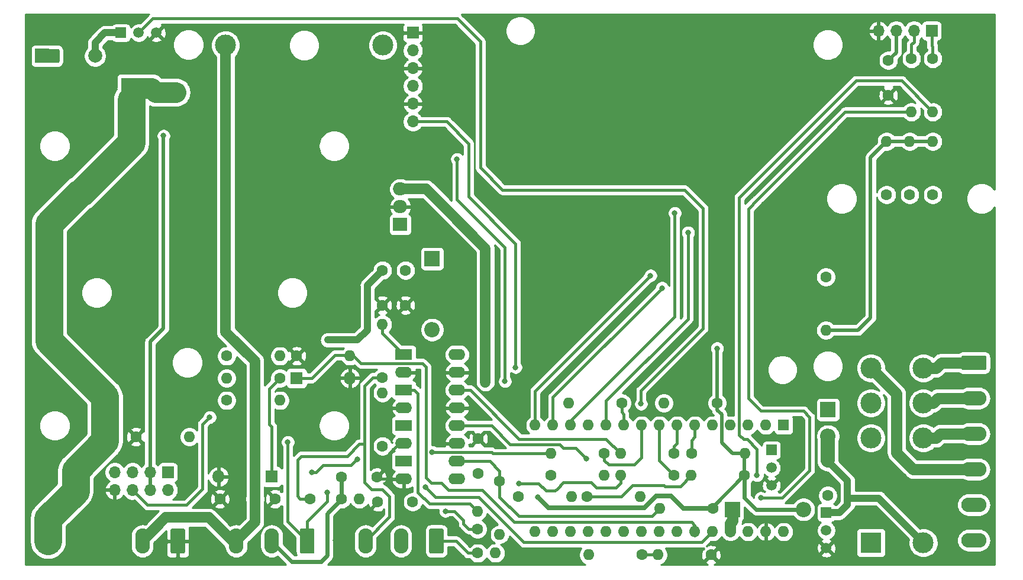
<source format=gbr>
%TF.GenerationSoftware,KiCad,Pcbnew,(5.1.12)-1*%
%TF.CreationDate,2022-09-10T10:21:41+02:00*%
%TF.ProjectId,portail_moteur_continu,706f7274-6169-46c5-9f6d-6f746575725f,1.1*%
%TF.SameCoordinates,Original*%
%TF.FileFunction,Copper,L2,Bot*%
%TF.FilePolarity,Positive*%
%FSLAX46Y46*%
G04 Gerber Fmt 4.6, Leading zero omitted, Abs format (unit mm)*
G04 Created by KiCad (PCBNEW (5.1.12)-1) date 2022-09-10 10:21:41*
%MOMM*%
%LPD*%
G01*
G04 APERTURE LIST*
%TA.AperFunction,ComponentPad*%
%ADD10O,1.600000X1.600000*%
%TD*%
%TA.AperFunction,ComponentPad*%
%ADD11C,1.600000*%
%TD*%
%TA.AperFunction,ComponentPad*%
%ADD12O,2.200000X2.200000*%
%TD*%
%TA.AperFunction,ComponentPad*%
%ADD13R,2.200000X2.200000*%
%TD*%
%TA.AperFunction,ComponentPad*%
%ADD14O,1.700000X1.700000*%
%TD*%
%TA.AperFunction,ComponentPad*%
%ADD15R,1.700000X1.700000*%
%TD*%
%TA.AperFunction,ComponentPad*%
%ADD16O,2.080000X3.600000*%
%TD*%
%TA.AperFunction,ComponentPad*%
%ADD17O,3.200000X3.200000*%
%TD*%
%TA.AperFunction,ComponentPad*%
%ADD18R,3.200000X3.200000*%
%TD*%
%TA.AperFunction,ComponentPad*%
%ADD19R,1.500000X1.500000*%
%TD*%
%TA.AperFunction,ComponentPad*%
%ADD20C,1.500000*%
%TD*%
%TA.AperFunction,ComponentPad*%
%ADD21C,3.000000*%
%TD*%
%TA.AperFunction,ComponentPad*%
%ADD22C,2.000000*%
%TD*%
%TA.AperFunction,ComponentPad*%
%ADD23R,2.000000X2.000000*%
%TD*%
%TA.AperFunction,ComponentPad*%
%ADD24O,2.400000X1.600000*%
%TD*%
%TA.AperFunction,ComponentPad*%
%ADD25R,2.400000X1.600000*%
%TD*%
%TA.AperFunction,ComponentPad*%
%ADD26O,2.000000X1.905000*%
%TD*%
%TA.AperFunction,ComponentPad*%
%ADD27R,2.000000X1.905000*%
%TD*%
%TA.AperFunction,ComponentPad*%
%ADD28R,3.000000X3.000000*%
%TD*%
%TA.AperFunction,ComponentPad*%
%ADD29O,3.600000X2.080000*%
%TD*%
%TA.AperFunction,ComponentPad*%
%ADD30O,1.800000X1.800000*%
%TD*%
%TA.AperFunction,ComponentPad*%
%ADD31R,1.800000X1.800000*%
%TD*%
%TA.AperFunction,ComponentPad*%
%ADD32R,1.600000X1.600000*%
%TD*%
%TA.AperFunction,ViaPad*%
%ADD33C,0.800000*%
%TD*%
%TA.AperFunction,ViaPad*%
%ADD34C,1.000000*%
%TD*%
%TA.AperFunction,Conductor*%
%ADD35C,0.400000*%
%TD*%
%TA.AperFunction,Conductor*%
%ADD36C,0.500000*%
%TD*%
%TA.AperFunction,Conductor*%
%ADD37C,1.500000*%
%TD*%
%TA.AperFunction,Conductor*%
%ADD38C,0.700000*%
%TD*%
%TA.AperFunction,Conductor*%
%ADD39C,1.000000*%
%TD*%
%TA.AperFunction,Conductor*%
%ADD40C,0.600000*%
%TD*%
%TA.AperFunction,Conductor*%
%ADD41C,4.000000*%
%TD*%
%TA.AperFunction,Conductor*%
%ADD42C,3.000000*%
%TD*%
%TA.AperFunction,Conductor*%
%ADD43C,2.000000*%
%TD*%
%TA.AperFunction,Conductor*%
%ADD44C,1.600000*%
%TD*%
%TA.AperFunction,Conductor*%
%ADD45C,0.254000*%
%TD*%
%TA.AperFunction,Conductor*%
%ADD46C,0.100000*%
%TD*%
G04 APERTURE END LIST*
D10*
%TO.P,R32,2*%
%TO.N,/PLIS*%
X140117000Y-100530000D03*
D11*
%TO.P,R32,1*%
%TO.N,GND*%
X132497000Y-100530000D03*
%TD*%
D10*
%TO.P,R26,2*%
%TO.N,/LIS*%
X130084000Y-100530000D03*
D11*
%TO.P,R26,1*%
%TO.N,/PLIS*%
X122464000Y-100530000D03*
%TD*%
D10*
%TO.P,R24,2*%
%TO.N,/PRIS*%
X117130000Y-112087000D03*
D11*
%TO.P,R24,1*%
%TO.N,GND*%
X109510000Y-112087000D03*
%TD*%
D10*
%TO.P,R18,2*%
%TO.N,/RIS*%
X122464000Y-103705000D03*
D11*
%TO.P,R18,1*%
%TO.N,/PRIS*%
X130084000Y-103705000D03*
%TD*%
D12*
%TO.P,D7,2*%
%TO.N,+5V*%
X205014000Y-122501000D03*
D13*
%TO.P,D7,1*%
%TO.N,Net-(A1-Pad27)*%
X194854000Y-122501000D03*
%TD*%
D11*
%TO.P,C9,2*%
%TO.N,GND*%
X129402000Y-120977000D03*
%TO.P,C9,1*%
%TO.N,/Commande*%
X134402000Y-120977000D03*
%TD*%
D14*
%TO.P,J11,8*%
%TO.N,GND*%
X106462000Y-119707000D03*
%TO.P,J11,7*%
%TO.N,+5V*%
X106462000Y-117167000D03*
%TO.P,J11,6*%
%TO.N,/LIS*%
X109002000Y-119707000D03*
%TO.P,J11,5*%
%TO.N,/RIS*%
X109002000Y-117167000D03*
%TO.P,J11,4*%
%TO.N,+5V*%
X111542000Y-119707000D03*
%TO.P,J11,3*%
X111542000Y-117167000D03*
%TO.P,J11,2*%
%TO.N,/LPWM*%
X114082000Y-119707000D03*
D15*
%TO.P,J11,1*%
%TO.N,/RPWM*%
X114082000Y-117167000D03*
%TD*%
D16*
%TO.P,J2,3*%
%TO.N,/ComCap*%
X123840000Y-127000000D03*
%TO.P,J2,2*%
%TO.N,/Ffer*%
X128920000Y-127000000D03*
%TO.P,J2,1*%
%TO.N,/FOuv*%
%TA.AperFunction,ComponentPad*%
G36*
G01*
X135040000Y-125449997D02*
X135040000Y-128550003D01*
G75*
G02*
X134790003Y-128800000I-249997J0D01*
G01*
X133209997Y-128800000D01*
G75*
G02*
X132960000Y-128550003I0J249997D01*
G01*
X132960000Y-125449997D01*
G75*
G02*
X133209997Y-125200000I249997J0D01*
G01*
X134790003Y-125200000D01*
G75*
G02*
X135040000Y-125449997I0J-249997D01*
G01*
G37*
%TD.AperFunction*%
%TD*%
D12*
%TO.P,D2,2*%
%TO.N,GND*%
X125385000Y-62811000D03*
D13*
%TO.P,D2,1*%
%TO.N,/24V=*%
X115225000Y-62811000D03*
%TD*%
D10*
%TO.P,R13,2*%
%TO.N,/ComCap*%
X160945000Y-128724000D03*
D11*
%TO.P,R13,1*%
%TO.N,Net-(J5-Pad1)*%
X158405000Y-128724000D03*
%TD*%
D17*
%TO.P,D1,2*%
%TO.N,GND*%
X95768600Y-118513200D03*
D18*
%TO.P,D1,1*%
%TO.N,/24V=*%
X100848600Y-118513200D03*
%TD*%
D19*
%TO.P,Q1,1*%
%TO.N,/PFus*%
X200442000Y-113992000D03*
D20*
%TO.P,Q1,3*%
%TO.N,GND*%
X200442000Y-119072000D03*
%TO.P,Q1,2*%
%TO.N,Net-(Q1-Pad2)*%
X200442000Y-116532000D03*
%TD*%
D10*
%TO.P,R7,2*%
%TO.N,+5V*%
X196632000Y-114500000D03*
D11*
%TO.P,R7,1*%
%TO.N,/PFus*%
X189012000Y-114500000D03*
%TD*%
D10*
%TO.P,R6,2*%
%TO.N,Net-(Q1-Pad2)*%
X184186000Y-128978000D03*
D11*
%TO.P,R6,1*%
%TO.N,GND*%
X191806000Y-128978000D03*
%TD*%
D10*
%TO.P,R5,2*%
%TO.N,/ComCap*%
X174280000Y-128978000D03*
D11*
%TO.P,R5,1*%
%TO.N,Net-(Q1-Pad2)*%
X181900000Y-128978000D03*
%TD*%
D21*
%TO.P,F1,2*%
%TO.N,/ComCap*%
X122316000Y-56080000D03*
%TO.P,F1,1*%
%TO.N,/24V=*%
X144816000Y-56080000D03*
%TD*%
D19*
%TO.P,Q3,1*%
%TO.N,Net-(BZ1-Pad2)*%
X107351000Y-54302000D03*
D20*
%TO.P,Q3,3*%
%TO.N,GND*%
X112431000Y-54302000D03*
%TO.P,Q3,2*%
%TO.N,/Buz*%
X109891000Y-54302000D03*
%TD*%
D14*
%TO.P,J6,6*%
%TO.N,/RadioL*%
X149134000Y-67002000D03*
%TO.P,J6,5*%
%TO.N,GND*%
X149134000Y-64462000D03*
%TO.P,J6,4*%
%TO.N,/RadioR*%
X149134000Y-61922000D03*
%TO.P,J6,3*%
%TO.N,GND*%
X149134000Y-59382000D03*
%TO.P,J6,2*%
%TO.N,/24V=*%
X149134000Y-56842000D03*
D15*
%TO.P,J6,1*%
%TO.N,GND*%
X149134000Y-54302000D03*
%TD*%
%TO.P,J10,1*%
%TO.N,+5V*%
%TA.AperFunction,ComponentPad*%
G36*
G01*
X96572000Y-58354000D02*
X96572000Y-56854000D01*
G75*
G02*
X96822000Y-56604000I250000J0D01*
G01*
X98322000Y-56604000D01*
G75*
G02*
X98572000Y-56854000I0J-250000D01*
G01*
X98572000Y-58354000D01*
G75*
G02*
X98322000Y-58604000I-250000J0D01*
G01*
X96822000Y-58604000D01*
G75*
G02*
X96572000Y-58354000I0J250000D01*
G01*
G37*
%TD.AperFunction*%
%TD*%
D22*
%TO.P,BZ1,2*%
%TO.N,Net-(BZ1-Pad2)*%
X103648000Y-57604000D03*
D23*
%TO.P,BZ1,1*%
%TO.N,+5V*%
X96048000Y-57604000D03*
%TD*%
D11*
%TO.P,C5,2*%
%TO.N,GND*%
X121528000Y-120977000D03*
%TO.P,C5,1*%
%TO.N,/ComCap*%
X126528000Y-120977000D03*
%TD*%
%TO.P,C3,2*%
%TO.N,GND*%
X144098000Y-121412000D03*
%TO.P,C3,1*%
%TO.N,/FOuv*%
X149098000Y-121412000D03*
%TD*%
D10*
%TO.P,R15,2*%
%TO.N,Net-(R15-Pad2)*%
X158369000Y-122755000D03*
D11*
%TO.P,R15,1*%
%TO.N,/Cell*%
X158369000Y-125295000D03*
%TD*%
%TO.P,C4,2*%
%TO.N,GND*%
X143938000Y-117856000D03*
%TO.P,C4,1*%
%TO.N,/Ffer*%
X138938000Y-117856000D03*
%TD*%
D10*
%TO.P,R9,2*%
%TO.N,Net-(R9-Pad2)*%
X141478000Y-121000000D03*
D11*
%TO.P,R9,1*%
%TO.N,/Ffer*%
X138938000Y-121000000D03*
%TD*%
D12*
%TO.P,D3,2*%
%TO.N,Net-(C1-Pad2)*%
X208534000Y-112014000D03*
D13*
%TO.P,D3,1*%
%TO.N,/24V=*%
X208534000Y-108204000D03*
%TD*%
D24*
%TO.P,U5,4*%
%TO.N,/Comand*%
X155448000Y-100330000D03*
%TO.P,U5,2*%
%TO.N,GND*%
X147828000Y-102870000D03*
%TO.P,U5,3*%
X155448000Y-102870000D03*
D25*
%TO.P,U5,1*%
%TO.N,Net-(R17-Pad2)*%
X147828000Y-100330000D03*
%TD*%
D24*
%TO.P,U4,4*%
%TO.N,/Cellule*%
X155448000Y-105410000D03*
%TO.P,U4,2*%
%TO.N,GND*%
X147828000Y-107950000D03*
%TO.P,U4,3*%
X155448000Y-107950000D03*
D25*
%TO.P,U4,1*%
%TO.N,Net-(R15-Pad2)*%
X147828000Y-105410000D03*
%TD*%
D24*
%TO.P,U2,4*%
%TO.N,/Ferme*%
X155448000Y-110490000D03*
%TO.P,U2,2*%
%TO.N,GND*%
X147828000Y-113030000D03*
%TO.P,U2,3*%
X155448000Y-113030000D03*
D25*
%TO.P,U2,1*%
%TO.N,Net-(R9-Pad2)*%
X147828000Y-110490000D03*
%TD*%
D24*
%TO.P,U1,4*%
%TO.N,/Ouvert*%
X155448000Y-115570000D03*
%TO.P,U1,2*%
%TO.N,GND*%
X147828000Y-118110000D03*
%TO.P,U1,3*%
X155448000Y-118110000D03*
D25*
%TO.P,U1,1*%
%TO.N,Net-(R8-Pad2)*%
X147828000Y-115570000D03*
%TD*%
D26*
%TO.P,U3,3*%
%TO.N,+5V*%
X147320000Y-76654000D03*
%TO.P,U3,2*%
%TO.N,GND*%
X147320000Y-79194000D03*
D27*
%TO.P,U3,1*%
%TO.N,Net-(C6-Pad1)*%
X147320000Y-81734000D03*
%TD*%
D10*
%TO.P,R31,2*%
%TO.N,Net-(A1-Pad22)*%
X181620000Y-120650000D03*
D11*
%TO.P,R31,1*%
%TO.N,/Ferme*%
X174000000Y-120650000D03*
%TD*%
D10*
%TO.P,R30,2*%
%TO.N,Net-(A1-Pad21)*%
X161544000Y-126057000D03*
D11*
%TO.P,R30,1*%
%TO.N,/Ouvert*%
X161544000Y-118437000D03*
%TD*%
D10*
%TO.P,R29,2*%
%TO.N,Net-(A1-Pad20)*%
X176530000Y-117602000D03*
D11*
%TO.P,R29,1*%
%TO.N,/RadioR*%
X168910000Y-117602000D03*
%TD*%
D10*
%TO.P,R23,2*%
%TO.N,/Comand*%
X171380000Y-107261000D03*
D11*
%TO.P,R23,1*%
%TO.N,Net-(A1-Pad10)*%
X179000000Y-107261000D03*
%TD*%
D10*
%TO.P,R22,2*%
%TO.N,/RPWM*%
X168910000Y-114500000D03*
D11*
%TO.P,R22,1*%
%TO.N,Net-(A1-Pad9)*%
X176530000Y-114500000D03*
%TD*%
D10*
%TO.P,R21,2*%
%TO.N,/LPWM*%
X178880000Y-117602000D03*
D11*
%TO.P,R21,1*%
%TO.N,Net-(A1-Pad8)*%
X186500000Y-117602000D03*
%TD*%
D10*
%TO.P,R20,2*%
%TO.N,/Cellule*%
X178880000Y-114500000D03*
D11*
%TO.P,R20,1*%
%TO.N,Net-(A1-Pad7)*%
X186500000Y-114500000D03*
%TD*%
D10*
%TO.P,R19,2*%
%TO.N,/Comand*%
X185039000Y-107261000D03*
D11*
%TO.P,R19,1*%
%TO.N,+5V*%
X192659000Y-107261000D03*
%TD*%
D10*
%TO.P,R17,2*%
%TO.N,Net-(R17-Pad2)*%
X144780000Y-96012000D03*
D11*
%TO.P,R17,1*%
%TO.N,/Commande*%
X144780000Y-103632000D03*
%TD*%
D10*
%TO.P,R16,2*%
%TO.N,/Cellule*%
X144780000Y-105791000D03*
D11*
%TO.P,R16,1*%
%TO.N,+5V*%
X144780000Y-113411000D03*
%TD*%
D10*
%TO.P,R28,2*%
%TO.N,Net-(A1-Pad19)*%
X171831000Y-120650000D03*
D11*
%TO.P,R28,1*%
%TO.N,/RadioL*%
X164211000Y-120650000D03*
%TD*%
D10*
%TO.P,R11,2*%
%TO.N,/SCL*%
X220472000Y-65628000D03*
D11*
%TO.P,R11,1*%
%TO.N,Net-(J3-Pad2)*%
X220472000Y-58008000D03*
%TD*%
D10*
%TO.P,R10,2*%
%TO.N,/SDA*%
X223520000Y-65628000D03*
D11*
%TO.P,R10,1*%
%TO.N,Net-(J3-Pad1)*%
X223520000Y-58008000D03*
%TD*%
D10*
%TO.P,R4,2*%
%TO.N,+5V*%
X208216500Y-96837500D03*
D11*
%TO.P,R4,1*%
%TO.N,/Bp+*%
X208216500Y-89217500D03*
%TD*%
D10*
%TO.P,R3,2*%
%TO.N,+5V*%
X216916000Y-69834000D03*
D11*
%TO.P,R3,1*%
%TO.N,/Bp-*%
X216916000Y-77454000D03*
%TD*%
D10*
%TO.P,R2,2*%
%TO.N,+5V*%
X223520000Y-69834000D03*
D11*
%TO.P,R2,1*%
%TO.N,/BpEnt*%
X223520000Y-77454000D03*
%TD*%
D10*
%TO.P,R8,2*%
%TO.N,Net-(R8-Pad2)*%
X130084000Y-106880000D03*
D11*
%TO.P,R8,1*%
%TO.N,/FOuv*%
X122464000Y-106880000D03*
%TD*%
D10*
%TO.P,R14,2*%
%TO.N,/Ferme*%
X188976000Y-117602000D03*
D11*
%TO.P,R14,1*%
%TO.N,+5V*%
X196596000Y-117602000D03*
%TD*%
D10*
%TO.P,R12,2*%
%TO.N,/Ouvert*%
X184440000Y-122374000D03*
D11*
%TO.P,R12,1*%
%TO.N,+5V*%
X192060000Y-122374000D03*
%TD*%
D10*
%TO.P,R1,2*%
%TO.N,+5V*%
X220218000Y-69834000D03*
D11*
%TO.P,R1,1*%
%TO.N,/BpEch*%
X220218000Y-77454000D03*
%TD*%
D19*
%TO.P,Q2,1*%
%TO.N,Net-(C1-Pad2)*%
X208280000Y-122936000D03*
D20*
%TO.P,Q2,3*%
%TO.N,GND*%
X208280000Y-128016000D03*
%TO.P,Q2,2*%
%TO.N,/Marche*%
X208280000Y-125476000D03*
%TD*%
D21*
%TO.P,K1,14*%
%TO.N,Net-(J4-Pad4)*%
X214666000Y-102254000D03*
%TO.P,K1,21*%
%TO.N,Net-(J4-Pad2)*%
X222166000Y-107254000D03*
%TO.P,K1,12*%
%TO.N,Net-(J4-Pad6)*%
X214666000Y-112254000D03*
%TO.P,K1,22*%
%TO.N,Net-(J4-Pad3)*%
X222166000Y-112254000D03*
%TO.P,K1,24*%
%TO.N,Net-(J4-Pad1)*%
X222166000Y-102254000D03*
%TO.P,K1,11*%
%TO.N,Net-(J4-Pad5)*%
X214666000Y-107254000D03*
%TO.P,K1,A2*%
%TO.N,Net-(C1-Pad2)*%
X222166000Y-127254000D03*
D28*
%TO.P,K1,A1*%
%TO.N,/24V=*%
X214666000Y-127254000D03*
%TD*%
%TO.P,J9,1*%
%TO.N,GND*%
X108821000Y-58393500D03*
%TD*%
D16*
%TO.P,J7,2*%
%TO.N,/ComCap*%
X110420000Y-127000000D03*
%TO.P,J7,1*%
%TO.N,GND*%
%TA.AperFunction,ComponentPad*%
G36*
G01*
X116540000Y-125449997D02*
X116540000Y-128550003D01*
G75*
G02*
X116290003Y-128800000I-249997J0D01*
G01*
X114709997Y-128800000D01*
G75*
G02*
X114460000Y-128550003I0J249997D01*
G01*
X114460000Y-125449997D01*
G75*
G02*
X114709997Y-125200000I249997J0D01*
G01*
X116290003Y-125200000D01*
G75*
G02*
X116540000Y-125449997I0J-249997D01*
G01*
G37*
%TD.AperFunction*%
%TD*%
%TO.P,J5,3*%
%TO.N,/Commande*%
X142340000Y-127000000D03*
%TO.P,J5,2*%
%TO.N,/Cell*%
X147420000Y-127000000D03*
%TO.P,J5,1*%
%TO.N,Net-(J5-Pad1)*%
%TA.AperFunction,ComponentPad*%
G36*
G01*
X153540000Y-125449997D02*
X153540000Y-128550003D01*
G75*
G02*
X153290003Y-128800000I-249997J0D01*
G01*
X151709997Y-128800000D01*
G75*
G02*
X151460000Y-128550003I0J249997D01*
G01*
X151460000Y-125449997D01*
G75*
G02*
X151709997Y-125200000I249997J0D01*
G01*
X153290003Y-125200000D01*
G75*
G02*
X153540000Y-125449997I0J-249997D01*
G01*
G37*
%TD.AperFunction*%
%TD*%
D29*
%TO.P,J4,6*%
%TO.N,Net-(J4-Pad6)*%
X229398000Y-126900000D03*
%TO.P,J4,5*%
%TO.N,Net-(J4-Pad5)*%
X229398000Y-121820000D03*
%TO.P,J4,4*%
%TO.N,Net-(J4-Pad4)*%
X229398000Y-116740000D03*
%TO.P,J4,3*%
%TO.N,Net-(J4-Pad3)*%
X229398000Y-111660000D03*
%TO.P,J4,2*%
%TO.N,Net-(J4-Pad2)*%
X229398000Y-106580000D03*
%TO.P,J4,1*%
%TO.N,Net-(J4-Pad1)*%
%TA.AperFunction,ComponentPad*%
G36*
G01*
X227847997Y-100460000D02*
X230948003Y-100460000D01*
G75*
G02*
X231198000Y-100709997I0J-249997D01*
G01*
X231198000Y-102290003D01*
G75*
G02*
X230948003Y-102540000I-249997J0D01*
G01*
X227847997Y-102540000D01*
G75*
G02*
X227598000Y-102290003I0J249997D01*
G01*
X227598000Y-100709997D01*
G75*
G02*
X227847997Y-100460000I249997J0D01*
G01*
G37*
%TD.AperFunction*%
%TD*%
D14*
%TO.P,J3,4*%
%TO.N,GND*%
X215746000Y-54008000D03*
%TO.P,J3,3*%
%TO.N,+5V*%
X218286000Y-54008000D03*
%TO.P,J3,2*%
%TO.N,Net-(J3-Pad2)*%
X220826000Y-54008000D03*
D15*
%TO.P,J3,1*%
%TO.N,Net-(J3-Pad1)*%
X223366000Y-54008000D03*
%TD*%
D16*
%TO.P,J1,2*%
%TO.N,/24V=*%
X96920000Y-127000000D03*
%TO.P,J1,1*%
%TO.N,GND*%
%TA.AperFunction,ComponentPad*%
G36*
G01*
X103040000Y-125449600D02*
X103040000Y-128550400D01*
G75*
G02*
X102790400Y-128800000I-249600J0D01*
G01*
X101209600Y-128800000D01*
G75*
G02*
X100960000Y-128550400I0J249600D01*
G01*
X100960000Y-125449600D01*
G75*
G02*
X101209600Y-125200000I249600J0D01*
G01*
X102790400Y-125200000D01*
G75*
G02*
X103040000Y-125449600I0J-249600D01*
G01*
G37*
%TD.AperFunction*%
%TD*%
D28*
%TO.P,J8,1*%
%TO.N,/24V=*%
X108821000Y-62203500D03*
%TD*%
D30*
%TO.P,D6,2*%
%TO.N,GND*%
X121321000Y-117802000D03*
D31*
%TO.P,D6,1*%
%TO.N,/PRIS*%
X128941000Y-117802000D03*
%TD*%
D30*
%TO.P,D5,2*%
%TO.N,GND*%
X140117000Y-103705000D03*
D31*
%TO.P,D5,1*%
%TO.N,/PLIS*%
X132497000Y-103705000D03*
%TD*%
D12*
%TO.P,D4,2*%
%TO.N,/24V=*%
X151892000Y-96774000D03*
D13*
%TO.P,D4,1*%
%TO.N,Net-(C6-Pad1)*%
X151892000Y-86614000D03*
%TD*%
D11*
%TO.P,C1,2*%
%TO.N,Net-(C1-Pad2)*%
X208500000Y-115500000D03*
%TO.P,C1,1*%
%TO.N,/24V=*%
X208500000Y-120500000D03*
%TD*%
%TO.P,C7,2*%
%TO.N,GND*%
X158496000Y-112348000D03*
%TO.P,C7,1*%
%TO.N,/Cell*%
X158496000Y-117348000D03*
%TD*%
%TO.P,C2,2*%
%TO.N,+5V*%
X217170000Y-58230000D03*
%TO.P,C2,1*%
%TO.N,GND*%
X217170000Y-63230000D03*
%TD*%
%TO.P,C8,2*%
%TO.N,GND*%
X144780000Y-93265000D03*
%TO.P,C8,1*%
%TO.N,+5V*%
X144780000Y-88265000D03*
%TD*%
%TO.P,C6,2*%
%TO.N,GND*%
X148082000Y-93265000D03*
%TO.P,C6,1*%
%TO.N,Net-(C6-Pad1)*%
X148082000Y-88265000D03*
%TD*%
D10*
%TO.P,A1,16*%
%TO.N,/Buz*%
X166624000Y-125676000D03*
%TO.P,A1,15*%
%TO.N,/Bp-*%
X166624000Y-110436000D03*
%TO.P,A1,30*%
%TO.N,N/C*%
X202184000Y-125676000D03*
%TO.P,A1,14*%
%TO.N,/Bp+*%
X169164000Y-110436000D03*
%TO.P,A1,29*%
%TO.N,GND*%
X199644000Y-125676000D03*
%TO.P,A1,13*%
%TO.N,/BpEnt*%
X171704000Y-110436000D03*
%TO.P,A1,28*%
%TO.N,N/C*%
X197104000Y-125676000D03*
%TO.P,A1,12*%
%TO.N,/Marche*%
X174244000Y-110436000D03*
%TO.P,A1,27*%
%TO.N,Net-(A1-Pad27)*%
X194564000Y-125676000D03*
%TO.P,A1,11*%
%TO.N,/BpEch*%
X176784000Y-110436000D03*
%TO.P,A1,26*%
%TO.N,/PRIS*%
X192024000Y-125676000D03*
%TO.P,A1,10*%
%TO.N,Net-(A1-Pad10)*%
X179324000Y-110436000D03*
%TO.P,A1,25*%
%TO.N,/PLIS*%
X189484000Y-125676000D03*
%TO.P,A1,9*%
%TO.N,Net-(A1-Pad9)*%
X181864000Y-110436000D03*
%TO.P,A1,24*%
%TO.N,/SCL*%
X186944000Y-125676000D03*
%TO.P,A1,8*%
%TO.N,Net-(A1-Pad8)*%
X184404000Y-110436000D03*
%TO.P,A1,23*%
%TO.N,/SDA*%
X184404000Y-125676000D03*
%TO.P,A1,7*%
%TO.N,Net-(A1-Pad7)*%
X186944000Y-110436000D03*
%TO.P,A1,22*%
%TO.N,Net-(A1-Pad22)*%
X181864000Y-125676000D03*
%TO.P,A1,6*%
%TO.N,/PFus*%
X189484000Y-110436000D03*
%TO.P,A1,21*%
%TO.N,Net-(A1-Pad21)*%
X179324000Y-125676000D03*
%TO.P,A1,5*%
%TO.N,N/C*%
X192024000Y-110436000D03*
%TO.P,A1,20*%
%TO.N,Net-(A1-Pad20)*%
X176784000Y-125676000D03*
%TO.P,A1,4*%
%TO.N,N/C*%
X194564000Y-110436000D03*
%TO.P,A1,19*%
%TO.N,Net-(A1-Pad19)*%
X174244000Y-125676000D03*
%TO.P,A1,3*%
%TO.N,N/C*%
X197104000Y-110436000D03*
%TO.P,A1,18*%
X171704000Y-125676000D03*
%TO.P,A1,2*%
X199644000Y-110436000D03*
%TO.P,A1,17*%
X169164000Y-125676000D03*
D32*
%TO.P,A1,1*%
X202184000Y-110436000D03*
%TD*%
D33*
%TO.N,GND*%
X138049000Y-126873000D03*
X205268000Y-87576000D03*
X204125000Y-112722000D03*
%TO.N,/Bp-*%
X183134000Y-89027000D03*
%TO.N,/Bp+*%
X184785000Y-90805000D03*
%TO.N,/BpEnt*%
X186599000Y-80083000D03*
%TO.N,/BpEch*%
X188504000Y-82877000D03*
%TO.N,/PRIS*%
X150939500Y-119316500D03*
%TO.N,/SCL*%
X198918000Y-120850000D03*
%TO.N,/SDA*%
X198374000Y-117602000D03*
%TO.N,+5V*%
X192659000Y-99441000D03*
X167041000Y-120723000D03*
D34*
X159512000Y-104267000D03*
D33*
X113447000Y-69034000D03*
X136942000Y-98244000D03*
%TO.N,/FOuv*%
X136906000Y-120015000D03*
X131227000Y-112849000D03*
%TO.N,/Cell*%
X153790854Y-122720010D03*
%TO.N,/LIS*%
X120051000Y-109293000D03*
%TO.N,/LPWM*%
X164338000Y-118745000D03*
%TO.N,/RPWM*%
X151892000Y-114300000D03*
X134656000Y-117167000D03*
X141187000Y-115316000D03*
%TO.N,/RadioL*%
X163830000Y-102145000D03*
%TO.N,/RadioR*%
X162306000Y-104140000D03*
X155448000Y-72372000D03*
%TO.N,/Ferme*%
X173990000Y-115189000D03*
%TO.N,/Buz*%
X181773000Y-107388000D03*
%TD*%
D35*
%TO.N,GND*%
X144192000Y-118110000D02*
X143938000Y-117856000D01*
X147828000Y-118110000D02*
X144192000Y-118110000D01*
X147828000Y-113030000D02*
X147193000Y-113030000D01*
X147193000Y-113030000D02*
X145796000Y-114427000D01*
X145796000Y-115998000D02*
X143938000Y-117856000D01*
X145796000Y-114427000D02*
X145796000Y-115998000D01*
%TO.N,/Bp-*%
X166624000Y-105537000D02*
X183134000Y-89027000D01*
X166624000Y-110436000D02*
X166624000Y-105537000D01*
%TO.N,/Bp+*%
X169164000Y-106426000D02*
X184785000Y-90805000D01*
X169164000Y-110436000D02*
X169164000Y-106426000D01*
%TO.N,/BpEnt*%
X171704000Y-109837000D02*
X171704000Y-110436000D01*
X186599000Y-94942000D02*
X171704000Y-109837000D01*
X186599000Y-82877000D02*
X186599000Y-94942000D01*
X186599000Y-82877000D02*
X186599000Y-80083000D01*
%TO.N,/BpEch*%
X176784000Y-110436000D02*
X176784000Y-106934000D01*
X188513000Y-82886000D02*
X188504000Y-82877000D01*
X188513000Y-95205000D02*
X188513000Y-82886000D01*
X188513000Y-95205000D02*
X176784000Y-106934000D01*
%TO.N,/PRIS*%
X150939500Y-119316500D02*
X150876000Y-119253000D01*
X190449457Y-127200000D02*
X191973457Y-125676000D01*
X165009000Y-127200000D02*
X190449457Y-127200000D01*
X160818000Y-123009000D02*
X165009000Y-127200000D01*
X191973457Y-125676000D02*
X192024000Y-125676000D01*
X150939500Y-119316500D02*
X152346000Y-120723000D01*
X160818000Y-123009000D02*
X158532000Y-120723000D01*
X152346000Y-120723000D02*
X158532000Y-120723000D01*
X128941000Y-110690000D02*
X128941000Y-114881000D01*
X128941000Y-114881000D02*
X128941000Y-117802000D01*
X128941000Y-114500000D02*
X128941000Y-114881000D01*
X130084000Y-103705000D02*
X128560000Y-105229000D01*
X128560000Y-110309000D02*
X128941000Y-110690000D01*
X128560000Y-105229000D02*
X128560000Y-110309000D01*
%TO.N,Net-(A1-Pad10)*%
X179000000Y-107261000D02*
X179000000Y-108552000D01*
X179324000Y-108876000D02*
X179324000Y-110436000D01*
X179000000Y-108552000D02*
X179324000Y-108876000D01*
%TO.N,/PLIS*%
X189484000Y-126240000D02*
X189484000Y-125222000D01*
X141695000Y-101600000D02*
X140498000Y-100403000D01*
X150495000Y-101600000D02*
X141695000Y-101600000D01*
X151003000Y-102108000D02*
X150495000Y-101600000D01*
X151003000Y-117893000D02*
X151003000Y-102108000D01*
X153198000Y-118691000D02*
X151801000Y-118691000D01*
X154214000Y-119707000D02*
X153198000Y-118691000D01*
X159040000Y-119707000D02*
X154214000Y-119707000D01*
X163612000Y-124279000D02*
X159040000Y-119707000D01*
X189012000Y-124279000D02*
X163612000Y-124279000D01*
X189484000Y-124751000D02*
X189012000Y-124279000D01*
X151801000Y-118691000D02*
X151003000Y-117893000D01*
X189484000Y-125676000D02*
X189484000Y-124751000D01*
X132497000Y-103705000D02*
X134656000Y-103705000D01*
X134656000Y-103705000D02*
X137958000Y-100403000D01*
X139990000Y-100403000D02*
X140117000Y-100530000D01*
X137958000Y-100403000D02*
X139990000Y-100403000D01*
%TO.N,Net-(A1-Pad9)*%
X176530000Y-114500000D02*
X176530000Y-115062000D01*
X180848000Y-116078000D02*
X181864000Y-115062000D01*
X177128000Y-116078000D02*
X180848000Y-116078000D01*
X176530000Y-115480000D02*
X177128000Y-116078000D01*
X176530000Y-114500000D02*
X176530000Y-115480000D01*
X181864000Y-115062000D02*
X181864000Y-110436000D01*
%TO.N,/SCL*%
X198918000Y-120850000D02*
X201966000Y-120850000D01*
X201966000Y-120850000D02*
X205903000Y-116913000D01*
X205903000Y-116913000D02*
X205903000Y-109293000D01*
X205903000Y-109293000D02*
X205014000Y-108404000D01*
X205014000Y-108404000D02*
X198918000Y-108404000D01*
X198918000Y-108404000D02*
X197140000Y-106626000D01*
X197140000Y-106626000D02*
X197140000Y-79466000D01*
X197140000Y-79466000D02*
X198437500Y-78168500D01*
X198437500Y-78168500D02*
X198437500Y-78150500D01*
X210960000Y-65628000D02*
X220472000Y-65628000D01*
X198437500Y-78150500D02*
X210960000Y-65628000D01*
%TO.N,Net-(A1-Pad8)*%
X184404000Y-115506000D02*
X186500000Y-117602000D01*
X184404000Y-115506000D02*
X184404000Y-110436000D01*
%TO.N,/SDA*%
X196505000Y-112468000D02*
X195834000Y-111797000D01*
X197013000Y-112468000D02*
X196505000Y-112468000D01*
X198374000Y-113829000D02*
X197013000Y-112468000D01*
X198374000Y-117602000D02*
X198374000Y-113829000D01*
X195834000Y-77851000D02*
X195834000Y-111797000D01*
X223520000Y-65628000D02*
X219052000Y-61160000D01*
X212525000Y-61160000D02*
X195834000Y-77851000D01*
X219052000Y-61160000D02*
X212525000Y-61160000D01*
%TO.N,Net-(A1-Pad7)*%
X186500000Y-114500000D02*
X186500000Y-113456000D01*
X186944000Y-113012000D02*
X186944000Y-110436000D01*
X186500000Y-113456000D02*
X186944000Y-113012000D01*
D36*
%TO.N,+5V*%
X218286000Y-57114000D02*
X217170000Y-58230000D01*
X218286000Y-54008000D02*
X218286000Y-57114000D01*
X224028000Y-69834000D02*
X217424000Y-69834000D01*
X216662000Y-69834000D02*
X217424000Y-69834000D01*
X192659000Y-99441000D02*
X192659000Y-107569000D01*
X214630000Y-95059500D02*
X214630000Y-72120000D01*
X214630000Y-72120000D02*
X216916000Y-69834000D01*
X212852000Y-96837500D02*
X214630000Y-95059500D01*
X208216500Y-96837500D02*
X212852000Y-96837500D01*
X159548000Y-104231000D02*
X159512000Y-104267000D01*
D37*
X159512000Y-104267000D02*
X159512000Y-87667000D01*
X149896000Y-76654000D02*
X151039000Y-76654000D01*
X151039000Y-76654000D02*
X153706000Y-79321000D01*
X147320000Y-76654000D02*
X149896000Y-76654000D01*
X159512000Y-85127000D02*
X153706000Y-79321000D01*
X159512000Y-87667000D02*
X159512000Y-85127000D01*
D36*
X191742500Y-122437500D02*
X191679000Y-122374000D01*
D38*
X175804000Y-122247000D02*
X168565000Y-122247000D01*
X182281000Y-122247000D02*
X175804000Y-122247000D01*
X186091000Y-120596000D02*
X183932000Y-120596000D01*
X187869000Y-122374000D02*
X186091000Y-120596000D01*
X192060000Y-122374000D02*
X187869000Y-122374000D01*
X168565000Y-122247000D02*
X167041000Y-120723000D01*
X182281000Y-122247000D02*
X183932000Y-120596000D01*
D36*
X196596000Y-114536000D02*
X196632000Y-114500000D01*
X196596000Y-117602000D02*
X196596000Y-114536000D01*
X196632000Y-114500000D02*
X194854000Y-114500000D01*
X193304600Y-112950600D02*
X193304600Y-112874400D01*
X194854000Y-114500000D02*
X193304600Y-112950600D01*
X192659000Y-108241000D02*
X193304600Y-108886600D01*
X192659000Y-107261000D02*
X192659000Y-108241000D01*
X193304600Y-112874400D02*
X193304600Y-108886600D01*
X111542000Y-119707000D02*
X111542000Y-117167000D01*
X113447000Y-69034000D02*
X113447000Y-96593000D01*
X111542000Y-98498000D02*
X111542000Y-117167000D01*
X113447000Y-96593000D02*
X111542000Y-98498000D01*
D39*
X136942000Y-98244000D02*
X141188000Y-98244000D01*
X141188000Y-98244000D02*
X142621000Y-96811000D01*
X142621000Y-96811000D02*
X142621000Y-90424000D01*
X142621000Y-90424000D02*
X142748000Y-90297000D01*
X142748000Y-90297000D02*
X144780000Y-88265000D01*
D36*
X192060000Y-122138000D02*
X192060000Y-122374000D01*
X196596000Y-117602000D02*
X192060000Y-122138000D01*
D40*
X196596000Y-117602000D02*
X196596000Y-120814000D01*
X196596000Y-120814000D02*
X198283000Y-122501000D01*
X198283000Y-122501000D02*
X205014000Y-122501000D01*
D35*
%TO.N,/FOuv*%
X136906000Y-120015000D02*
X136906000Y-121285000D01*
X134000000Y-124191000D02*
X134000000Y-127000000D01*
X136906000Y-121285000D02*
X134000000Y-124191000D01*
X134000000Y-127000000D02*
X131227000Y-124227000D01*
X131227000Y-124227000D02*
X131227000Y-113357000D01*
X131227000Y-113357000D02*
X131227000Y-112849000D01*
D40*
%TO.N,/Ffer*%
X138938000Y-117856000D02*
X138938000Y-121000000D01*
X136875000Y-123063000D02*
X138938000Y-121000000D01*
X131808000Y-129921000D02*
X136017000Y-129921000D01*
X128920000Y-127000000D02*
X128920000Y-127033000D01*
X128920000Y-127033000D02*
X131808000Y-129921000D01*
X136875000Y-129063000D02*
X136875000Y-123063000D01*
X136017000Y-129921000D02*
X136875000Y-129063000D01*
D35*
X128920000Y-127000000D02*
X128920000Y-127687000D01*
%TO.N,/Cell*%
X153790854Y-122720010D02*
X155068010Y-122720010D01*
X158369000Y-125295000D02*
X157135000Y-125295000D01*
X157135000Y-125295000D02*
X156373000Y-124533000D01*
X156373000Y-124025000D02*
X155068010Y-122720010D01*
X156373000Y-124533000D02*
X156373000Y-124025000D01*
%TO.N,/Commande*%
X145796000Y-123544000D02*
X142340000Y-127000000D01*
X145796000Y-120650000D02*
X145796000Y-123544000D01*
X144780000Y-119634000D02*
X145796000Y-120650000D01*
X143256000Y-119634000D02*
X144780000Y-119634000D01*
X142240000Y-118618000D02*
X143256000Y-119634000D01*
X144780000Y-103632000D02*
X143383000Y-103632000D01*
X143383000Y-103632000D02*
X142240000Y-104775000D01*
X142240000Y-104775000D02*
X142240000Y-113139000D01*
X142240000Y-113139000D02*
X142240000Y-118618000D01*
X141478000Y-113139000D02*
X139736000Y-114881000D01*
X142240000Y-113139000D02*
X141478000Y-113139000D01*
X133005000Y-120977000D02*
X132624000Y-120596000D01*
X132624000Y-120596000D02*
X132624000Y-115389000D01*
X134402000Y-120977000D02*
X133005000Y-120977000D01*
X132624000Y-115389000D02*
X133132000Y-114881000D01*
X139736000Y-114881000D02*
X133132000Y-114881000D01*
D41*
%TO.N,/24V=*%
X96920000Y-127000000D02*
X96920000Y-123788000D01*
X100848600Y-119859400D02*
X100848600Y-118513200D01*
X96920000Y-123788000D02*
X100848600Y-119859400D01*
D39*
X104430000Y-105737000D02*
X104303000Y-105610000D01*
D41*
X100848600Y-118538600D02*
X100848600Y-118513200D01*
X100848600Y-116938400D02*
X100848600Y-118513200D01*
X105065000Y-112722000D02*
X100848600Y-116938400D01*
X105065000Y-106372000D02*
X105065000Y-112722000D01*
X97064000Y-98371000D02*
X105065000Y-106372000D01*
X97064000Y-81607000D02*
X97064000Y-98371000D01*
X101483600Y-77187400D02*
X97064000Y-81607000D01*
X101610600Y-77187400D02*
X101483600Y-77187400D01*
X108821000Y-69977000D02*
X101610600Y-77187400D01*
X108821000Y-69977000D02*
X108821000Y-63900000D01*
D42*
X108821000Y-62203500D02*
X108821000Y-63900000D01*
D39*
X115197500Y-62203500D02*
X115225000Y-62176000D01*
D42*
X108821000Y-62203500D02*
X111696500Y-62203500D01*
X111696500Y-62203500D02*
X112304000Y-62811000D01*
X112304000Y-62811000D02*
X115225000Y-62811000D01*
D35*
%TO.N,/LIS*%
X109002000Y-119707000D02*
X111161000Y-121866000D01*
X111161000Y-121866000D02*
X116749000Y-121866000D01*
X116749000Y-121866000D02*
X119035000Y-119580000D01*
X119035000Y-119580000D02*
X119035000Y-110309000D01*
X119035000Y-110309000D02*
X120051000Y-109293000D01*
%TO.N,/LPWM*%
X178880000Y-117602000D02*
X178880000Y-118681000D01*
X178880000Y-118681000D02*
X178181000Y-119380000D01*
X178181000Y-119380000D02*
X175387000Y-119380000D01*
X175387000Y-119380000D02*
X174625000Y-118618000D01*
X174625000Y-118618000D02*
X170688000Y-118618000D01*
X170688000Y-118618000D02*
X169799000Y-119507000D01*
X164338000Y-118745000D02*
X167132000Y-118745000D01*
X168211500Y-119824500D02*
X169481500Y-119824500D01*
X167132000Y-118745000D02*
X168211500Y-119824500D01*
X169799000Y-119507000D02*
X169481500Y-119824500D01*
%TO.N,/RPWM*%
X160401000Y-114300000D02*
X152273000Y-114300000D01*
X160601000Y-114500000D02*
X160401000Y-114300000D01*
X168910000Y-114500000D02*
X160601000Y-114500000D01*
X152273000Y-114300000D02*
X151892000Y-114300000D01*
X140597000Y-115824000D02*
X141105000Y-115316000D01*
X134656000Y-117167000D02*
X134801000Y-117167000D01*
X134656000Y-117167000D02*
X135291000Y-117167000D01*
X135291000Y-117167000D02*
X136307000Y-116151000D01*
X140270000Y-116151000D02*
X140597000Y-115824000D01*
X136307000Y-116151000D02*
X140270000Y-116151000D01*
%TO.N,/RadioL*%
X153960000Y-67002000D02*
X149134000Y-67002000D01*
X157099000Y-70141000D02*
X153960000Y-67002000D01*
X163830000Y-84455000D02*
X157099000Y-77724000D01*
X157099000Y-77724000D02*
X157099000Y-70141000D01*
X163830000Y-102145000D02*
X163830000Y-84455000D01*
%TO.N,/RadioR*%
X162306000Y-104140000D02*
X162306000Y-84963000D01*
X162306000Y-84963000D02*
X155448000Y-78105000D01*
X155448000Y-78105000D02*
X155448000Y-76708000D01*
X155448000Y-76708000D02*
X155448000Y-72372000D01*
%TO.N,/Ouvert*%
X161544000Y-118999000D02*
X161544000Y-116967000D01*
X160147000Y-115570000D02*
X155448000Y-115570000D01*
X161544000Y-116967000D02*
X160147000Y-115570000D01*
X184440000Y-122374000D02*
X183370000Y-123444000D01*
X161544000Y-120687000D02*
X164301000Y-123444000D01*
X161544000Y-118437000D02*
X161544000Y-120687000D01*
X183370000Y-123444000D02*
X164301000Y-123444000D01*
%TO.N,/Ferme*%
X172466000Y-113665000D02*
X173990000Y-115189000D01*
X170688000Y-113665000D02*
X172466000Y-113665000D01*
X170180000Y-113157000D02*
X170688000Y-113665000D01*
X160401000Y-110490000D02*
X163068000Y-113157000D01*
X155448000Y-110490000D02*
X160401000Y-110490000D01*
X163068000Y-113157000D02*
X170180000Y-113157000D01*
X187379000Y-119199000D02*
X188976000Y-117602000D01*
X185202000Y-119199000D02*
X187379000Y-119199000D01*
X185002000Y-118999000D02*
X185202000Y-119199000D01*
X180594000Y-118999000D02*
X185002000Y-118999000D01*
X178943000Y-120650000D02*
X180594000Y-118999000D01*
X174000000Y-120650000D02*
X178943000Y-120650000D01*
%TO.N,/Cellule*%
X176775000Y-112395000D02*
X178880000Y-114500000D01*
X164338000Y-112395000D02*
X176775000Y-112395000D01*
X157353000Y-105410000D02*
X164338000Y-112395000D01*
X155448000Y-105410000D02*
X157353000Y-105410000D01*
%TO.N,/Buz*%
X111923000Y-52270000D02*
X109891000Y-54302000D01*
X155484000Y-52270000D02*
X111923000Y-52270000D01*
X158786000Y-55572000D02*
X155484000Y-52270000D01*
X161961000Y-76781000D02*
X158786000Y-73606000D01*
X187996000Y-76781000D02*
X161961000Y-76781000D01*
X190663000Y-79448000D02*
X187996000Y-76781000D01*
X190663000Y-96593000D02*
X190663000Y-79448000D01*
X158786000Y-73606000D02*
X158786000Y-55572000D01*
X181773000Y-105483000D02*
X190663000Y-96593000D01*
X181773000Y-107388000D02*
X181773000Y-105483000D01*
D39*
%TO.N,Net-(BZ1-Pad2)*%
X107351000Y-54302000D02*
X105065000Y-54302000D01*
X105065000Y-54302000D02*
X103648000Y-55719000D01*
X103648000Y-55719000D02*
X103648000Y-57604000D01*
D37*
%TO.N,/ComCap*%
X122316000Y-56080000D02*
X122316000Y-87978000D01*
X126528000Y-119072000D02*
X126528000Y-120977000D01*
X122316000Y-87978000D02*
X122316000Y-97080000D01*
X122316000Y-97080000D02*
X126528000Y-101292000D01*
X126528000Y-101292000D02*
X126528000Y-119072000D01*
X126528000Y-124312000D02*
X123840000Y-127000000D01*
X126528000Y-120977000D02*
X126528000Y-124312000D01*
X123840000Y-127000000D02*
X123280000Y-127000000D01*
X119924000Y-123644000D02*
X113776000Y-123644000D01*
X113776000Y-123644000D02*
X110420000Y-127000000D01*
X123280000Y-127000000D02*
X119924000Y-123644000D01*
D39*
%TO.N,Net-(C1-Pad2)*%
X208500000Y-115536000D02*
X208500000Y-115500000D01*
X211328000Y-118364000D02*
X208500000Y-115536000D01*
X210185000Y-122936000D02*
X211328000Y-121793000D01*
X208280000Y-122936000D02*
X210185000Y-122936000D01*
D35*
X208500000Y-112048000D02*
X208534000Y-112014000D01*
D43*
X208500000Y-115500000D02*
X208500000Y-112048000D01*
D39*
X211328000Y-120886000D02*
X214067000Y-120886000D01*
X214909000Y-120886000D02*
X215798000Y-120886000D01*
X215798000Y-120886000D02*
X222166000Y-127254000D01*
X214909000Y-120886000D02*
X214067000Y-120886000D01*
X211328000Y-121793000D02*
X211328000Y-120886000D01*
X211328000Y-120886000D02*
X211328000Y-118364000D01*
D35*
%TO.N,Net-(J5-Pad1)*%
X157008000Y-128724000D02*
X158405000Y-128724000D01*
X155284000Y-127000000D02*
X157008000Y-128724000D01*
X152500000Y-127000000D02*
X155284000Y-127000000D01*
%TO.N,/PFus*%
X189012000Y-114500000D02*
X189012000Y-112595000D01*
X189484000Y-112123000D02*
X189484000Y-110436000D01*
X189012000Y-112595000D02*
X189484000Y-112123000D01*
%TO.N,Net-(Q1-Pad2)*%
X181900000Y-128978000D02*
X184186000Y-128978000D01*
%TO.N,Net-(J3-Pad2)*%
X220826000Y-54008000D02*
X220826000Y-55635000D01*
X220472000Y-55989000D02*
X220472000Y-58008000D01*
X220826000Y-55635000D02*
X220472000Y-55989000D01*
%TO.N,Net-(J3-Pad1)*%
X223366000Y-54008000D02*
X223366000Y-56144000D01*
X223520000Y-56298000D02*
X223520000Y-58008000D01*
X223366000Y-56144000D02*
X223520000Y-56298000D01*
D44*
%TO.N,Net-(J4-Pad4)*%
X214666000Y-102254000D02*
X218349000Y-105937000D01*
X218349000Y-105937000D02*
X218349000Y-114373000D01*
X220716000Y-116740000D02*
X229398000Y-116740000D01*
X218349000Y-114373000D02*
X220716000Y-116740000D01*
%TO.N,Net-(J4-Pad3)*%
X224618000Y-111660000D02*
X228500000Y-111660000D01*
X224024000Y-112254000D02*
X224618000Y-111660000D01*
X222166000Y-112254000D02*
X224024000Y-112254000D01*
%TO.N,Net-(J4-Pad2)*%
X224237000Y-106580000D02*
X228500000Y-106580000D01*
X223563000Y-107254000D02*
X224237000Y-106580000D01*
X222166000Y-107254000D02*
X223563000Y-107254000D01*
%TO.N,Net-(J4-Pad1)*%
X224745000Y-101500000D02*
X228500000Y-101500000D01*
X223991000Y-102254000D02*
X224745000Y-101500000D01*
X222166000Y-102254000D02*
X223991000Y-102254000D01*
D35*
%TO.N,Net-(R15-Pad2)*%
X157280000Y-121666000D02*
X158369000Y-122755000D01*
X149860000Y-120015000D02*
X151511000Y-121666000D01*
X151511000Y-121666000D02*
X157280000Y-121666000D01*
X149860000Y-105918000D02*
X149860000Y-120015000D01*
X149352000Y-105410000D02*
X149860000Y-105918000D01*
X147828000Y-105410000D02*
X149352000Y-105410000D01*
%TO.N,Net-(R17-Pad2)*%
X144780000Y-97282000D02*
X147828000Y-100330000D01*
X144780000Y-96012000D02*
X144780000Y-97282000D01*
D39*
%TO.N,Net-(A1-Pad27)*%
X194564000Y-122528500D02*
X194473000Y-122437500D01*
D44*
X194564000Y-125676000D02*
X194564000Y-124442000D01*
X194564000Y-124442000D02*
X194854000Y-124152000D01*
X194854000Y-124152000D02*
X194854000Y-122501000D01*
%TD*%
D45*
%TO.N,GND*%
X143665363Y-104546759D02*
X143830104Y-104711500D01*
X143665363Y-104876241D01*
X143508320Y-105111273D01*
X143400147Y-105372426D01*
X143345000Y-105649665D01*
X143345000Y-105932335D01*
X143400147Y-106209574D01*
X143508320Y-106470727D01*
X143665363Y-106705759D01*
X143865241Y-106905637D01*
X144100273Y-107062680D01*
X144361426Y-107170853D01*
X144638665Y-107226000D01*
X144921335Y-107226000D01*
X145198574Y-107170853D01*
X145459727Y-107062680D01*
X145694759Y-106905637D01*
X145894637Y-106705759D01*
X146049270Y-106474333D01*
X146097463Y-106564494D01*
X146176815Y-106661185D01*
X146273506Y-106740537D01*
X146383820Y-106799502D01*
X146503518Y-106835812D01*
X146515387Y-106836981D01*
X146323500Y-107025105D01*
X146164285Y-107258354D01*
X146053633Y-107518182D01*
X146036096Y-107600961D01*
X146158085Y-107823000D01*
X147701000Y-107823000D01*
X147701000Y-107803000D01*
X147955000Y-107803000D01*
X147955000Y-107823000D01*
X147975000Y-107823000D01*
X147975000Y-108077000D01*
X147955000Y-108077000D01*
X147955000Y-108097000D01*
X147701000Y-108097000D01*
X147701000Y-108077000D01*
X146158085Y-108077000D01*
X146036096Y-108299039D01*
X146053633Y-108381818D01*
X146164285Y-108641646D01*
X146323500Y-108874895D01*
X146515387Y-109063019D01*
X146503518Y-109064188D01*
X146383820Y-109100498D01*
X146273506Y-109159463D01*
X146176815Y-109238815D01*
X146097463Y-109335506D01*
X146038498Y-109445820D01*
X146002188Y-109565518D01*
X145989928Y-109690000D01*
X145989928Y-111290000D01*
X146002188Y-111414482D01*
X146038498Y-111534180D01*
X146097463Y-111644494D01*
X146176815Y-111741185D01*
X146273506Y-111820537D01*
X146383820Y-111879502D01*
X146503518Y-111915812D01*
X146515387Y-111916981D01*
X146323500Y-112105105D01*
X146164285Y-112338354D01*
X146053633Y-112598182D01*
X146036096Y-112680961D01*
X146158084Y-112902998D01*
X146122811Y-112902998D01*
X146051680Y-112731273D01*
X145894637Y-112496241D01*
X145694759Y-112296363D01*
X145459727Y-112139320D01*
X145198574Y-112031147D01*
X144921335Y-111976000D01*
X144638665Y-111976000D01*
X144361426Y-112031147D01*
X144100273Y-112139320D01*
X143865241Y-112296363D01*
X143665363Y-112496241D01*
X143508320Y-112731273D01*
X143400147Y-112992426D01*
X143345000Y-113269665D01*
X143345000Y-113552335D01*
X143400147Y-113829574D01*
X143508320Y-114090727D01*
X143665363Y-114325759D01*
X143865241Y-114525637D01*
X144100273Y-114682680D01*
X144361426Y-114790853D01*
X144638665Y-114846000D01*
X144921335Y-114846000D01*
X145198574Y-114790853D01*
X145459727Y-114682680D01*
X145694759Y-114525637D01*
X145894637Y-114325759D01*
X146051680Y-114090727D01*
X146159853Y-113829574D01*
X146177477Y-113740972D01*
X146323500Y-113954895D01*
X146515387Y-114143019D01*
X146503518Y-114144188D01*
X146383820Y-114180498D01*
X146273506Y-114239463D01*
X146176815Y-114318815D01*
X146097463Y-114415506D01*
X146038498Y-114525820D01*
X146002188Y-114645518D01*
X145989928Y-114770000D01*
X145989928Y-116370000D01*
X146002188Y-116494482D01*
X146038498Y-116614180D01*
X146097463Y-116724494D01*
X146176815Y-116821185D01*
X146273506Y-116900537D01*
X146383820Y-116959502D01*
X146503518Y-116995812D01*
X146515387Y-116996981D01*
X146323500Y-117185105D01*
X146164285Y-117418354D01*
X146053633Y-117678182D01*
X146036096Y-117760961D01*
X146158085Y-117983000D01*
X147701000Y-117983000D01*
X147701000Y-117963000D01*
X147955000Y-117963000D01*
X147955000Y-117983000D01*
X147975000Y-117983000D01*
X147975000Y-118237000D01*
X147955000Y-118237000D01*
X147955000Y-119545000D01*
X148355000Y-119545000D01*
X148632514Y-119492650D01*
X148894483Y-119387166D01*
X149025001Y-119301814D01*
X149025001Y-119973971D01*
X149024703Y-119977000D01*
X148956665Y-119977000D01*
X148679426Y-120032147D01*
X148418273Y-120140320D01*
X148183241Y-120297363D01*
X147983363Y-120497241D01*
X147826320Y-120732273D01*
X147718147Y-120993426D01*
X147663000Y-121270665D01*
X147663000Y-121553335D01*
X147718147Y-121830574D01*
X147826320Y-122091727D01*
X147983363Y-122326759D01*
X148183241Y-122526637D01*
X148418273Y-122683680D01*
X148679426Y-122791853D01*
X148956665Y-122847000D01*
X149239335Y-122847000D01*
X149516574Y-122791853D01*
X149777727Y-122683680D01*
X150012759Y-122526637D01*
X150212637Y-122326759D01*
X150369680Y-122091727D01*
X150477853Y-121830574D01*
X150480649Y-121816518D01*
X150891563Y-122227432D01*
X150917709Y-122259291D01*
X150949568Y-122285437D01*
X150949570Y-122285439D01*
X150988889Y-122317707D01*
X151044854Y-122363636D01*
X151189913Y-122441172D01*
X151347311Y-122488918D01*
X151469981Y-122501000D01*
X151469982Y-122501000D01*
X151511000Y-122505040D01*
X151552018Y-122501000D01*
X152779141Y-122501000D01*
X152755854Y-122618071D01*
X152755854Y-122821949D01*
X152795628Y-123021908D01*
X152873649Y-123210266D01*
X152986917Y-123379784D01*
X153131080Y-123523947D01*
X153300598Y-123637215D01*
X153488956Y-123715236D01*
X153688915Y-123755010D01*
X153892793Y-123755010D01*
X154092752Y-123715236D01*
X154281110Y-123637215D01*
X154404139Y-123555010D01*
X154722143Y-123555010D01*
X155538000Y-124370869D01*
X155538000Y-124491982D01*
X155533960Y-124533000D01*
X155538000Y-124574018D01*
X155550082Y-124696688D01*
X155597828Y-124854086D01*
X155675364Y-124999145D01*
X155779709Y-125126291D01*
X155811578Y-125152445D01*
X156515563Y-125856431D01*
X156541709Y-125888291D01*
X156573568Y-125914437D01*
X156573570Y-125914439D01*
X156625808Y-125957309D01*
X156668854Y-125992636D01*
X156813913Y-126070172D01*
X156971311Y-126117918D01*
X157093981Y-126130000D01*
X157093982Y-126130000D01*
X157135000Y-126134040D01*
X157176018Y-126130000D01*
X157201070Y-126130000D01*
X157254363Y-126209759D01*
X157454241Y-126409637D01*
X157689273Y-126566680D01*
X157950426Y-126674853D01*
X158227665Y-126730000D01*
X158510335Y-126730000D01*
X158787574Y-126674853D01*
X159048727Y-126566680D01*
X159283759Y-126409637D01*
X159483637Y-126209759D01*
X159640680Y-125974727D01*
X159748853Y-125713574D01*
X159804000Y-125436335D01*
X159804000Y-125153665D01*
X159748853Y-124876426D01*
X159640680Y-124615273D01*
X159483637Y-124380241D01*
X159283759Y-124180363D01*
X159051241Y-124025000D01*
X159283759Y-123869637D01*
X159483637Y-123669759D01*
X159640680Y-123434727D01*
X159748853Y-123173574D01*
X159757622Y-123129490D01*
X160256570Y-123628438D01*
X160256576Y-123628443D01*
X161275440Y-124647307D01*
X161125426Y-124677147D01*
X160864273Y-124785320D01*
X160629241Y-124942363D01*
X160429363Y-125142241D01*
X160272320Y-125377273D01*
X160164147Y-125638426D01*
X160109000Y-125915665D01*
X160109000Y-126198335D01*
X160164147Y-126475574D01*
X160272320Y-126736727D01*
X160429363Y-126971759D01*
X160629241Y-127171637D01*
X160804888Y-127289000D01*
X160803665Y-127289000D01*
X160526426Y-127344147D01*
X160265273Y-127452320D01*
X160030241Y-127609363D01*
X159830363Y-127809241D01*
X159675000Y-128041759D01*
X159519637Y-127809241D01*
X159319759Y-127609363D01*
X159084727Y-127452320D01*
X158823574Y-127344147D01*
X158546335Y-127289000D01*
X158263665Y-127289000D01*
X157986426Y-127344147D01*
X157725273Y-127452320D01*
X157490241Y-127609363D01*
X157290363Y-127809241D01*
X157283852Y-127818985D01*
X155903446Y-126438579D01*
X155877291Y-126406709D01*
X155750146Y-126302364D01*
X155605087Y-126224828D01*
X155447689Y-126177082D01*
X155325019Y-126165000D01*
X155325018Y-126165000D01*
X155284000Y-126160960D01*
X155242982Y-126165000D01*
X154178072Y-126165000D01*
X154178072Y-125449997D01*
X154161008Y-125276743D01*
X154110472Y-125110148D01*
X154028405Y-124956612D01*
X153917963Y-124822037D01*
X153783388Y-124711595D01*
X153629852Y-124629528D01*
X153463257Y-124578992D01*
X153290003Y-124561928D01*
X151709997Y-124561928D01*
X151536743Y-124578992D01*
X151370148Y-124629528D01*
X151216612Y-124711595D01*
X151082037Y-124822037D01*
X150971595Y-124956612D01*
X150889528Y-125110148D01*
X150838992Y-125276743D01*
X150821928Y-125449997D01*
X150821928Y-128550003D01*
X150838992Y-128723257D01*
X150889528Y-128889852D01*
X150971595Y-129043388D01*
X151082037Y-129177963D01*
X151216612Y-129288405D01*
X151370148Y-129370472D01*
X151536743Y-129421008D01*
X151709997Y-129438072D01*
X153290003Y-129438072D01*
X153463257Y-129421008D01*
X153629852Y-129370472D01*
X153783388Y-129288405D01*
X153917963Y-129177963D01*
X154028405Y-129043388D01*
X154110472Y-128889852D01*
X154161008Y-128723257D01*
X154178072Y-128550003D01*
X154178072Y-127835000D01*
X154938133Y-127835000D01*
X156388559Y-129285426D01*
X156414709Y-129317291D01*
X156541089Y-129421008D01*
X156541854Y-129421636D01*
X156686913Y-129499172D01*
X156844311Y-129546918D01*
X157007999Y-129563040D01*
X157049018Y-129559000D01*
X157237070Y-129559000D01*
X157290363Y-129638759D01*
X157490241Y-129838637D01*
X157725273Y-129995680D01*
X157986426Y-130103853D01*
X158263665Y-130159000D01*
X158546335Y-130159000D01*
X158823574Y-130103853D01*
X159084727Y-129995680D01*
X159319759Y-129838637D01*
X159519637Y-129638759D01*
X159675000Y-129406241D01*
X159830363Y-129638759D01*
X160030241Y-129838637D01*
X160265273Y-129995680D01*
X160526426Y-130103853D01*
X160803665Y-130159000D01*
X161086335Y-130159000D01*
X161363574Y-130103853D01*
X161624727Y-129995680D01*
X161859759Y-129838637D01*
X162059637Y-129638759D01*
X162216680Y-129403727D01*
X162324853Y-129142574D01*
X162380000Y-128865335D01*
X162380000Y-128582665D01*
X162324853Y-128305426D01*
X162216680Y-128044273D01*
X162059637Y-127809241D01*
X161859759Y-127609363D01*
X161684112Y-127492000D01*
X161685335Y-127492000D01*
X161962574Y-127436853D01*
X162223727Y-127328680D01*
X162458759Y-127171637D01*
X162658637Y-126971759D01*
X162815680Y-126736727D01*
X162923853Y-126475574D01*
X162953693Y-126325561D01*
X164389559Y-127761427D01*
X164415709Y-127793291D01*
X164475404Y-127842281D01*
X164542854Y-127897636D01*
X164687913Y-127975172D01*
X164845311Y-128022918D01*
X165008999Y-128039040D01*
X165050018Y-128035000D01*
X173193604Y-128035000D01*
X173165363Y-128063241D01*
X173008320Y-128298273D01*
X172900147Y-128559426D01*
X172845000Y-128836665D01*
X172845000Y-129119335D01*
X172900147Y-129396574D01*
X173008320Y-129657727D01*
X173165363Y-129892759D01*
X173365241Y-130092637D01*
X173600273Y-130249680D01*
X173818325Y-130340000D01*
X136920289Y-130340000D01*
X137503665Y-129756625D01*
X137539344Y-129727344D01*
X137656186Y-129584972D01*
X137743007Y-129422540D01*
X137784870Y-129284537D01*
X137796471Y-129246293D01*
X137814524Y-129063001D01*
X137810000Y-129017069D01*
X137810000Y-123450289D01*
X138825289Y-122435000D01*
X139079335Y-122435000D01*
X139356574Y-122379853D01*
X139617727Y-122271680D01*
X139852759Y-122114637D01*
X140052637Y-121914759D01*
X140208000Y-121682241D01*
X140363363Y-121914759D01*
X140563241Y-122114637D01*
X140798273Y-122271680D01*
X141059426Y-122379853D01*
X141336665Y-122435000D01*
X141619335Y-122435000D01*
X141896574Y-122379853D01*
X142157727Y-122271680D01*
X142392759Y-122114637D01*
X142592637Y-121914759D01*
X142698379Y-121756504D01*
X142699213Y-121762130D01*
X142794397Y-122028292D01*
X142861329Y-122153514D01*
X143105298Y-122225097D01*
X143918395Y-121412000D01*
X143904253Y-121397858D01*
X144083858Y-121218253D01*
X144098000Y-121232395D01*
X144112143Y-121218253D01*
X144291748Y-121397858D01*
X144277605Y-121412000D01*
X144291748Y-121426143D01*
X144112143Y-121605748D01*
X144098000Y-121591605D01*
X143284903Y-122404702D01*
X143356486Y-122648671D01*
X143611996Y-122769571D01*
X143886184Y-122838300D01*
X144168512Y-122852217D01*
X144448130Y-122810787D01*
X144714292Y-122715603D01*
X144839514Y-122648671D01*
X144911097Y-122404704D01*
X144961000Y-122454607D01*
X144961001Y-123198131D01*
X143298974Y-124860158D01*
X143275082Y-124840550D01*
X142984096Y-124685015D01*
X142668357Y-124589236D01*
X142340000Y-124556896D01*
X142011644Y-124589236D01*
X141695905Y-124685015D01*
X141404919Y-124840550D01*
X141149867Y-125049866D01*
X140940551Y-125304918D01*
X140785016Y-125595904D01*
X140689236Y-125911643D01*
X140665000Y-126157718D01*
X140665000Y-127842281D01*
X140689236Y-128088356D01*
X140785015Y-128404095D01*
X140940550Y-128695081D01*
X141149866Y-128950134D01*
X141404918Y-129159450D01*
X141695904Y-129314985D01*
X142011643Y-129410764D01*
X142340000Y-129443104D01*
X142668356Y-129410764D01*
X142984095Y-129314985D01*
X143275081Y-129159450D01*
X143530134Y-128950134D01*
X143739450Y-128695082D01*
X143894985Y-128404096D01*
X143990764Y-128088357D01*
X144015000Y-127842282D01*
X144015000Y-126505867D01*
X144363149Y-126157718D01*
X145745000Y-126157718D01*
X145745000Y-127842281D01*
X145769236Y-128088356D01*
X145865015Y-128404095D01*
X146020550Y-128695081D01*
X146229866Y-128950134D01*
X146484918Y-129159450D01*
X146775904Y-129314985D01*
X147091643Y-129410764D01*
X147420000Y-129443104D01*
X147748356Y-129410764D01*
X148064095Y-129314985D01*
X148355081Y-129159450D01*
X148610134Y-128950134D01*
X148819450Y-128695082D01*
X148974985Y-128404096D01*
X149070764Y-128088357D01*
X149095000Y-127842282D01*
X149095000Y-126157718D01*
X149070764Y-125911643D01*
X148974985Y-125595904D01*
X148819450Y-125304918D01*
X148610134Y-125049866D01*
X148355082Y-124840550D01*
X148064096Y-124685015D01*
X147748357Y-124589236D01*
X147420000Y-124556896D01*
X147091644Y-124589236D01*
X146775905Y-124685015D01*
X146484919Y-124840550D01*
X146229867Y-125049866D01*
X146020551Y-125304918D01*
X145865016Y-125595904D01*
X145769236Y-125911643D01*
X145745000Y-126157718D01*
X144363149Y-126157718D01*
X146357427Y-124163441D01*
X146389291Y-124137291D01*
X146493636Y-124010146D01*
X146571172Y-123865087D01*
X146618918Y-123707689D01*
X146629426Y-123601000D01*
X146635040Y-123544001D01*
X146631000Y-123502982D01*
X146631000Y-120691018D01*
X146635040Y-120650000D01*
X146628969Y-120588355D01*
X146618918Y-120486311D01*
X146571172Y-120328913D01*
X146493636Y-120183854D01*
X146389291Y-120056709D01*
X146357428Y-120030560D01*
X145399446Y-119072579D01*
X145373291Y-119040709D01*
X145246146Y-118936364D01*
X145101087Y-118858828D01*
X145003210Y-118829137D01*
X145046977Y-118785370D01*
X144930704Y-118669097D01*
X145174671Y-118597514D01*
X145240193Y-118459039D01*
X146036096Y-118459039D01*
X146053633Y-118541818D01*
X146164285Y-118801646D01*
X146323500Y-119034895D01*
X146525161Y-119232601D01*
X146761517Y-119387166D01*
X147023486Y-119492650D01*
X147301000Y-119545000D01*
X147701000Y-119545000D01*
X147701000Y-118237000D01*
X146158085Y-118237000D01*
X146036096Y-118459039D01*
X145240193Y-118459039D01*
X145295571Y-118342004D01*
X145364300Y-118067816D01*
X145378217Y-117785488D01*
X145336787Y-117505870D01*
X145241603Y-117239708D01*
X145174671Y-117114486D01*
X144930702Y-117042903D01*
X144117605Y-117856000D01*
X144131748Y-117870143D01*
X143952143Y-118049748D01*
X143938000Y-118035605D01*
X143923858Y-118049748D01*
X143744253Y-117870143D01*
X143758395Y-117856000D01*
X143744253Y-117841858D01*
X143923858Y-117662253D01*
X143938000Y-117676395D01*
X144751097Y-116863298D01*
X144679514Y-116619329D01*
X144424004Y-116498429D01*
X144149816Y-116429700D01*
X143867488Y-116415783D01*
X143587870Y-116457213D01*
X143321708Y-116552397D01*
X143196486Y-116619329D01*
X143124903Y-116863296D01*
X143075000Y-116813393D01*
X143075000Y-113180019D01*
X143079040Y-113139000D01*
X143075000Y-113097981D01*
X143075000Y-105120867D01*
X143658852Y-104537015D01*
X143665363Y-104546759D01*
%TA.AperFunction,Conductor*%
D46*
G36*
X143665363Y-104546759D02*
G01*
X143830104Y-104711500D01*
X143665363Y-104876241D01*
X143508320Y-105111273D01*
X143400147Y-105372426D01*
X143345000Y-105649665D01*
X143345000Y-105932335D01*
X143400147Y-106209574D01*
X143508320Y-106470727D01*
X143665363Y-106705759D01*
X143865241Y-106905637D01*
X144100273Y-107062680D01*
X144361426Y-107170853D01*
X144638665Y-107226000D01*
X144921335Y-107226000D01*
X145198574Y-107170853D01*
X145459727Y-107062680D01*
X145694759Y-106905637D01*
X145894637Y-106705759D01*
X146049270Y-106474333D01*
X146097463Y-106564494D01*
X146176815Y-106661185D01*
X146273506Y-106740537D01*
X146383820Y-106799502D01*
X146503518Y-106835812D01*
X146515387Y-106836981D01*
X146323500Y-107025105D01*
X146164285Y-107258354D01*
X146053633Y-107518182D01*
X146036096Y-107600961D01*
X146158085Y-107823000D01*
X147701000Y-107823000D01*
X147701000Y-107803000D01*
X147955000Y-107803000D01*
X147955000Y-107823000D01*
X147975000Y-107823000D01*
X147975000Y-108077000D01*
X147955000Y-108077000D01*
X147955000Y-108097000D01*
X147701000Y-108097000D01*
X147701000Y-108077000D01*
X146158085Y-108077000D01*
X146036096Y-108299039D01*
X146053633Y-108381818D01*
X146164285Y-108641646D01*
X146323500Y-108874895D01*
X146515387Y-109063019D01*
X146503518Y-109064188D01*
X146383820Y-109100498D01*
X146273506Y-109159463D01*
X146176815Y-109238815D01*
X146097463Y-109335506D01*
X146038498Y-109445820D01*
X146002188Y-109565518D01*
X145989928Y-109690000D01*
X145989928Y-111290000D01*
X146002188Y-111414482D01*
X146038498Y-111534180D01*
X146097463Y-111644494D01*
X146176815Y-111741185D01*
X146273506Y-111820537D01*
X146383820Y-111879502D01*
X146503518Y-111915812D01*
X146515387Y-111916981D01*
X146323500Y-112105105D01*
X146164285Y-112338354D01*
X146053633Y-112598182D01*
X146036096Y-112680961D01*
X146158084Y-112902998D01*
X146122811Y-112902998D01*
X146051680Y-112731273D01*
X145894637Y-112496241D01*
X145694759Y-112296363D01*
X145459727Y-112139320D01*
X145198574Y-112031147D01*
X144921335Y-111976000D01*
X144638665Y-111976000D01*
X144361426Y-112031147D01*
X144100273Y-112139320D01*
X143865241Y-112296363D01*
X143665363Y-112496241D01*
X143508320Y-112731273D01*
X143400147Y-112992426D01*
X143345000Y-113269665D01*
X143345000Y-113552335D01*
X143400147Y-113829574D01*
X143508320Y-114090727D01*
X143665363Y-114325759D01*
X143865241Y-114525637D01*
X144100273Y-114682680D01*
X144361426Y-114790853D01*
X144638665Y-114846000D01*
X144921335Y-114846000D01*
X145198574Y-114790853D01*
X145459727Y-114682680D01*
X145694759Y-114525637D01*
X145894637Y-114325759D01*
X146051680Y-114090727D01*
X146159853Y-113829574D01*
X146177477Y-113740972D01*
X146323500Y-113954895D01*
X146515387Y-114143019D01*
X146503518Y-114144188D01*
X146383820Y-114180498D01*
X146273506Y-114239463D01*
X146176815Y-114318815D01*
X146097463Y-114415506D01*
X146038498Y-114525820D01*
X146002188Y-114645518D01*
X145989928Y-114770000D01*
X145989928Y-116370000D01*
X146002188Y-116494482D01*
X146038498Y-116614180D01*
X146097463Y-116724494D01*
X146176815Y-116821185D01*
X146273506Y-116900537D01*
X146383820Y-116959502D01*
X146503518Y-116995812D01*
X146515387Y-116996981D01*
X146323500Y-117185105D01*
X146164285Y-117418354D01*
X146053633Y-117678182D01*
X146036096Y-117760961D01*
X146158085Y-117983000D01*
X147701000Y-117983000D01*
X147701000Y-117963000D01*
X147955000Y-117963000D01*
X147955000Y-117983000D01*
X147975000Y-117983000D01*
X147975000Y-118237000D01*
X147955000Y-118237000D01*
X147955000Y-119545000D01*
X148355000Y-119545000D01*
X148632514Y-119492650D01*
X148894483Y-119387166D01*
X149025001Y-119301814D01*
X149025001Y-119973971D01*
X149024703Y-119977000D01*
X148956665Y-119977000D01*
X148679426Y-120032147D01*
X148418273Y-120140320D01*
X148183241Y-120297363D01*
X147983363Y-120497241D01*
X147826320Y-120732273D01*
X147718147Y-120993426D01*
X147663000Y-121270665D01*
X147663000Y-121553335D01*
X147718147Y-121830574D01*
X147826320Y-122091727D01*
X147983363Y-122326759D01*
X148183241Y-122526637D01*
X148418273Y-122683680D01*
X148679426Y-122791853D01*
X148956665Y-122847000D01*
X149239335Y-122847000D01*
X149516574Y-122791853D01*
X149777727Y-122683680D01*
X150012759Y-122526637D01*
X150212637Y-122326759D01*
X150369680Y-122091727D01*
X150477853Y-121830574D01*
X150480649Y-121816518D01*
X150891563Y-122227432D01*
X150917709Y-122259291D01*
X150949568Y-122285437D01*
X150949570Y-122285439D01*
X150988889Y-122317707D01*
X151044854Y-122363636D01*
X151189913Y-122441172D01*
X151347311Y-122488918D01*
X151469981Y-122501000D01*
X151469982Y-122501000D01*
X151511000Y-122505040D01*
X151552018Y-122501000D01*
X152779141Y-122501000D01*
X152755854Y-122618071D01*
X152755854Y-122821949D01*
X152795628Y-123021908D01*
X152873649Y-123210266D01*
X152986917Y-123379784D01*
X153131080Y-123523947D01*
X153300598Y-123637215D01*
X153488956Y-123715236D01*
X153688915Y-123755010D01*
X153892793Y-123755010D01*
X154092752Y-123715236D01*
X154281110Y-123637215D01*
X154404139Y-123555010D01*
X154722143Y-123555010D01*
X155538000Y-124370869D01*
X155538000Y-124491982D01*
X155533960Y-124533000D01*
X155538000Y-124574018D01*
X155550082Y-124696688D01*
X155597828Y-124854086D01*
X155675364Y-124999145D01*
X155779709Y-125126291D01*
X155811578Y-125152445D01*
X156515563Y-125856431D01*
X156541709Y-125888291D01*
X156573568Y-125914437D01*
X156573570Y-125914439D01*
X156625808Y-125957309D01*
X156668854Y-125992636D01*
X156813913Y-126070172D01*
X156971311Y-126117918D01*
X157093981Y-126130000D01*
X157093982Y-126130000D01*
X157135000Y-126134040D01*
X157176018Y-126130000D01*
X157201070Y-126130000D01*
X157254363Y-126209759D01*
X157454241Y-126409637D01*
X157689273Y-126566680D01*
X157950426Y-126674853D01*
X158227665Y-126730000D01*
X158510335Y-126730000D01*
X158787574Y-126674853D01*
X159048727Y-126566680D01*
X159283759Y-126409637D01*
X159483637Y-126209759D01*
X159640680Y-125974727D01*
X159748853Y-125713574D01*
X159804000Y-125436335D01*
X159804000Y-125153665D01*
X159748853Y-124876426D01*
X159640680Y-124615273D01*
X159483637Y-124380241D01*
X159283759Y-124180363D01*
X159051241Y-124025000D01*
X159283759Y-123869637D01*
X159483637Y-123669759D01*
X159640680Y-123434727D01*
X159748853Y-123173574D01*
X159757622Y-123129490D01*
X160256570Y-123628438D01*
X160256576Y-123628443D01*
X161275440Y-124647307D01*
X161125426Y-124677147D01*
X160864273Y-124785320D01*
X160629241Y-124942363D01*
X160429363Y-125142241D01*
X160272320Y-125377273D01*
X160164147Y-125638426D01*
X160109000Y-125915665D01*
X160109000Y-126198335D01*
X160164147Y-126475574D01*
X160272320Y-126736727D01*
X160429363Y-126971759D01*
X160629241Y-127171637D01*
X160804888Y-127289000D01*
X160803665Y-127289000D01*
X160526426Y-127344147D01*
X160265273Y-127452320D01*
X160030241Y-127609363D01*
X159830363Y-127809241D01*
X159675000Y-128041759D01*
X159519637Y-127809241D01*
X159319759Y-127609363D01*
X159084727Y-127452320D01*
X158823574Y-127344147D01*
X158546335Y-127289000D01*
X158263665Y-127289000D01*
X157986426Y-127344147D01*
X157725273Y-127452320D01*
X157490241Y-127609363D01*
X157290363Y-127809241D01*
X157283852Y-127818985D01*
X155903446Y-126438579D01*
X155877291Y-126406709D01*
X155750146Y-126302364D01*
X155605087Y-126224828D01*
X155447689Y-126177082D01*
X155325019Y-126165000D01*
X155325018Y-126165000D01*
X155284000Y-126160960D01*
X155242982Y-126165000D01*
X154178072Y-126165000D01*
X154178072Y-125449997D01*
X154161008Y-125276743D01*
X154110472Y-125110148D01*
X154028405Y-124956612D01*
X153917963Y-124822037D01*
X153783388Y-124711595D01*
X153629852Y-124629528D01*
X153463257Y-124578992D01*
X153290003Y-124561928D01*
X151709997Y-124561928D01*
X151536743Y-124578992D01*
X151370148Y-124629528D01*
X151216612Y-124711595D01*
X151082037Y-124822037D01*
X150971595Y-124956612D01*
X150889528Y-125110148D01*
X150838992Y-125276743D01*
X150821928Y-125449997D01*
X150821928Y-128550003D01*
X150838992Y-128723257D01*
X150889528Y-128889852D01*
X150971595Y-129043388D01*
X151082037Y-129177963D01*
X151216612Y-129288405D01*
X151370148Y-129370472D01*
X151536743Y-129421008D01*
X151709997Y-129438072D01*
X153290003Y-129438072D01*
X153463257Y-129421008D01*
X153629852Y-129370472D01*
X153783388Y-129288405D01*
X153917963Y-129177963D01*
X154028405Y-129043388D01*
X154110472Y-128889852D01*
X154161008Y-128723257D01*
X154178072Y-128550003D01*
X154178072Y-127835000D01*
X154938133Y-127835000D01*
X156388559Y-129285426D01*
X156414709Y-129317291D01*
X156541089Y-129421008D01*
X156541854Y-129421636D01*
X156686913Y-129499172D01*
X156844311Y-129546918D01*
X157007999Y-129563040D01*
X157049018Y-129559000D01*
X157237070Y-129559000D01*
X157290363Y-129638759D01*
X157490241Y-129838637D01*
X157725273Y-129995680D01*
X157986426Y-130103853D01*
X158263665Y-130159000D01*
X158546335Y-130159000D01*
X158823574Y-130103853D01*
X159084727Y-129995680D01*
X159319759Y-129838637D01*
X159519637Y-129638759D01*
X159675000Y-129406241D01*
X159830363Y-129638759D01*
X160030241Y-129838637D01*
X160265273Y-129995680D01*
X160526426Y-130103853D01*
X160803665Y-130159000D01*
X161086335Y-130159000D01*
X161363574Y-130103853D01*
X161624727Y-129995680D01*
X161859759Y-129838637D01*
X162059637Y-129638759D01*
X162216680Y-129403727D01*
X162324853Y-129142574D01*
X162380000Y-128865335D01*
X162380000Y-128582665D01*
X162324853Y-128305426D01*
X162216680Y-128044273D01*
X162059637Y-127809241D01*
X161859759Y-127609363D01*
X161684112Y-127492000D01*
X161685335Y-127492000D01*
X161962574Y-127436853D01*
X162223727Y-127328680D01*
X162458759Y-127171637D01*
X162658637Y-126971759D01*
X162815680Y-126736727D01*
X162923853Y-126475574D01*
X162953693Y-126325561D01*
X164389559Y-127761427D01*
X164415709Y-127793291D01*
X164475404Y-127842281D01*
X164542854Y-127897636D01*
X164687913Y-127975172D01*
X164845311Y-128022918D01*
X165008999Y-128039040D01*
X165050018Y-128035000D01*
X173193604Y-128035000D01*
X173165363Y-128063241D01*
X173008320Y-128298273D01*
X172900147Y-128559426D01*
X172845000Y-128836665D01*
X172845000Y-129119335D01*
X172900147Y-129396574D01*
X173008320Y-129657727D01*
X173165363Y-129892759D01*
X173365241Y-130092637D01*
X173600273Y-130249680D01*
X173818325Y-130340000D01*
X136920289Y-130340000D01*
X137503665Y-129756625D01*
X137539344Y-129727344D01*
X137656186Y-129584972D01*
X137743007Y-129422540D01*
X137784870Y-129284537D01*
X137796471Y-129246293D01*
X137814524Y-129063001D01*
X137810000Y-129017069D01*
X137810000Y-123450289D01*
X138825289Y-122435000D01*
X139079335Y-122435000D01*
X139356574Y-122379853D01*
X139617727Y-122271680D01*
X139852759Y-122114637D01*
X140052637Y-121914759D01*
X140208000Y-121682241D01*
X140363363Y-121914759D01*
X140563241Y-122114637D01*
X140798273Y-122271680D01*
X141059426Y-122379853D01*
X141336665Y-122435000D01*
X141619335Y-122435000D01*
X141896574Y-122379853D01*
X142157727Y-122271680D01*
X142392759Y-122114637D01*
X142592637Y-121914759D01*
X142698379Y-121756504D01*
X142699213Y-121762130D01*
X142794397Y-122028292D01*
X142861329Y-122153514D01*
X143105298Y-122225097D01*
X143918395Y-121412000D01*
X143904253Y-121397858D01*
X144083858Y-121218253D01*
X144098000Y-121232395D01*
X144112143Y-121218253D01*
X144291748Y-121397858D01*
X144277605Y-121412000D01*
X144291748Y-121426143D01*
X144112143Y-121605748D01*
X144098000Y-121591605D01*
X143284903Y-122404702D01*
X143356486Y-122648671D01*
X143611996Y-122769571D01*
X143886184Y-122838300D01*
X144168512Y-122852217D01*
X144448130Y-122810787D01*
X144714292Y-122715603D01*
X144839514Y-122648671D01*
X144911097Y-122404704D01*
X144961000Y-122454607D01*
X144961001Y-123198131D01*
X143298974Y-124860158D01*
X143275082Y-124840550D01*
X142984096Y-124685015D01*
X142668357Y-124589236D01*
X142340000Y-124556896D01*
X142011644Y-124589236D01*
X141695905Y-124685015D01*
X141404919Y-124840550D01*
X141149867Y-125049866D01*
X140940551Y-125304918D01*
X140785016Y-125595904D01*
X140689236Y-125911643D01*
X140665000Y-126157718D01*
X140665000Y-127842281D01*
X140689236Y-128088356D01*
X140785015Y-128404095D01*
X140940550Y-128695081D01*
X141149866Y-128950134D01*
X141404918Y-129159450D01*
X141695904Y-129314985D01*
X142011643Y-129410764D01*
X142340000Y-129443104D01*
X142668356Y-129410764D01*
X142984095Y-129314985D01*
X143275081Y-129159450D01*
X143530134Y-128950134D01*
X143739450Y-128695082D01*
X143894985Y-128404096D01*
X143990764Y-128088357D01*
X144015000Y-127842282D01*
X144015000Y-126505867D01*
X144363149Y-126157718D01*
X145745000Y-126157718D01*
X145745000Y-127842281D01*
X145769236Y-128088356D01*
X145865015Y-128404095D01*
X146020550Y-128695081D01*
X146229866Y-128950134D01*
X146484918Y-129159450D01*
X146775904Y-129314985D01*
X147091643Y-129410764D01*
X147420000Y-129443104D01*
X147748356Y-129410764D01*
X148064095Y-129314985D01*
X148355081Y-129159450D01*
X148610134Y-128950134D01*
X148819450Y-128695082D01*
X148974985Y-128404096D01*
X149070764Y-128088357D01*
X149095000Y-127842282D01*
X149095000Y-126157718D01*
X149070764Y-125911643D01*
X148974985Y-125595904D01*
X148819450Y-125304918D01*
X148610134Y-125049866D01*
X148355082Y-124840550D01*
X148064096Y-124685015D01*
X147748357Y-124589236D01*
X147420000Y-124556896D01*
X147091644Y-124589236D01*
X146775905Y-124685015D01*
X146484919Y-124840550D01*
X146229867Y-125049866D01*
X146020551Y-125304918D01*
X145865016Y-125595904D01*
X145769236Y-125911643D01*
X145745000Y-126157718D01*
X144363149Y-126157718D01*
X146357427Y-124163441D01*
X146389291Y-124137291D01*
X146493636Y-124010146D01*
X146571172Y-123865087D01*
X146618918Y-123707689D01*
X146629426Y-123601000D01*
X146635040Y-123544001D01*
X146631000Y-123502982D01*
X146631000Y-120691018D01*
X146635040Y-120650000D01*
X146628969Y-120588355D01*
X146618918Y-120486311D01*
X146571172Y-120328913D01*
X146493636Y-120183854D01*
X146389291Y-120056709D01*
X146357428Y-120030560D01*
X145399446Y-119072579D01*
X145373291Y-119040709D01*
X145246146Y-118936364D01*
X145101087Y-118858828D01*
X145003210Y-118829137D01*
X145046977Y-118785370D01*
X144930704Y-118669097D01*
X145174671Y-118597514D01*
X145240193Y-118459039D01*
X146036096Y-118459039D01*
X146053633Y-118541818D01*
X146164285Y-118801646D01*
X146323500Y-119034895D01*
X146525161Y-119232601D01*
X146761517Y-119387166D01*
X147023486Y-119492650D01*
X147301000Y-119545000D01*
X147701000Y-119545000D01*
X147701000Y-118237000D01*
X146158085Y-118237000D01*
X146036096Y-118459039D01*
X145240193Y-118459039D01*
X145295571Y-118342004D01*
X145364300Y-118067816D01*
X145378217Y-117785488D01*
X145336787Y-117505870D01*
X145241603Y-117239708D01*
X145174671Y-117114486D01*
X144930702Y-117042903D01*
X144117605Y-117856000D01*
X144131748Y-117870143D01*
X143952143Y-118049748D01*
X143938000Y-118035605D01*
X143923858Y-118049748D01*
X143744253Y-117870143D01*
X143758395Y-117856000D01*
X143744253Y-117841858D01*
X143923858Y-117662253D01*
X143938000Y-117676395D01*
X144751097Y-116863298D01*
X144679514Y-116619329D01*
X144424004Y-116498429D01*
X144149816Y-116429700D01*
X143867488Y-116415783D01*
X143587870Y-116457213D01*
X143321708Y-116552397D01*
X143196486Y-116619329D01*
X143124903Y-116863296D01*
X143075000Y-116813393D01*
X143075000Y-113180019D01*
X143079040Y-113139000D01*
X143075000Y-113097981D01*
X143075000Y-105120867D01*
X143658852Y-104537015D01*
X143665363Y-104546759D01*
G37*
%TD.AperFunction*%
D45*
X111329709Y-51676709D02*
X111303563Y-51708568D01*
X110083896Y-52928236D01*
X110027411Y-52917000D01*
X109754589Y-52917000D01*
X109487011Y-52970225D01*
X109234957Y-53074629D01*
X109008114Y-53226201D01*
X108815201Y-53419114D01*
X108737445Y-53535483D01*
X108726812Y-53427518D01*
X108690502Y-53307820D01*
X108631537Y-53197506D01*
X108552185Y-53100815D01*
X108455494Y-53021463D01*
X108345180Y-52962498D01*
X108225482Y-52926188D01*
X108101000Y-52913928D01*
X106601000Y-52913928D01*
X106476518Y-52926188D01*
X106356820Y-52962498D01*
X106246506Y-53021463D01*
X106149815Y-53100815D01*
X106095499Y-53167000D01*
X105120752Y-53167000D01*
X105065000Y-53161509D01*
X104842501Y-53183423D01*
X104628553Y-53248324D01*
X104431377Y-53353716D01*
X104301856Y-53460011D01*
X104301854Y-53460013D01*
X104258551Y-53495551D01*
X104223013Y-53538854D01*
X102884864Y-54877005D01*
X102841551Y-54912551D01*
X102699716Y-55085377D01*
X102597570Y-55276482D01*
X102594324Y-55282554D01*
X102529423Y-55496502D01*
X102507509Y-55719000D01*
X102513000Y-55774752D01*
X102513000Y-56426761D01*
X102378013Y-56561748D01*
X102199082Y-56829537D01*
X102075832Y-57127088D01*
X102013000Y-57442967D01*
X102013000Y-57765033D01*
X102075832Y-58080912D01*
X102199082Y-58378463D01*
X102378013Y-58646252D01*
X102605748Y-58873987D01*
X102873537Y-59052918D01*
X103171088Y-59176168D01*
X103486967Y-59239000D01*
X103809033Y-59239000D01*
X104124912Y-59176168D01*
X104422463Y-59052918D01*
X104690252Y-58873987D01*
X104917987Y-58646252D01*
X105096918Y-58378463D01*
X105220168Y-58080912D01*
X105283000Y-57765033D01*
X105283000Y-57442967D01*
X105220168Y-57127088D01*
X105096918Y-56829537D01*
X104917987Y-56561748D01*
X104783000Y-56426761D01*
X104783000Y-56189131D01*
X105192260Y-55779872D01*
X114765000Y-55779872D01*
X114765000Y-56220128D01*
X114850890Y-56651925D01*
X115019369Y-57058669D01*
X115263962Y-57424729D01*
X115575271Y-57736038D01*
X115941331Y-57980631D01*
X116348075Y-58149110D01*
X116779872Y-58235000D01*
X117220128Y-58235000D01*
X117651925Y-58149110D01*
X118058669Y-57980631D01*
X118424729Y-57736038D01*
X118736038Y-57424729D01*
X118980631Y-57058669D01*
X119149110Y-56651925D01*
X119235000Y-56220128D01*
X119235000Y-55779872D01*
X119149110Y-55348075D01*
X118980631Y-54941331D01*
X118736038Y-54575271D01*
X118424729Y-54263962D01*
X118058669Y-54019369D01*
X117651925Y-53850890D01*
X117220128Y-53765000D01*
X116779872Y-53765000D01*
X116348075Y-53850890D01*
X115941331Y-54019369D01*
X115575271Y-54263962D01*
X115263962Y-54575271D01*
X115019369Y-54941331D01*
X114850890Y-55348075D01*
X114765000Y-55779872D01*
X105192260Y-55779872D01*
X105535133Y-55437000D01*
X106095499Y-55437000D01*
X106149815Y-55503185D01*
X106246506Y-55582537D01*
X106356820Y-55641502D01*
X106476518Y-55677812D01*
X106601000Y-55690072D01*
X108101000Y-55690072D01*
X108225482Y-55677812D01*
X108345180Y-55641502D01*
X108455494Y-55582537D01*
X108552185Y-55503185D01*
X108631537Y-55406494D01*
X108690502Y-55296180D01*
X108726812Y-55176482D01*
X108737445Y-55068517D01*
X108815201Y-55184886D01*
X109008114Y-55377799D01*
X109234957Y-55529371D01*
X109487011Y-55633775D01*
X109754589Y-55687000D01*
X110027411Y-55687000D01*
X110294989Y-55633775D01*
X110547043Y-55529371D01*
X110773886Y-55377799D01*
X110892692Y-55258993D01*
X111653612Y-55258993D01*
X111719137Y-55497860D01*
X111966116Y-55613760D01*
X112230960Y-55679250D01*
X112503492Y-55691812D01*
X112773238Y-55650965D01*
X113029832Y-55558277D01*
X113142863Y-55497860D01*
X113208388Y-55258993D01*
X112431000Y-54481605D01*
X111653612Y-55258993D01*
X110892692Y-55258993D01*
X110966799Y-55184886D01*
X111118371Y-54958043D01*
X111159511Y-54858721D01*
X111174723Y-54900832D01*
X111235140Y-55013863D01*
X111474007Y-55079388D01*
X112251395Y-54302000D01*
X112610605Y-54302000D01*
X113387993Y-55079388D01*
X113626860Y-55013863D01*
X113742760Y-54766884D01*
X113808250Y-54502040D01*
X113820812Y-54229508D01*
X113779965Y-53959762D01*
X113687277Y-53703168D01*
X113626860Y-53590137D01*
X113387993Y-53524612D01*
X112610605Y-54302000D01*
X112251395Y-54302000D01*
X112237253Y-54287858D01*
X112416858Y-54108253D01*
X112431000Y-54122395D01*
X113208388Y-53345007D01*
X113142863Y-53106140D01*
X113140434Y-53105000D01*
X147749457Y-53105000D01*
X147694498Y-53207820D01*
X147658188Y-53327518D01*
X147645928Y-53452000D01*
X147649000Y-54016250D01*
X147807750Y-54175000D01*
X149007000Y-54175000D01*
X149007000Y-54155000D01*
X149261000Y-54155000D01*
X149261000Y-54175000D01*
X150460250Y-54175000D01*
X150619000Y-54016250D01*
X150622072Y-53452000D01*
X150609812Y-53327518D01*
X150573502Y-53207820D01*
X150518543Y-53105000D01*
X155138133Y-53105000D01*
X157951001Y-55917869D01*
X157951000Y-73564981D01*
X157946960Y-73606000D01*
X157951000Y-73647018D01*
X157963082Y-73769688D01*
X158010828Y-73927086D01*
X158088364Y-74072145D01*
X158192709Y-74199291D01*
X158224579Y-74225446D01*
X161341559Y-77342427D01*
X161367709Y-77374291D01*
X161463451Y-77452864D01*
X161494854Y-77478636D01*
X161639913Y-77556172D01*
X161797311Y-77603918D01*
X161960999Y-77620040D01*
X162002018Y-77616000D01*
X187650133Y-77616000D01*
X189828001Y-79793870D01*
X189828000Y-96247131D01*
X181211574Y-104863559D01*
X181179710Y-104889709D01*
X181122439Y-104959494D01*
X181075364Y-105016855D01*
X180997828Y-105161914D01*
X180950082Y-105319312D01*
X180933960Y-105483000D01*
X180938001Y-105524028D01*
X180938000Y-106774715D01*
X180855795Y-106897744D01*
X180777774Y-107086102D01*
X180738000Y-107286061D01*
X180738000Y-107489939D01*
X180777774Y-107689898D01*
X180855795Y-107878256D01*
X180969063Y-108047774D01*
X181113226Y-108191937D01*
X181282744Y-108305205D01*
X181471102Y-108383226D01*
X181671061Y-108423000D01*
X181874939Y-108423000D01*
X182074898Y-108383226D01*
X182263256Y-108305205D01*
X182432774Y-108191937D01*
X182576937Y-108047774D01*
X182690205Y-107878256D01*
X182768226Y-107689898D01*
X182808000Y-107489939D01*
X182808000Y-107286061D01*
X182774903Y-107119665D01*
X183604000Y-107119665D01*
X183604000Y-107402335D01*
X183659147Y-107679574D01*
X183767320Y-107940727D01*
X183924363Y-108175759D01*
X184124241Y-108375637D01*
X184359273Y-108532680D01*
X184620426Y-108640853D01*
X184897665Y-108696000D01*
X185180335Y-108696000D01*
X185457574Y-108640853D01*
X185718727Y-108532680D01*
X185953759Y-108375637D01*
X186153637Y-108175759D01*
X186310680Y-107940727D01*
X186418853Y-107679574D01*
X186474000Y-107402335D01*
X186474000Y-107119665D01*
X186418853Y-106842426D01*
X186310680Y-106581273D01*
X186153637Y-106346241D01*
X185953759Y-106146363D01*
X185718727Y-105989320D01*
X185457574Y-105881147D01*
X185180335Y-105826000D01*
X184897665Y-105826000D01*
X184620426Y-105881147D01*
X184359273Y-105989320D01*
X184124241Y-106146363D01*
X183924363Y-106346241D01*
X183767320Y-106581273D01*
X183659147Y-106842426D01*
X183604000Y-107119665D01*
X182774903Y-107119665D01*
X182768226Y-107086102D01*
X182690205Y-106897744D01*
X182608000Y-106774715D01*
X182608000Y-105828867D01*
X191224433Y-97212436D01*
X191256291Y-97186291D01*
X191287686Y-97148037D01*
X191337728Y-97087059D01*
X191360636Y-97059146D01*
X191438172Y-96914087D01*
X191485918Y-96756689D01*
X191498000Y-96634019D01*
X191498000Y-96634018D01*
X191502040Y-96593000D01*
X191498000Y-96551982D01*
X191498000Y-79489018D01*
X191502040Y-79448000D01*
X191495871Y-79385364D01*
X191485918Y-79284311D01*
X191438172Y-79126913D01*
X191360636Y-78981854D01*
X191256291Y-78854709D01*
X191224432Y-78828563D01*
X188615446Y-76219579D01*
X188589291Y-76187709D01*
X188462146Y-76083364D01*
X188317087Y-76005828D01*
X188159689Y-75958082D01*
X188037019Y-75946000D01*
X188037018Y-75946000D01*
X187996000Y-75941960D01*
X187954982Y-75946000D01*
X162306868Y-75946000D01*
X159621000Y-73260133D01*
X159621000Y-55613018D01*
X159625040Y-55571999D01*
X159608918Y-55408311D01*
X159561172Y-55250913D01*
X159483636Y-55105854D01*
X159439439Y-55052000D01*
X159379291Y-54978709D01*
X159347427Y-54952559D01*
X158184589Y-53789721D01*
X162365000Y-53789721D01*
X162365000Y-54210279D01*
X162447047Y-54622756D01*
X162607988Y-55011302D01*
X162841637Y-55360983D01*
X163139017Y-55658363D01*
X163488698Y-55892012D01*
X163877244Y-56052953D01*
X164289721Y-56135000D01*
X164710279Y-56135000D01*
X165122756Y-56052953D01*
X165511302Y-55892012D01*
X165679131Y-55779872D01*
X206265000Y-55779872D01*
X206265000Y-56220128D01*
X206350890Y-56651925D01*
X206519369Y-57058669D01*
X206763962Y-57424729D01*
X207075271Y-57736038D01*
X207441331Y-57980631D01*
X207848075Y-58149110D01*
X208279872Y-58235000D01*
X208720128Y-58235000D01*
X209151925Y-58149110D01*
X209297852Y-58088665D01*
X215735000Y-58088665D01*
X215735000Y-58371335D01*
X215790147Y-58648574D01*
X215898320Y-58909727D01*
X216055363Y-59144759D01*
X216255241Y-59344637D01*
X216490273Y-59501680D01*
X216751426Y-59609853D01*
X217028665Y-59665000D01*
X217311335Y-59665000D01*
X217588574Y-59609853D01*
X217849727Y-59501680D01*
X218084759Y-59344637D01*
X218284637Y-59144759D01*
X218441680Y-58909727D01*
X218549853Y-58648574D01*
X218605000Y-58371335D01*
X218605000Y-58088665D01*
X218598017Y-58053561D01*
X218881049Y-57770530D01*
X218914817Y-57742817D01*
X219025411Y-57608059D01*
X219107589Y-57454313D01*
X219158195Y-57287490D01*
X219171000Y-57157477D01*
X219171000Y-57157467D01*
X219175281Y-57114001D01*
X219171000Y-57070535D01*
X219171000Y-55202656D01*
X219232632Y-55161475D01*
X219439475Y-54954632D01*
X219556000Y-54780240D01*
X219672525Y-54954632D01*
X219879368Y-55161475D01*
X219991001Y-55236066D01*
X219991001Y-55289132D01*
X219910578Y-55369555D01*
X219878709Y-55395709D01*
X219796344Y-55496072D01*
X219774364Y-55522855D01*
X219696828Y-55667914D01*
X219649082Y-55825312D01*
X219632960Y-55989000D01*
X219637000Y-56030019D01*
X219637000Y-56840070D01*
X219557241Y-56893363D01*
X219357363Y-57093241D01*
X219200320Y-57328273D01*
X219092147Y-57589426D01*
X219037000Y-57866665D01*
X219037000Y-58149335D01*
X219092147Y-58426574D01*
X219200320Y-58687727D01*
X219357363Y-58922759D01*
X219557241Y-59122637D01*
X219792273Y-59279680D01*
X220053426Y-59387853D01*
X220330665Y-59443000D01*
X220613335Y-59443000D01*
X220890574Y-59387853D01*
X221151727Y-59279680D01*
X221386759Y-59122637D01*
X221586637Y-58922759D01*
X221743680Y-58687727D01*
X221851853Y-58426574D01*
X221907000Y-58149335D01*
X221907000Y-57866665D01*
X221851853Y-57589426D01*
X221743680Y-57328273D01*
X221586637Y-57093241D01*
X221386759Y-56893363D01*
X221307000Y-56840070D01*
X221307000Y-56334868D01*
X221387426Y-56254442D01*
X221419291Y-56228291D01*
X221523636Y-56101146D01*
X221601172Y-55956087D01*
X221648918Y-55798689D01*
X221661000Y-55676019D01*
X221661000Y-55676018D01*
X221665040Y-55635000D01*
X221661000Y-55593982D01*
X221661000Y-55236065D01*
X221772632Y-55161475D01*
X221904487Y-55029620D01*
X221926498Y-55102180D01*
X221985463Y-55212494D01*
X222064815Y-55309185D01*
X222161506Y-55388537D01*
X222271820Y-55447502D01*
X222391518Y-55483812D01*
X222516000Y-55496072D01*
X222531001Y-55496072D01*
X222531001Y-56102972D01*
X222526960Y-56144000D01*
X222543082Y-56307688D01*
X222590828Y-56465086D01*
X222667452Y-56608438D01*
X222668365Y-56610146D01*
X222685000Y-56630416D01*
X222685000Y-56840070D01*
X222605241Y-56893363D01*
X222405363Y-57093241D01*
X222248320Y-57328273D01*
X222140147Y-57589426D01*
X222085000Y-57866665D01*
X222085000Y-58149335D01*
X222140147Y-58426574D01*
X222248320Y-58687727D01*
X222405363Y-58922759D01*
X222605241Y-59122637D01*
X222840273Y-59279680D01*
X223101426Y-59387853D01*
X223378665Y-59443000D01*
X223661335Y-59443000D01*
X223938574Y-59387853D01*
X224199727Y-59279680D01*
X224434759Y-59122637D01*
X224634637Y-58922759D01*
X224791680Y-58687727D01*
X224899853Y-58426574D01*
X224955000Y-58149335D01*
X224955000Y-57866665D01*
X224899853Y-57589426D01*
X224791680Y-57328273D01*
X224634637Y-57093241D01*
X224434759Y-56893363D01*
X224355000Y-56840070D01*
X224355000Y-56339018D01*
X224359040Y-56298000D01*
X224349036Y-56196429D01*
X224342918Y-56134311D01*
X224295172Y-55976913D01*
X224217636Y-55831854D01*
X224201000Y-55811583D01*
X224201000Y-55496072D01*
X224216000Y-55496072D01*
X224340482Y-55483812D01*
X224460180Y-55447502D01*
X224570494Y-55388537D01*
X224667185Y-55309185D01*
X224746537Y-55212494D01*
X224805502Y-55102180D01*
X224841812Y-54982482D01*
X224854072Y-54858000D01*
X224854072Y-53158000D01*
X224841812Y-53033518D01*
X224805502Y-52913820D01*
X224746537Y-52803506D01*
X224667185Y-52706815D01*
X224570494Y-52627463D01*
X224460180Y-52568498D01*
X224340482Y-52532188D01*
X224216000Y-52519928D01*
X222516000Y-52519928D01*
X222391518Y-52532188D01*
X222271820Y-52568498D01*
X222161506Y-52627463D01*
X222064815Y-52706815D01*
X221985463Y-52803506D01*
X221926498Y-52913820D01*
X221904487Y-52986380D01*
X221772632Y-52854525D01*
X221529411Y-52692010D01*
X221259158Y-52580068D01*
X220972260Y-52523000D01*
X220679740Y-52523000D01*
X220392842Y-52580068D01*
X220122589Y-52692010D01*
X219879368Y-52854525D01*
X219672525Y-53061368D01*
X219556000Y-53235760D01*
X219439475Y-53061368D01*
X219232632Y-52854525D01*
X218989411Y-52692010D01*
X218719158Y-52580068D01*
X218432260Y-52523000D01*
X218139740Y-52523000D01*
X217852842Y-52580068D01*
X217582589Y-52692010D01*
X217339368Y-52854525D01*
X217132525Y-53061368D01*
X217010805Y-53243534D01*
X216941178Y-53126645D01*
X216746269Y-52910412D01*
X216512920Y-52736359D01*
X216250099Y-52611175D01*
X216102890Y-52566524D01*
X215873000Y-52687845D01*
X215873000Y-53881000D01*
X215893000Y-53881000D01*
X215893000Y-54135000D01*
X215873000Y-54135000D01*
X215873000Y-55328155D01*
X216102890Y-55449476D01*
X216250099Y-55404825D01*
X216512920Y-55279641D01*
X216746269Y-55105588D01*
X216941178Y-54889355D01*
X217010805Y-54772466D01*
X217132525Y-54954632D01*
X217339368Y-55161475D01*
X217401000Y-55202656D01*
X217401001Y-56747420D01*
X217346439Y-56801983D01*
X217311335Y-56795000D01*
X217028665Y-56795000D01*
X216751426Y-56850147D01*
X216490273Y-56958320D01*
X216255241Y-57115363D01*
X216055363Y-57315241D01*
X215898320Y-57550273D01*
X215790147Y-57811426D01*
X215735000Y-58088665D01*
X209297852Y-58088665D01*
X209558669Y-57980631D01*
X209924729Y-57736038D01*
X210236038Y-57424729D01*
X210480631Y-57058669D01*
X210649110Y-56651925D01*
X210735000Y-56220128D01*
X210735000Y-55779872D01*
X210649110Y-55348075D01*
X210480631Y-54941331D01*
X210236038Y-54575271D01*
X210025658Y-54364891D01*
X214304519Y-54364891D01*
X214401843Y-54639252D01*
X214550822Y-54889355D01*
X214745731Y-55105588D01*
X214979080Y-55279641D01*
X215241901Y-55404825D01*
X215389110Y-55449476D01*
X215619000Y-55328155D01*
X215619000Y-54135000D01*
X214425186Y-54135000D01*
X214304519Y-54364891D01*
X210025658Y-54364891D01*
X209924729Y-54263962D01*
X209558669Y-54019369D01*
X209151925Y-53850890D01*
X208720128Y-53765000D01*
X208279872Y-53765000D01*
X207848075Y-53850890D01*
X207441331Y-54019369D01*
X207075271Y-54263962D01*
X206763962Y-54575271D01*
X206519369Y-54941331D01*
X206350890Y-55348075D01*
X206265000Y-55779872D01*
X165679131Y-55779872D01*
X165860983Y-55658363D01*
X166158363Y-55360983D01*
X166392012Y-55011302D01*
X166552953Y-54622756D01*
X166635000Y-54210279D01*
X166635000Y-53789721D01*
X166607429Y-53651109D01*
X214304519Y-53651109D01*
X214425186Y-53881000D01*
X215619000Y-53881000D01*
X215619000Y-52687845D01*
X215389110Y-52566524D01*
X215241901Y-52611175D01*
X214979080Y-52736359D01*
X214745731Y-52910412D01*
X214550822Y-53126645D01*
X214401843Y-53376748D01*
X214304519Y-53651109D01*
X166607429Y-53651109D01*
X166552953Y-53377244D01*
X166392012Y-52988698D01*
X166158363Y-52639017D01*
X165860983Y-52341637D01*
X165511302Y-52107988D01*
X165122756Y-51947047D01*
X164710279Y-51865000D01*
X164289721Y-51865000D01*
X163877244Y-51947047D01*
X163488698Y-52107988D01*
X163139017Y-52341637D01*
X162841637Y-52639017D01*
X162607988Y-52988698D01*
X162447047Y-53377244D01*
X162365000Y-53789721D01*
X158184589Y-53789721D01*
X156103446Y-51708579D01*
X156077291Y-51676709D01*
X156056931Y-51660000D01*
X232340000Y-51660000D01*
X232340000Y-76730862D01*
X232236038Y-76575271D01*
X231924729Y-76263962D01*
X231558669Y-76019369D01*
X231151925Y-75850890D01*
X230720128Y-75765000D01*
X230279872Y-75765000D01*
X229848075Y-75850890D01*
X229441331Y-76019369D01*
X229075271Y-76263962D01*
X228763962Y-76575271D01*
X228519369Y-76941331D01*
X228350890Y-77348075D01*
X228265000Y-77779872D01*
X228265000Y-78220128D01*
X228350890Y-78651925D01*
X228519369Y-79058669D01*
X228763962Y-79424729D01*
X229075271Y-79736038D01*
X229441331Y-79980631D01*
X229848075Y-80149110D01*
X230279872Y-80235000D01*
X230720128Y-80235000D01*
X231151925Y-80149110D01*
X231558669Y-79980631D01*
X231924729Y-79736038D01*
X232236038Y-79424729D01*
X232340000Y-79269138D01*
X232340001Y-130340000D01*
X192258997Y-130340000D01*
X192422292Y-130281603D01*
X192547514Y-130214671D01*
X192619097Y-129970702D01*
X191806000Y-129157605D01*
X190992903Y-129970702D01*
X191064486Y-130214671D01*
X191319996Y-130335571D01*
X191337665Y-130340000D01*
X184647675Y-130340000D01*
X184865727Y-130249680D01*
X185100759Y-130092637D01*
X185300637Y-129892759D01*
X185457680Y-129657727D01*
X185565853Y-129396574D01*
X185621000Y-129119335D01*
X185621000Y-128836665D01*
X185565853Y-128559426D01*
X185457680Y-128298273D01*
X185300637Y-128063241D01*
X185272396Y-128035000D01*
X190408439Y-128035000D01*
X190449457Y-128039040D01*
X190490475Y-128035000D01*
X190490476Y-128035000D01*
X190613146Y-128022918D01*
X190770454Y-127975199D01*
X190697023Y-128048630D01*
X190813296Y-128164903D01*
X190569329Y-128236486D01*
X190448429Y-128491996D01*
X190379700Y-128766184D01*
X190365783Y-129048512D01*
X190407213Y-129328130D01*
X190502397Y-129594292D01*
X190569329Y-129719514D01*
X190813298Y-129791097D01*
X191626395Y-128978000D01*
X191985605Y-128978000D01*
X192798702Y-129791097D01*
X193042671Y-129719514D01*
X193163571Y-129464004D01*
X193232300Y-129189816D01*
X193242988Y-128972993D01*
X207502612Y-128972993D01*
X207568137Y-129211860D01*
X207815116Y-129327760D01*
X208079960Y-129393250D01*
X208352492Y-129405812D01*
X208622238Y-129364965D01*
X208878832Y-129272277D01*
X208991863Y-129211860D01*
X209057388Y-128972993D01*
X208280000Y-128195605D01*
X207502612Y-128972993D01*
X193242988Y-128972993D01*
X193246217Y-128907488D01*
X193204787Y-128627870D01*
X193109603Y-128361708D01*
X193042671Y-128236486D01*
X192798702Y-128164903D01*
X191985605Y-128978000D01*
X191626395Y-128978000D01*
X191612253Y-128963858D01*
X191791858Y-128784253D01*
X191806000Y-128798395D01*
X192515903Y-128088492D01*
X206890188Y-128088492D01*
X206931035Y-128358238D01*
X207023723Y-128614832D01*
X207084140Y-128727863D01*
X207323007Y-128793388D01*
X208100395Y-128016000D01*
X208459605Y-128016000D01*
X209236993Y-128793388D01*
X209475860Y-128727863D01*
X209591760Y-128480884D01*
X209657250Y-128216040D01*
X209669812Y-127943508D01*
X209628965Y-127673762D01*
X209536277Y-127417168D01*
X209475860Y-127304137D01*
X209236993Y-127238612D01*
X208459605Y-128016000D01*
X208100395Y-128016000D01*
X207323007Y-127238612D01*
X207084140Y-127304137D01*
X206968240Y-127551116D01*
X206902750Y-127815960D01*
X206890188Y-128088492D01*
X192515903Y-128088492D01*
X192619097Y-127985298D01*
X192547514Y-127741329D01*
X192292004Y-127620429D01*
X192017816Y-127551700D01*
X191735488Y-127537783D01*
X191455870Y-127579213D01*
X191189708Y-127674397D01*
X191117138Y-127713186D01*
X191746425Y-127083900D01*
X191882665Y-127111000D01*
X192165335Y-127111000D01*
X192442574Y-127055853D01*
X192703727Y-126947680D01*
X192938759Y-126790637D01*
X193138637Y-126590759D01*
X193294000Y-126358241D01*
X193331675Y-126414626D01*
X193365068Y-126477100D01*
X193410007Y-126531858D01*
X193449363Y-126590759D01*
X193499455Y-126640851D01*
X193544392Y-126695607D01*
X193599150Y-126740546D01*
X193649241Y-126790637D01*
X193708138Y-126829991D01*
X193762899Y-126874932D01*
X193825378Y-126908328D01*
X193884273Y-126947680D01*
X193949712Y-126974786D01*
X194012192Y-127008182D01*
X194079986Y-127028747D01*
X194145426Y-127055853D01*
X194214903Y-127069673D01*
X194282691Y-127090236D01*
X194353183Y-127097179D01*
X194422665Y-127111000D01*
X194493508Y-127111000D01*
X194564000Y-127117943D01*
X194634492Y-127111000D01*
X194705335Y-127111000D01*
X194774818Y-127097179D01*
X194845308Y-127090236D01*
X194913094Y-127069674D01*
X194982574Y-127055853D01*
X195048017Y-127028746D01*
X195115807Y-127008182D01*
X195178284Y-126974787D01*
X195243727Y-126947680D01*
X195302626Y-126908325D01*
X195365100Y-126874932D01*
X195419858Y-126829993D01*
X195478759Y-126790637D01*
X195528851Y-126740545D01*
X195583607Y-126695608D01*
X195628546Y-126640850D01*
X195678637Y-126590759D01*
X195717991Y-126531862D01*
X195762932Y-126477101D01*
X195796328Y-126414622D01*
X195834000Y-126358241D01*
X195989363Y-126590759D01*
X196189241Y-126790637D01*
X196424273Y-126947680D01*
X196685426Y-127055853D01*
X196962665Y-127111000D01*
X197245335Y-127111000D01*
X197522574Y-127055853D01*
X197783727Y-126947680D01*
X198018759Y-126790637D01*
X198218637Y-126590759D01*
X198375680Y-126355727D01*
X198380067Y-126345135D01*
X198491615Y-126531131D01*
X198680586Y-126739519D01*
X198906580Y-126907037D01*
X199160913Y-127027246D01*
X199294961Y-127067904D01*
X199517000Y-126945915D01*
X199517000Y-125803000D01*
X199497000Y-125803000D01*
X199497000Y-125549000D01*
X199517000Y-125549000D01*
X199517000Y-124406085D01*
X199771000Y-124406085D01*
X199771000Y-125549000D01*
X199791000Y-125549000D01*
X199791000Y-125803000D01*
X199771000Y-125803000D01*
X199771000Y-126945915D01*
X199993039Y-127067904D01*
X200127087Y-127027246D01*
X200381420Y-126907037D01*
X200607414Y-126739519D01*
X200796385Y-126531131D01*
X200907933Y-126345135D01*
X200912320Y-126355727D01*
X201069363Y-126590759D01*
X201269241Y-126790637D01*
X201504273Y-126947680D01*
X201765426Y-127055853D01*
X202042665Y-127111000D01*
X202325335Y-127111000D01*
X202602574Y-127055853D01*
X202863727Y-126947680D01*
X203098759Y-126790637D01*
X203298637Y-126590759D01*
X203455680Y-126355727D01*
X203563853Y-126094574D01*
X203619000Y-125817335D01*
X203619000Y-125534665D01*
X203563853Y-125257426D01*
X203455680Y-124996273D01*
X203298637Y-124761241D01*
X203098759Y-124561363D01*
X202863727Y-124404320D01*
X202602574Y-124296147D01*
X202325335Y-124241000D01*
X202042665Y-124241000D01*
X201765426Y-124296147D01*
X201504273Y-124404320D01*
X201269241Y-124561363D01*
X201069363Y-124761241D01*
X200912320Y-124996273D01*
X200907933Y-125006865D01*
X200796385Y-124820869D01*
X200607414Y-124612481D01*
X200381420Y-124444963D01*
X200127087Y-124324754D01*
X199993039Y-124284096D01*
X199771000Y-124406085D01*
X199517000Y-124406085D01*
X199294961Y-124284096D01*
X199160913Y-124324754D01*
X198906580Y-124444963D01*
X198680586Y-124612481D01*
X198491615Y-124820869D01*
X198380067Y-125006865D01*
X198375680Y-124996273D01*
X198218637Y-124761241D01*
X198018759Y-124561363D01*
X197783727Y-124404320D01*
X197522574Y-124296147D01*
X197245335Y-124241000D01*
X196962665Y-124241000D01*
X196685426Y-124296147D01*
X196424273Y-124404320D01*
X196239599Y-124527715D01*
X196268236Y-124433309D01*
X196280918Y-124304549D01*
X196295943Y-124152000D01*
X196294656Y-124138934D01*
X196308494Y-124131537D01*
X196405185Y-124052185D01*
X196484537Y-123955494D01*
X196543502Y-123845180D01*
X196579812Y-123725482D01*
X196592072Y-123601000D01*
X196592072Y-122132361D01*
X197589374Y-123129664D01*
X197618656Y-123165344D01*
X197761028Y-123282186D01*
X197923460Y-123369007D01*
X198039087Y-123404082D01*
X198099707Y-123422471D01*
X198282999Y-123440524D01*
X198328931Y-123436000D01*
X203552080Y-123436000D01*
X203666337Y-123606998D01*
X203908002Y-123848663D01*
X204192169Y-124038537D01*
X204507919Y-124169325D01*
X204843117Y-124236000D01*
X205184883Y-124236000D01*
X205520081Y-124169325D01*
X205835831Y-124038537D01*
X206119998Y-123848663D01*
X206361663Y-123606998D01*
X206551537Y-123322831D01*
X206682325Y-123007081D01*
X206749000Y-122671883D01*
X206749000Y-122330117D01*
X206682325Y-121994919D01*
X206551537Y-121679169D01*
X206361663Y-121395002D01*
X206119998Y-121153337D01*
X205835831Y-120963463D01*
X205520081Y-120832675D01*
X205184883Y-120766000D01*
X204843117Y-120766000D01*
X204507919Y-120832675D01*
X204192169Y-120963463D01*
X203908002Y-121153337D01*
X203666337Y-121395002D01*
X203552080Y-121566000D01*
X202397790Y-121566000D01*
X202432146Y-121547636D01*
X202559291Y-121443291D01*
X202585446Y-121411421D01*
X206464433Y-117532436D01*
X206496291Y-117506291D01*
X206533736Y-117460665D01*
X206600636Y-117379146D01*
X206678172Y-117234087D01*
X206725918Y-117076689D01*
X206736040Y-116973918D01*
X206738000Y-116954019D01*
X206738000Y-116954018D01*
X206742040Y-116913000D01*
X206738000Y-116871982D01*
X206738000Y-111843117D01*
X206799000Y-111843117D01*
X206799000Y-112184883D01*
X206865001Y-112516692D01*
X206865000Y-115580321D01*
X206888657Y-115820515D01*
X206982148Y-116128714D01*
X207133969Y-116412751D01*
X207338286Y-116661714D01*
X207587248Y-116866031D01*
X207871285Y-117017852D01*
X208179484Y-117111343D01*
X208500000Y-117142911D01*
X208501620Y-117142751D01*
X210193001Y-118834133D01*
X210193000Y-120830248D01*
X210187509Y-120886000D01*
X210193000Y-120941751D01*
X210193000Y-121322868D01*
X209714869Y-121801000D01*
X209535501Y-121801000D01*
X209481185Y-121734815D01*
X209384494Y-121655463D01*
X209367363Y-121646306D01*
X209414759Y-121614637D01*
X209614637Y-121414759D01*
X209771680Y-121179727D01*
X209879853Y-120918574D01*
X209935000Y-120641335D01*
X209935000Y-120358665D01*
X209879853Y-120081426D01*
X209771680Y-119820273D01*
X209614637Y-119585241D01*
X209414759Y-119385363D01*
X209179727Y-119228320D01*
X208918574Y-119120147D01*
X208641335Y-119065000D01*
X208358665Y-119065000D01*
X208081426Y-119120147D01*
X207820273Y-119228320D01*
X207585241Y-119385363D01*
X207385363Y-119585241D01*
X207228320Y-119820273D01*
X207120147Y-120081426D01*
X207065000Y-120358665D01*
X207065000Y-120641335D01*
X207120147Y-120918574D01*
X207228320Y-121179727D01*
X207385363Y-121414759D01*
X207519560Y-121548956D01*
X207405518Y-121560188D01*
X207285820Y-121596498D01*
X207175506Y-121655463D01*
X207078815Y-121734815D01*
X206999463Y-121831506D01*
X206940498Y-121941820D01*
X206904188Y-122061518D01*
X206891928Y-122186000D01*
X206891928Y-123686000D01*
X206904188Y-123810482D01*
X206940498Y-123930180D01*
X206999463Y-124040494D01*
X207078815Y-124137185D01*
X207175506Y-124216537D01*
X207285820Y-124275502D01*
X207405518Y-124311812D01*
X207513483Y-124322445D01*
X207397114Y-124400201D01*
X207204201Y-124593114D01*
X207052629Y-124819957D01*
X206948225Y-125072011D01*
X206895000Y-125339589D01*
X206895000Y-125612411D01*
X206948225Y-125879989D01*
X207052629Y-126132043D01*
X207204201Y-126358886D01*
X207397114Y-126551799D01*
X207623957Y-126703371D01*
X207723279Y-126744511D01*
X207681168Y-126759723D01*
X207568137Y-126820140D01*
X207502612Y-127059007D01*
X208280000Y-127836395D01*
X209057388Y-127059007D01*
X208991863Y-126820140D01*
X208833523Y-126745836D01*
X208936043Y-126703371D01*
X209162886Y-126551799D01*
X209355799Y-126358886D01*
X209507371Y-126132043D01*
X209611775Y-125879989D01*
X209636835Y-125754000D01*
X212527928Y-125754000D01*
X212527928Y-128754000D01*
X212540188Y-128878482D01*
X212576498Y-128998180D01*
X212635463Y-129108494D01*
X212714815Y-129205185D01*
X212811506Y-129284537D01*
X212921820Y-129343502D01*
X213041518Y-129379812D01*
X213166000Y-129392072D01*
X216166000Y-129392072D01*
X216290482Y-129379812D01*
X216410180Y-129343502D01*
X216520494Y-129284537D01*
X216617185Y-129205185D01*
X216696537Y-129108494D01*
X216755502Y-128998180D01*
X216791812Y-128878482D01*
X216804072Y-128754000D01*
X216804072Y-125754000D01*
X216791812Y-125629518D01*
X216755502Y-125509820D01*
X216696537Y-125399506D01*
X216617185Y-125302815D01*
X216520494Y-125223463D01*
X216410180Y-125164498D01*
X216290482Y-125128188D01*
X216166000Y-125115928D01*
X213166000Y-125115928D01*
X213041518Y-125128188D01*
X212921820Y-125164498D01*
X212811506Y-125223463D01*
X212714815Y-125302815D01*
X212635463Y-125399506D01*
X212576498Y-125509820D01*
X212540188Y-125629518D01*
X212527928Y-125754000D01*
X209636835Y-125754000D01*
X209665000Y-125612411D01*
X209665000Y-125339589D01*
X209611775Y-125072011D01*
X209507371Y-124819957D01*
X209355799Y-124593114D01*
X209162886Y-124400201D01*
X209046517Y-124322445D01*
X209154482Y-124311812D01*
X209274180Y-124275502D01*
X209384494Y-124216537D01*
X209481185Y-124137185D01*
X209535501Y-124071000D01*
X210129249Y-124071000D01*
X210185000Y-124076491D01*
X210240751Y-124071000D01*
X210240752Y-124071000D01*
X210407499Y-124054577D01*
X210621447Y-123989676D01*
X210818623Y-123884284D01*
X210991449Y-123742449D01*
X211026996Y-123699136D01*
X212091140Y-122634992D01*
X212134449Y-122599449D01*
X212276284Y-122426623D01*
X212381676Y-122229447D01*
X212444908Y-122021000D01*
X215327869Y-122021000D01*
X220084023Y-126777155D01*
X220031000Y-127043721D01*
X220031000Y-127464279D01*
X220113047Y-127876756D01*
X220273988Y-128265302D01*
X220507637Y-128614983D01*
X220805017Y-128912363D01*
X221154698Y-129146012D01*
X221543244Y-129306953D01*
X221955721Y-129389000D01*
X222376279Y-129389000D01*
X222788756Y-129306953D01*
X223177302Y-129146012D01*
X223526983Y-128912363D01*
X223824363Y-128614983D01*
X224058012Y-128265302D01*
X224218953Y-127876756D01*
X224301000Y-127464279D01*
X224301000Y-127043721D01*
X224272413Y-126900000D01*
X226954896Y-126900000D01*
X226987236Y-127228357D01*
X227083015Y-127544096D01*
X227238550Y-127835082D01*
X227447866Y-128090134D01*
X227702918Y-128299450D01*
X227993904Y-128454985D01*
X228309643Y-128550764D01*
X228555718Y-128575000D01*
X230240282Y-128575000D01*
X230486357Y-128550764D01*
X230802096Y-128454985D01*
X231093082Y-128299450D01*
X231348134Y-128090134D01*
X231557450Y-127835082D01*
X231712985Y-127544096D01*
X231808764Y-127228357D01*
X231841104Y-126900000D01*
X231808764Y-126571643D01*
X231712985Y-126255904D01*
X231557450Y-125964918D01*
X231348134Y-125709866D01*
X231093082Y-125500550D01*
X230802096Y-125345015D01*
X230486357Y-125249236D01*
X230240282Y-125225000D01*
X228555718Y-125225000D01*
X228309643Y-125249236D01*
X227993904Y-125345015D01*
X227702918Y-125500550D01*
X227447866Y-125709866D01*
X227238550Y-125964918D01*
X227083015Y-126255904D01*
X226987236Y-126571643D01*
X226954896Y-126900000D01*
X224272413Y-126900000D01*
X224218953Y-126631244D01*
X224058012Y-126242698D01*
X223824363Y-125893017D01*
X223526983Y-125595637D01*
X223177302Y-125361988D01*
X222788756Y-125201047D01*
X222376279Y-125119000D01*
X221955721Y-125119000D01*
X221689155Y-125172023D01*
X218337132Y-121820000D01*
X226954896Y-121820000D01*
X226987236Y-122148357D01*
X227083015Y-122464096D01*
X227238550Y-122755082D01*
X227447866Y-123010134D01*
X227702918Y-123219450D01*
X227993904Y-123374985D01*
X228309643Y-123470764D01*
X228555718Y-123495000D01*
X230240282Y-123495000D01*
X230486357Y-123470764D01*
X230802096Y-123374985D01*
X231093082Y-123219450D01*
X231348134Y-123010134D01*
X231557450Y-122755082D01*
X231712985Y-122464096D01*
X231808764Y-122148357D01*
X231841104Y-121820000D01*
X231808764Y-121491643D01*
X231712985Y-121175904D01*
X231557450Y-120884918D01*
X231348134Y-120629866D01*
X231093082Y-120420550D01*
X230802096Y-120265015D01*
X230486357Y-120169236D01*
X230240282Y-120145000D01*
X228555718Y-120145000D01*
X228309643Y-120169236D01*
X227993904Y-120265015D01*
X227702918Y-120420550D01*
X227447866Y-120629866D01*
X227238550Y-120884918D01*
X227083015Y-121175904D01*
X226987236Y-121491643D01*
X226954896Y-121820000D01*
X218337132Y-121820000D01*
X216639996Y-120122865D01*
X216604449Y-120079551D01*
X216431623Y-119937716D01*
X216234447Y-119832324D01*
X216020499Y-119767423D01*
X215853752Y-119751000D01*
X215853751Y-119751000D01*
X215798000Y-119745509D01*
X215742249Y-119751000D01*
X212463000Y-119751000D01*
X212463000Y-118419751D01*
X212468491Y-118364000D01*
X212446577Y-118141501D01*
X212381676Y-117927553D01*
X212370064Y-117905829D01*
X212276284Y-117730377D01*
X212134449Y-117557551D01*
X212091141Y-117522009D01*
X210135000Y-115565869D01*
X210135000Y-112682618D01*
X210202325Y-112520081D01*
X210269000Y-112184883D01*
X210269000Y-112043721D01*
X212531000Y-112043721D01*
X212531000Y-112464279D01*
X212613047Y-112876756D01*
X212773988Y-113265302D01*
X213007637Y-113614983D01*
X213305017Y-113912363D01*
X213654698Y-114146012D01*
X214043244Y-114306953D01*
X214455721Y-114389000D01*
X214876279Y-114389000D01*
X215288756Y-114306953D01*
X215677302Y-114146012D01*
X216026983Y-113912363D01*
X216324363Y-113614983D01*
X216558012Y-113265302D01*
X216718953Y-112876756D01*
X216801000Y-112464279D01*
X216801000Y-112043721D01*
X216718953Y-111631244D01*
X216558012Y-111242698D01*
X216324363Y-110893017D01*
X216026983Y-110595637D01*
X215677302Y-110361988D01*
X215288756Y-110201047D01*
X214876279Y-110119000D01*
X214455721Y-110119000D01*
X214043244Y-110201047D01*
X213654698Y-110361988D01*
X213305017Y-110595637D01*
X213007637Y-110893017D01*
X212773988Y-111242698D01*
X212613047Y-111631244D01*
X212531000Y-112043721D01*
X210269000Y-112043721D01*
X210269000Y-111843117D01*
X210202325Y-111507919D01*
X210071537Y-111192169D01*
X209881663Y-110908002D01*
X209639998Y-110666337D01*
X209355831Y-110476463D01*
X209040081Y-110345675D01*
X208704883Y-110279000D01*
X208363117Y-110279000D01*
X208027919Y-110345675D01*
X207712169Y-110476463D01*
X207428002Y-110666337D01*
X207186337Y-110908002D01*
X206996463Y-111192169D01*
X206865675Y-111507919D01*
X206799000Y-111843117D01*
X206738000Y-111843117D01*
X206738000Y-109334018D01*
X206742040Y-109293000D01*
X206725918Y-109129311D01*
X206678172Y-108971913D01*
X206600636Y-108826854D01*
X206522439Y-108731570D01*
X206522437Y-108731568D01*
X206496291Y-108699709D01*
X206464431Y-108673562D01*
X205633445Y-107842578D01*
X205607291Y-107810709D01*
X205480146Y-107706364D01*
X205335087Y-107628828D01*
X205177689Y-107581082D01*
X205055019Y-107569000D01*
X205055018Y-107569000D01*
X205014000Y-107564960D01*
X204972982Y-107569000D01*
X199263869Y-107569000D01*
X198798869Y-107104000D01*
X206795928Y-107104000D01*
X206795928Y-109304000D01*
X206808188Y-109428482D01*
X206844498Y-109548180D01*
X206903463Y-109658494D01*
X206982815Y-109755185D01*
X207079506Y-109834537D01*
X207189820Y-109893502D01*
X207309518Y-109929812D01*
X207434000Y-109942072D01*
X209634000Y-109942072D01*
X209758482Y-109929812D01*
X209878180Y-109893502D01*
X209988494Y-109834537D01*
X210085185Y-109755185D01*
X210164537Y-109658494D01*
X210223502Y-109548180D01*
X210259812Y-109428482D01*
X210272072Y-109304000D01*
X210272072Y-107104000D01*
X210259812Y-106979518D01*
X210223502Y-106859820D01*
X210164537Y-106749506D01*
X210085185Y-106652815D01*
X209988494Y-106573463D01*
X209878180Y-106514498D01*
X209758482Y-106478188D01*
X209634000Y-106465928D01*
X207434000Y-106465928D01*
X207309518Y-106478188D01*
X207189820Y-106514498D01*
X207079506Y-106573463D01*
X206982815Y-106652815D01*
X206903463Y-106749506D01*
X206844498Y-106859820D01*
X206808188Y-106979518D01*
X206795928Y-107104000D01*
X198798869Y-107104000D01*
X197975000Y-106280133D01*
X197975000Y-102289721D01*
X199865000Y-102289721D01*
X199865000Y-102710279D01*
X199947047Y-103122756D01*
X200107988Y-103511302D01*
X200341637Y-103860983D01*
X200639017Y-104158363D01*
X200988698Y-104392012D01*
X201377244Y-104552953D01*
X201789721Y-104635000D01*
X202210279Y-104635000D01*
X202622756Y-104552953D01*
X203011302Y-104392012D01*
X203360983Y-104158363D01*
X203658363Y-103860983D01*
X203892012Y-103511302D01*
X204052953Y-103122756D01*
X204135000Y-102710279D01*
X204135000Y-102289721D01*
X204052953Y-101877244D01*
X204012621Y-101779872D01*
X206265000Y-101779872D01*
X206265000Y-102220128D01*
X206350890Y-102651925D01*
X206519369Y-103058669D01*
X206763962Y-103424729D01*
X207075271Y-103736038D01*
X207441331Y-103980631D01*
X207848075Y-104149110D01*
X208279872Y-104235000D01*
X208720128Y-104235000D01*
X209151925Y-104149110D01*
X209558669Y-103980631D01*
X209924729Y-103736038D01*
X210236038Y-103424729D01*
X210480631Y-103058669D01*
X210649110Y-102651925D01*
X210735000Y-102220128D01*
X210735000Y-102043721D01*
X212531000Y-102043721D01*
X212531000Y-102464279D01*
X212613047Y-102876756D01*
X212773988Y-103265302D01*
X213007637Y-103614983D01*
X213305017Y-103912363D01*
X213654698Y-104146012D01*
X214043244Y-104306953D01*
X214455721Y-104389000D01*
X214771605Y-104389000D01*
X215880092Y-105497488D01*
X215677302Y-105361988D01*
X215288756Y-105201047D01*
X214876279Y-105119000D01*
X214455721Y-105119000D01*
X214043244Y-105201047D01*
X213654698Y-105361988D01*
X213305017Y-105595637D01*
X213007637Y-105893017D01*
X212773988Y-106242698D01*
X212613047Y-106631244D01*
X212531000Y-107043721D01*
X212531000Y-107464279D01*
X212613047Y-107876756D01*
X212773988Y-108265302D01*
X213007637Y-108614983D01*
X213305017Y-108912363D01*
X213654698Y-109146012D01*
X214043244Y-109306953D01*
X214455721Y-109389000D01*
X214876279Y-109389000D01*
X215288756Y-109306953D01*
X215677302Y-109146012D01*
X216026983Y-108912363D01*
X216324363Y-108614983D01*
X216558012Y-108265302D01*
X216718953Y-107876756D01*
X216801000Y-107464279D01*
X216801000Y-107043721D01*
X216718953Y-106631244D01*
X216558012Y-106242698D01*
X216422512Y-106039908D01*
X216914000Y-106531396D01*
X216914001Y-114302498D01*
X216907057Y-114373000D01*
X216934764Y-114654308D01*
X217016818Y-114924807D01*
X217044561Y-114976710D01*
X217150069Y-115174101D01*
X217329393Y-115392608D01*
X217384155Y-115437550D01*
X219651450Y-117704846D01*
X219696392Y-117759608D01*
X219914899Y-117938932D01*
X220156024Y-118067816D01*
X220164192Y-118072182D01*
X220434691Y-118154237D01*
X220716000Y-118181943D01*
X220786495Y-118175000D01*
X227769427Y-118175000D01*
X227993904Y-118294985D01*
X228309643Y-118390764D01*
X228555718Y-118415000D01*
X230240282Y-118415000D01*
X230486357Y-118390764D01*
X230802096Y-118294985D01*
X231093082Y-118139450D01*
X231348134Y-117930134D01*
X231557450Y-117675082D01*
X231712985Y-117384096D01*
X231808764Y-117068357D01*
X231841104Y-116740000D01*
X231808764Y-116411643D01*
X231712985Y-116095904D01*
X231557450Y-115804918D01*
X231348134Y-115549866D01*
X231093082Y-115340550D01*
X230802096Y-115185015D01*
X230486357Y-115089236D01*
X230240282Y-115065000D01*
X228555718Y-115065000D01*
X228309643Y-115089236D01*
X227993904Y-115185015D01*
X227769427Y-115305000D01*
X221310396Y-115305000D01*
X219784000Y-113778605D01*
X219784000Y-112043721D01*
X220031000Y-112043721D01*
X220031000Y-112464279D01*
X220113047Y-112876756D01*
X220273988Y-113265302D01*
X220507637Y-113614983D01*
X220805017Y-113912363D01*
X221154698Y-114146012D01*
X221543244Y-114306953D01*
X221955721Y-114389000D01*
X222376279Y-114389000D01*
X222788756Y-114306953D01*
X223177302Y-114146012D01*
X223526983Y-113912363D01*
X223750346Y-113689000D01*
X223953508Y-113689000D01*
X224024000Y-113695943D01*
X224094492Y-113689000D01*
X224305309Y-113668236D01*
X224575808Y-113586182D01*
X224825101Y-113452932D01*
X225043608Y-113273608D01*
X225088555Y-113218840D01*
X225212395Y-113095000D01*
X227769427Y-113095000D01*
X227993904Y-113214985D01*
X228309643Y-113310764D01*
X228555718Y-113335000D01*
X230240282Y-113335000D01*
X230486357Y-113310764D01*
X230802096Y-113214985D01*
X231093082Y-113059450D01*
X231348134Y-112850134D01*
X231557450Y-112595082D01*
X231712985Y-112304096D01*
X231808764Y-111988357D01*
X231841104Y-111660000D01*
X231808764Y-111331643D01*
X231712985Y-111015904D01*
X231557450Y-110724918D01*
X231348134Y-110469866D01*
X231093082Y-110260550D01*
X230802096Y-110105015D01*
X230486357Y-110009236D01*
X230240282Y-109985000D01*
X228555718Y-109985000D01*
X228309643Y-110009236D01*
X227993904Y-110105015D01*
X227769427Y-110225000D01*
X224688492Y-110225000D01*
X224618000Y-110218057D01*
X224547508Y-110225000D01*
X224336691Y-110245764D01*
X224066192Y-110327818D01*
X223816899Y-110461068D01*
X223598392Y-110640392D01*
X223586378Y-110655032D01*
X223526983Y-110595637D01*
X223177302Y-110361988D01*
X222788756Y-110201047D01*
X222376279Y-110119000D01*
X221955721Y-110119000D01*
X221543244Y-110201047D01*
X221154698Y-110361988D01*
X220805017Y-110595637D01*
X220507637Y-110893017D01*
X220273988Y-111242698D01*
X220113047Y-111631244D01*
X220031000Y-112043721D01*
X219784000Y-112043721D01*
X219784000Y-107043721D01*
X220031000Y-107043721D01*
X220031000Y-107464279D01*
X220113047Y-107876756D01*
X220273988Y-108265302D01*
X220507637Y-108614983D01*
X220805017Y-108912363D01*
X221154698Y-109146012D01*
X221543244Y-109306953D01*
X221955721Y-109389000D01*
X222376279Y-109389000D01*
X222788756Y-109306953D01*
X223177302Y-109146012D01*
X223526983Y-108912363D01*
X223763113Y-108676233D01*
X223844309Y-108668236D01*
X224114808Y-108586182D01*
X224364101Y-108452932D01*
X224582608Y-108273608D01*
X224627555Y-108218840D01*
X224831395Y-108015000D01*
X227769427Y-108015000D01*
X227993904Y-108134985D01*
X228309643Y-108230764D01*
X228555718Y-108255000D01*
X230240282Y-108255000D01*
X230486357Y-108230764D01*
X230802096Y-108134985D01*
X231093082Y-107979450D01*
X231348134Y-107770134D01*
X231557450Y-107515082D01*
X231712985Y-107224096D01*
X231808764Y-106908357D01*
X231841104Y-106580000D01*
X231808764Y-106251643D01*
X231712985Y-105935904D01*
X231557450Y-105644918D01*
X231348134Y-105389866D01*
X231093082Y-105180550D01*
X230802096Y-105025015D01*
X230486357Y-104929236D01*
X230240282Y-104905000D01*
X228555718Y-104905000D01*
X228309643Y-104929236D01*
X227993904Y-105025015D01*
X227769427Y-105145000D01*
X224307492Y-105145000D01*
X224237000Y-105138057D01*
X224166508Y-105145000D01*
X223955691Y-105165764D01*
X223685192Y-105247818D01*
X223435899Y-105381068D01*
X223332660Y-105465794D01*
X223177302Y-105361988D01*
X222788756Y-105201047D01*
X222376279Y-105119000D01*
X221955721Y-105119000D01*
X221543244Y-105201047D01*
X221154698Y-105361988D01*
X220805017Y-105595637D01*
X220507637Y-105893017D01*
X220273988Y-106242698D01*
X220113047Y-106631244D01*
X220031000Y-107043721D01*
X219784000Y-107043721D01*
X219784000Y-106007495D01*
X219790943Y-105937000D01*
X219763237Y-105655691D01*
X219681182Y-105385192D01*
X219609498Y-105251081D01*
X219547932Y-105135899D01*
X219368607Y-104917392D01*
X219313850Y-104872454D01*
X216801000Y-102359605D01*
X216801000Y-102043721D01*
X220031000Y-102043721D01*
X220031000Y-102464279D01*
X220113047Y-102876756D01*
X220273988Y-103265302D01*
X220507637Y-103614983D01*
X220805017Y-103912363D01*
X221154698Y-104146012D01*
X221543244Y-104306953D01*
X221955721Y-104389000D01*
X222376279Y-104389000D01*
X222788756Y-104306953D01*
X223177302Y-104146012D01*
X223526983Y-103912363D01*
X223750346Y-103689000D01*
X223920508Y-103689000D01*
X223991000Y-103695943D01*
X224061492Y-103689000D01*
X224272309Y-103668236D01*
X224542808Y-103586182D01*
X224792101Y-103452932D01*
X225010608Y-103273608D01*
X225055555Y-103218840D01*
X225339395Y-102935000D01*
X227240797Y-102935000D01*
X227354612Y-103028405D01*
X227508148Y-103110472D01*
X227674743Y-103161008D01*
X227847997Y-103178072D01*
X230948003Y-103178072D01*
X231121257Y-103161008D01*
X231287852Y-103110472D01*
X231441388Y-103028405D01*
X231575963Y-102917963D01*
X231686405Y-102783388D01*
X231768472Y-102629852D01*
X231819008Y-102463257D01*
X231836072Y-102290003D01*
X231836072Y-100709997D01*
X231819008Y-100536743D01*
X231768472Y-100370148D01*
X231686405Y-100216612D01*
X231575963Y-100082037D01*
X231441388Y-99971595D01*
X231287852Y-99889528D01*
X231121257Y-99838992D01*
X230948003Y-99821928D01*
X227847997Y-99821928D01*
X227674743Y-99838992D01*
X227508148Y-99889528D01*
X227354612Y-99971595D01*
X227240797Y-100065000D01*
X224815491Y-100065000D01*
X224744999Y-100058057D01*
X224463690Y-100085764D01*
X224354125Y-100119000D01*
X224193192Y-100167818D01*
X223943899Y-100301068D01*
X223725392Y-100480392D01*
X223680445Y-100535160D01*
X223573476Y-100642130D01*
X223526983Y-100595637D01*
X223177302Y-100361988D01*
X222788756Y-100201047D01*
X222376279Y-100119000D01*
X221955721Y-100119000D01*
X221543244Y-100201047D01*
X221154698Y-100361988D01*
X220805017Y-100595637D01*
X220507637Y-100893017D01*
X220273988Y-101242698D01*
X220113047Y-101631244D01*
X220031000Y-102043721D01*
X216801000Y-102043721D01*
X216718953Y-101631244D01*
X216558012Y-101242698D01*
X216324363Y-100893017D01*
X216026983Y-100595637D01*
X215677302Y-100361988D01*
X215288756Y-100201047D01*
X214876279Y-100119000D01*
X214455721Y-100119000D01*
X214043244Y-100201047D01*
X213654698Y-100361988D01*
X213305017Y-100595637D01*
X213007637Y-100893017D01*
X212773988Y-101242698D01*
X212613047Y-101631244D01*
X212531000Y-102043721D01*
X210735000Y-102043721D01*
X210735000Y-101779872D01*
X210649110Y-101348075D01*
X210480631Y-100941331D01*
X210236038Y-100575271D01*
X209924729Y-100263962D01*
X209558669Y-100019369D01*
X209151925Y-99850890D01*
X208720128Y-99765000D01*
X208279872Y-99765000D01*
X207848075Y-99850890D01*
X207441331Y-100019369D01*
X207075271Y-100263962D01*
X206763962Y-100575271D01*
X206519369Y-100941331D01*
X206350890Y-101348075D01*
X206265000Y-101779872D01*
X204012621Y-101779872D01*
X203892012Y-101488698D01*
X203658363Y-101139017D01*
X203360983Y-100841637D01*
X203011302Y-100607988D01*
X202622756Y-100447047D01*
X202210279Y-100365000D01*
X201789721Y-100365000D01*
X201377244Y-100447047D01*
X200988698Y-100607988D01*
X200639017Y-100841637D01*
X200341637Y-101139017D01*
X200107988Y-101488698D01*
X199947047Y-101877244D01*
X199865000Y-102289721D01*
X197975000Y-102289721D01*
X197975000Y-96696165D01*
X206781500Y-96696165D01*
X206781500Y-96978835D01*
X206836647Y-97256074D01*
X206944820Y-97517227D01*
X207101863Y-97752259D01*
X207301741Y-97952137D01*
X207536773Y-98109180D01*
X207797926Y-98217353D01*
X208075165Y-98272500D01*
X208357835Y-98272500D01*
X208635074Y-98217353D01*
X208896227Y-98109180D01*
X209131259Y-97952137D01*
X209331137Y-97752259D01*
X209351021Y-97722500D01*
X212808531Y-97722500D01*
X212852000Y-97726781D01*
X212895469Y-97722500D01*
X212895477Y-97722500D01*
X213025490Y-97709695D01*
X213192313Y-97659089D01*
X213346059Y-97576911D01*
X213480817Y-97466317D01*
X213508534Y-97432544D01*
X215225050Y-95716029D01*
X215258817Y-95688317D01*
X215369411Y-95553559D01*
X215451589Y-95399813D01*
X215502195Y-95232990D01*
X215515000Y-95102977D01*
X215515000Y-95102969D01*
X215519281Y-95059500D01*
X215515000Y-95016031D01*
X215515000Y-77766262D01*
X215536147Y-77872574D01*
X215644320Y-78133727D01*
X215801363Y-78368759D01*
X216001241Y-78568637D01*
X216236273Y-78725680D01*
X216497426Y-78833853D01*
X216774665Y-78889000D01*
X217057335Y-78889000D01*
X217334574Y-78833853D01*
X217595727Y-78725680D01*
X217830759Y-78568637D01*
X218030637Y-78368759D01*
X218187680Y-78133727D01*
X218295853Y-77872574D01*
X218351000Y-77595335D01*
X218351000Y-77312665D01*
X218783000Y-77312665D01*
X218783000Y-77595335D01*
X218838147Y-77872574D01*
X218946320Y-78133727D01*
X219103363Y-78368759D01*
X219303241Y-78568637D01*
X219538273Y-78725680D01*
X219799426Y-78833853D01*
X220076665Y-78889000D01*
X220359335Y-78889000D01*
X220636574Y-78833853D01*
X220897727Y-78725680D01*
X221132759Y-78568637D01*
X221332637Y-78368759D01*
X221489680Y-78133727D01*
X221597853Y-77872574D01*
X221653000Y-77595335D01*
X221653000Y-77312665D01*
X222085000Y-77312665D01*
X222085000Y-77595335D01*
X222140147Y-77872574D01*
X222248320Y-78133727D01*
X222405363Y-78368759D01*
X222605241Y-78568637D01*
X222840273Y-78725680D01*
X223101426Y-78833853D01*
X223378665Y-78889000D01*
X223661335Y-78889000D01*
X223938574Y-78833853D01*
X224199727Y-78725680D01*
X224434759Y-78568637D01*
X224634637Y-78368759D01*
X224791680Y-78133727D01*
X224899853Y-77872574D01*
X224955000Y-77595335D01*
X224955000Y-77312665D01*
X224899853Y-77035426D01*
X224791680Y-76774273D01*
X224634637Y-76539241D01*
X224434759Y-76339363D01*
X224199727Y-76182320D01*
X223938574Y-76074147D01*
X223661335Y-76019000D01*
X223378665Y-76019000D01*
X223101426Y-76074147D01*
X222840273Y-76182320D01*
X222605241Y-76339363D01*
X222405363Y-76539241D01*
X222248320Y-76774273D01*
X222140147Y-77035426D01*
X222085000Y-77312665D01*
X221653000Y-77312665D01*
X221597853Y-77035426D01*
X221489680Y-76774273D01*
X221332637Y-76539241D01*
X221132759Y-76339363D01*
X220897727Y-76182320D01*
X220636574Y-76074147D01*
X220359335Y-76019000D01*
X220076665Y-76019000D01*
X219799426Y-76074147D01*
X219538273Y-76182320D01*
X219303241Y-76339363D01*
X219103363Y-76539241D01*
X218946320Y-76774273D01*
X218838147Y-77035426D01*
X218783000Y-77312665D01*
X218351000Y-77312665D01*
X218295853Y-77035426D01*
X218187680Y-76774273D01*
X218030637Y-76539241D01*
X217830759Y-76339363D01*
X217595727Y-76182320D01*
X217334574Y-76074147D01*
X217057335Y-76019000D01*
X216774665Y-76019000D01*
X216497426Y-76074147D01*
X216236273Y-76182320D01*
X216001241Y-76339363D01*
X215801363Y-76539241D01*
X215644320Y-76774273D01*
X215536147Y-77035426D01*
X215515000Y-77141738D01*
X215515000Y-72486578D01*
X216739561Y-71262017D01*
X216774665Y-71269000D01*
X217057335Y-71269000D01*
X217334574Y-71213853D01*
X217595727Y-71105680D01*
X217830759Y-70948637D01*
X218030637Y-70748759D01*
X218050521Y-70719000D01*
X219083479Y-70719000D01*
X219103363Y-70748759D01*
X219303241Y-70948637D01*
X219538273Y-71105680D01*
X219799426Y-71213853D01*
X220076665Y-71269000D01*
X220359335Y-71269000D01*
X220636574Y-71213853D01*
X220897727Y-71105680D01*
X221132759Y-70948637D01*
X221332637Y-70748759D01*
X221352521Y-70719000D01*
X222385479Y-70719000D01*
X222405363Y-70748759D01*
X222605241Y-70948637D01*
X222840273Y-71105680D01*
X223101426Y-71213853D01*
X223378665Y-71269000D01*
X223661335Y-71269000D01*
X223938574Y-71213853D01*
X224199727Y-71105680D01*
X224434759Y-70948637D01*
X224634637Y-70748759D01*
X224791680Y-70513727D01*
X224899853Y-70252574D01*
X224955000Y-69975335D01*
X224955000Y-69692665D01*
X224899853Y-69415426D01*
X224791680Y-69154273D01*
X224634637Y-68919241D01*
X224434759Y-68719363D01*
X224199727Y-68562320D01*
X223938574Y-68454147D01*
X223661335Y-68399000D01*
X223378665Y-68399000D01*
X223101426Y-68454147D01*
X222840273Y-68562320D01*
X222605241Y-68719363D01*
X222405363Y-68919241D01*
X222385479Y-68949000D01*
X221352521Y-68949000D01*
X221332637Y-68919241D01*
X221132759Y-68719363D01*
X220897727Y-68562320D01*
X220636574Y-68454147D01*
X220359335Y-68399000D01*
X220076665Y-68399000D01*
X219799426Y-68454147D01*
X219538273Y-68562320D01*
X219303241Y-68719363D01*
X219103363Y-68919241D01*
X219083479Y-68949000D01*
X218050521Y-68949000D01*
X218030637Y-68919241D01*
X217830759Y-68719363D01*
X217595727Y-68562320D01*
X217334574Y-68454147D01*
X217057335Y-68399000D01*
X216774665Y-68399000D01*
X216497426Y-68454147D01*
X216236273Y-68562320D01*
X216001241Y-68719363D01*
X215801363Y-68919241D01*
X215644320Y-69154273D01*
X215536147Y-69415426D01*
X215481000Y-69692665D01*
X215481000Y-69975335D01*
X215487983Y-70010439D01*
X214034951Y-71463471D01*
X214001184Y-71491183D01*
X213973471Y-71524951D01*
X213973468Y-71524954D01*
X213890590Y-71625941D01*
X213808412Y-71779687D01*
X213757805Y-71946510D01*
X213740719Y-72120000D01*
X213745001Y-72163479D01*
X213745000Y-94692921D01*
X212485422Y-95952500D01*
X209351021Y-95952500D01*
X209331137Y-95922741D01*
X209131259Y-95722863D01*
X208896227Y-95565820D01*
X208635074Y-95457647D01*
X208357835Y-95402500D01*
X208075165Y-95402500D01*
X207797926Y-95457647D01*
X207536773Y-95565820D01*
X207301741Y-95722863D01*
X207101863Y-95922741D01*
X206944820Y-96157773D01*
X206836647Y-96418926D01*
X206781500Y-96696165D01*
X197975000Y-96696165D01*
X197975000Y-89076165D01*
X206781500Y-89076165D01*
X206781500Y-89358835D01*
X206836647Y-89636074D01*
X206944820Y-89897227D01*
X207101863Y-90132259D01*
X207301741Y-90332137D01*
X207536773Y-90489180D01*
X207797926Y-90597353D01*
X208075165Y-90652500D01*
X208357835Y-90652500D01*
X208635074Y-90597353D01*
X208896227Y-90489180D01*
X209131259Y-90332137D01*
X209331137Y-90132259D01*
X209488180Y-89897227D01*
X209596353Y-89636074D01*
X209651500Y-89358835D01*
X209651500Y-89076165D01*
X209596353Y-88798926D01*
X209488180Y-88537773D01*
X209331137Y-88302741D01*
X209131259Y-88102863D01*
X208896227Y-87945820D01*
X208635074Y-87837647D01*
X208357835Y-87782500D01*
X208075165Y-87782500D01*
X207797926Y-87837647D01*
X207536773Y-87945820D01*
X207301741Y-88102863D01*
X207101863Y-88302741D01*
X206944820Y-88537773D01*
X206836647Y-88798926D01*
X206781500Y-89076165D01*
X197975000Y-89076165D01*
X197975000Y-79811867D01*
X198998928Y-78787940D01*
X199030791Y-78761791D01*
X199135136Y-78634646D01*
X199136187Y-78632680D01*
X199988995Y-77779872D01*
X208265000Y-77779872D01*
X208265000Y-78220128D01*
X208350890Y-78651925D01*
X208519369Y-79058669D01*
X208763962Y-79424729D01*
X209075271Y-79736038D01*
X209441331Y-79980631D01*
X209848075Y-80149110D01*
X210279872Y-80235000D01*
X210720128Y-80235000D01*
X211151925Y-80149110D01*
X211558669Y-79980631D01*
X211924729Y-79736038D01*
X212236038Y-79424729D01*
X212480631Y-79058669D01*
X212649110Y-78651925D01*
X212735000Y-78220128D01*
X212735000Y-77779872D01*
X212649110Y-77348075D01*
X212480631Y-76941331D01*
X212236038Y-76575271D01*
X211924729Y-76263962D01*
X211558669Y-76019369D01*
X211151925Y-75850890D01*
X210720128Y-75765000D01*
X210279872Y-75765000D01*
X209848075Y-75850890D01*
X209441331Y-76019369D01*
X209075271Y-76263962D01*
X208763962Y-76575271D01*
X208519369Y-76941331D01*
X208350890Y-77348075D01*
X208265000Y-77779872D01*
X199988995Y-77779872D01*
X211305868Y-66463000D01*
X219304070Y-66463000D01*
X219357363Y-66542759D01*
X219557241Y-66742637D01*
X219792273Y-66899680D01*
X220053426Y-67007853D01*
X220330665Y-67063000D01*
X220613335Y-67063000D01*
X220890574Y-67007853D01*
X221151727Y-66899680D01*
X221386759Y-66742637D01*
X221586637Y-66542759D01*
X221743680Y-66307727D01*
X221851853Y-66046574D01*
X221907000Y-65769335D01*
X221907000Y-65486665D01*
X221851853Y-65209426D01*
X221803271Y-65092139D01*
X222103714Y-65392582D01*
X222085000Y-65486665D01*
X222085000Y-65769335D01*
X222140147Y-66046574D01*
X222248320Y-66307727D01*
X222405363Y-66542759D01*
X222605241Y-66742637D01*
X222840273Y-66899680D01*
X223101426Y-67007853D01*
X223378665Y-67063000D01*
X223661335Y-67063000D01*
X223938574Y-67007853D01*
X224199727Y-66899680D01*
X224434759Y-66742637D01*
X224634637Y-66542759D01*
X224791680Y-66307727D01*
X224899853Y-66046574D01*
X224955000Y-65769335D01*
X224955000Y-65486665D01*
X224899853Y-65209426D01*
X224791680Y-64948273D01*
X224634637Y-64713241D01*
X224434759Y-64513363D01*
X224199727Y-64356320D01*
X223938574Y-64248147D01*
X223661335Y-64193000D01*
X223378665Y-64193000D01*
X223284582Y-64211714D01*
X219671446Y-60598579D01*
X219645291Y-60566709D01*
X219518146Y-60462364D01*
X219373087Y-60384828D01*
X219215689Y-60337082D01*
X219093019Y-60325000D01*
X219093018Y-60325000D01*
X219052000Y-60320960D01*
X219010982Y-60325000D01*
X212566018Y-60325000D01*
X212525000Y-60320960D01*
X212483982Y-60325000D01*
X212483981Y-60325000D01*
X212361311Y-60337082D01*
X212203913Y-60384828D01*
X212058854Y-60462364D01*
X211931709Y-60566709D01*
X211905563Y-60598568D01*
X195272579Y-77231554D01*
X195240709Y-77257709D01*
X195145034Y-77374291D01*
X195136364Y-77384855D01*
X195058828Y-77529914D01*
X195011082Y-77687312D01*
X194994960Y-77851000D01*
X194999000Y-77892018D01*
X194999001Y-109062951D01*
X194982574Y-109056147D01*
X194705335Y-109001000D01*
X194422665Y-109001000D01*
X194189600Y-109047360D01*
X194189600Y-108930065D01*
X194193881Y-108886599D01*
X194189600Y-108843133D01*
X194189600Y-108843123D01*
X194176795Y-108713110D01*
X194126189Y-108546287D01*
X194044011Y-108392541D01*
X193996698Y-108334890D01*
X193961132Y-108291553D01*
X193961130Y-108291551D01*
X193933417Y-108257783D01*
X193899649Y-108230070D01*
X193802356Y-108132777D01*
X193930680Y-107940727D01*
X194038853Y-107679574D01*
X194094000Y-107402335D01*
X194094000Y-107119665D01*
X194038853Y-106842426D01*
X193930680Y-106581273D01*
X193773637Y-106346241D01*
X193573759Y-106146363D01*
X193544000Y-106126479D01*
X193544000Y-99979454D01*
X193576205Y-99931256D01*
X193654226Y-99742898D01*
X193694000Y-99542939D01*
X193694000Y-99339061D01*
X193654226Y-99139102D01*
X193576205Y-98950744D01*
X193462937Y-98781226D01*
X193318774Y-98637063D01*
X193149256Y-98523795D01*
X192960898Y-98445774D01*
X192760939Y-98406000D01*
X192557061Y-98406000D01*
X192357102Y-98445774D01*
X192168744Y-98523795D01*
X191999226Y-98637063D01*
X191855063Y-98781226D01*
X191741795Y-98950744D01*
X191663774Y-99139102D01*
X191624000Y-99339061D01*
X191624000Y-99542939D01*
X191663774Y-99742898D01*
X191741795Y-99931256D01*
X191774000Y-99979454D01*
X191774001Y-106126478D01*
X191744241Y-106146363D01*
X191544363Y-106346241D01*
X191387320Y-106581273D01*
X191279147Y-106842426D01*
X191224000Y-107119665D01*
X191224000Y-107402335D01*
X191279147Y-107679574D01*
X191387320Y-107940727D01*
X191544363Y-108175759D01*
X191744241Y-108375637D01*
X191785707Y-108403344D01*
X191786805Y-108414490D01*
X191837412Y-108581313D01*
X191919590Y-108735059D01*
X192002468Y-108836046D01*
X192002471Y-108836049D01*
X192030184Y-108869817D01*
X192063951Y-108897529D01*
X192167940Y-109001518D01*
X192165335Y-109001000D01*
X191882665Y-109001000D01*
X191605426Y-109056147D01*
X191344273Y-109164320D01*
X191109241Y-109321363D01*
X190909363Y-109521241D01*
X190754000Y-109753759D01*
X190598637Y-109521241D01*
X190398759Y-109321363D01*
X190163727Y-109164320D01*
X189902574Y-109056147D01*
X189625335Y-109001000D01*
X189342665Y-109001000D01*
X189065426Y-109056147D01*
X188804273Y-109164320D01*
X188569241Y-109321363D01*
X188369363Y-109521241D01*
X188214000Y-109753759D01*
X188058637Y-109521241D01*
X187858759Y-109321363D01*
X187623727Y-109164320D01*
X187362574Y-109056147D01*
X187085335Y-109001000D01*
X186802665Y-109001000D01*
X186525426Y-109056147D01*
X186264273Y-109164320D01*
X186029241Y-109321363D01*
X185829363Y-109521241D01*
X185674000Y-109753759D01*
X185518637Y-109521241D01*
X185318759Y-109321363D01*
X185083727Y-109164320D01*
X184822574Y-109056147D01*
X184545335Y-109001000D01*
X184262665Y-109001000D01*
X183985426Y-109056147D01*
X183724273Y-109164320D01*
X183489241Y-109321363D01*
X183289363Y-109521241D01*
X183134000Y-109753759D01*
X182978637Y-109521241D01*
X182778759Y-109321363D01*
X182543727Y-109164320D01*
X182282574Y-109056147D01*
X182005335Y-109001000D01*
X181722665Y-109001000D01*
X181445426Y-109056147D01*
X181184273Y-109164320D01*
X180949241Y-109321363D01*
X180749363Y-109521241D01*
X180594000Y-109753759D01*
X180438637Y-109521241D01*
X180238759Y-109321363D01*
X180159000Y-109268070D01*
X180159000Y-108917018D01*
X180163040Y-108875999D01*
X180146918Y-108712311D01*
X180099172Y-108554913D01*
X180087288Y-108532680D01*
X180021636Y-108409854D01*
X179958037Y-108332359D01*
X180114637Y-108175759D01*
X180271680Y-107940727D01*
X180379853Y-107679574D01*
X180435000Y-107402335D01*
X180435000Y-107119665D01*
X180379853Y-106842426D01*
X180271680Y-106581273D01*
X180114637Y-106346241D01*
X179914759Y-106146363D01*
X179679727Y-105989320D01*
X179418574Y-105881147D01*
X179141335Y-105826000D01*
X179072867Y-105826000D01*
X189074433Y-95824436D01*
X189106291Y-95798291D01*
X189133680Y-95764918D01*
X189210636Y-95671146D01*
X189288172Y-95526087D01*
X189335918Y-95368689D01*
X189352040Y-95205000D01*
X189348000Y-95163982D01*
X189348000Y-83476815D01*
X189421205Y-83367256D01*
X189499226Y-83178898D01*
X189539000Y-82978939D01*
X189539000Y-82775061D01*
X189499226Y-82575102D01*
X189421205Y-82386744D01*
X189307937Y-82217226D01*
X189163774Y-82073063D01*
X188994256Y-81959795D01*
X188805898Y-81881774D01*
X188605939Y-81842000D01*
X188402061Y-81842000D01*
X188202102Y-81881774D01*
X188013744Y-81959795D01*
X187844226Y-82073063D01*
X187700063Y-82217226D01*
X187586795Y-82386744D01*
X187508774Y-82575102D01*
X187469000Y-82775061D01*
X187469000Y-82978939D01*
X187508774Y-83178898D01*
X187586795Y-83367256D01*
X187678001Y-83503756D01*
X187678000Y-94859131D01*
X187417771Y-95119360D01*
X187421918Y-95105689D01*
X187434000Y-94983019D01*
X187438040Y-94942001D01*
X187434000Y-94900982D01*
X187434000Y-80696285D01*
X187516205Y-80573256D01*
X187594226Y-80384898D01*
X187634000Y-80184939D01*
X187634000Y-79981061D01*
X187594226Y-79781102D01*
X187516205Y-79592744D01*
X187402937Y-79423226D01*
X187258774Y-79279063D01*
X187089256Y-79165795D01*
X186900898Y-79087774D01*
X186700939Y-79048000D01*
X186497061Y-79048000D01*
X186297102Y-79087774D01*
X186108744Y-79165795D01*
X185939226Y-79279063D01*
X185795063Y-79423226D01*
X185681795Y-79592744D01*
X185603774Y-79781102D01*
X185564000Y-79981061D01*
X185564000Y-80184939D01*
X185603774Y-80384898D01*
X185681795Y-80573256D01*
X185764001Y-80696286D01*
X185764000Y-82835981D01*
X185764000Y-82835982D01*
X185764001Y-90463931D01*
X185702205Y-90314744D01*
X185588937Y-90145226D01*
X185444774Y-90001063D01*
X185275256Y-89887795D01*
X185086898Y-89809774D01*
X184886939Y-89770000D01*
X184683061Y-89770000D01*
X184483102Y-89809774D01*
X184294744Y-89887795D01*
X184125226Y-90001063D01*
X183981063Y-90145226D01*
X183867795Y-90314744D01*
X183789774Y-90503102D01*
X183760908Y-90648224D01*
X168602574Y-105806559D01*
X168570710Y-105832709D01*
X168497580Y-105921818D01*
X168466364Y-105959855D01*
X168388828Y-106104914D01*
X168341082Y-106262312D01*
X168324960Y-106426000D01*
X168329001Y-106467028D01*
X168329000Y-109268070D01*
X168249241Y-109321363D01*
X168049363Y-109521241D01*
X167894000Y-109753759D01*
X167738637Y-109521241D01*
X167538759Y-109321363D01*
X167459000Y-109268070D01*
X167459000Y-105882867D01*
X183290777Y-90051092D01*
X183435898Y-90022226D01*
X183624256Y-89944205D01*
X183793774Y-89830937D01*
X183937937Y-89686774D01*
X184051205Y-89517256D01*
X184129226Y-89328898D01*
X184169000Y-89128939D01*
X184169000Y-88925061D01*
X184129226Y-88725102D01*
X184051205Y-88536744D01*
X183937937Y-88367226D01*
X183793774Y-88223063D01*
X183624256Y-88109795D01*
X183435898Y-88031774D01*
X183235939Y-87992000D01*
X183032061Y-87992000D01*
X182832102Y-88031774D01*
X182643744Y-88109795D01*
X182474226Y-88223063D01*
X182330063Y-88367226D01*
X182216795Y-88536744D01*
X182138774Y-88725102D01*
X182109908Y-88870223D01*
X166062574Y-104917559D01*
X166030710Y-104943709D01*
X165979253Y-105006410D01*
X165926364Y-105070855D01*
X165848828Y-105215914D01*
X165801082Y-105373312D01*
X165784960Y-105537000D01*
X165789001Y-105578028D01*
X165789000Y-109268070D01*
X165709241Y-109321363D01*
X165509363Y-109521241D01*
X165352320Y-109756273D01*
X165244147Y-110017426D01*
X165189000Y-110294665D01*
X165189000Y-110577335D01*
X165244147Y-110854574D01*
X165352320Y-111115727D01*
X165509363Y-111350759D01*
X165709241Y-111550637D01*
X165723254Y-111560000D01*
X164683869Y-111560000D01*
X157972446Y-104848579D01*
X157946291Y-104816709D01*
X157819146Y-104712364D01*
X157674087Y-104634828D01*
X157516689Y-104587082D01*
X157394019Y-104575000D01*
X157394018Y-104575000D01*
X157353000Y-104570960D01*
X157311982Y-104575000D01*
X157019112Y-104575000D01*
X156867608Y-104390392D01*
X156649101Y-104211068D01*
X156521259Y-104142735D01*
X156750839Y-103992601D01*
X156952500Y-103794895D01*
X157111715Y-103561646D01*
X157222367Y-103301818D01*
X157239904Y-103219039D01*
X157117915Y-102997000D01*
X155575000Y-102997000D01*
X155575000Y-103017000D01*
X155321000Y-103017000D01*
X155321000Y-102997000D01*
X153778085Y-102997000D01*
X153656096Y-103219039D01*
X153673633Y-103301818D01*
X153784285Y-103561646D01*
X153943500Y-103794895D01*
X154145161Y-103992601D01*
X154374741Y-104142735D01*
X154246899Y-104211068D01*
X154028392Y-104390392D01*
X153849068Y-104608899D01*
X153715818Y-104858192D01*
X153633764Y-105128691D01*
X153606057Y-105410000D01*
X153633764Y-105691309D01*
X153715818Y-105961808D01*
X153849068Y-106211101D01*
X154028392Y-106429608D01*
X154246899Y-106608932D01*
X154374741Y-106677265D01*
X154145161Y-106827399D01*
X153943500Y-107025105D01*
X153784285Y-107258354D01*
X153673633Y-107518182D01*
X153656096Y-107600961D01*
X153778085Y-107823000D01*
X155321000Y-107823000D01*
X155321000Y-107803000D01*
X155575000Y-107803000D01*
X155575000Y-107823000D01*
X157117915Y-107823000D01*
X157239904Y-107600961D01*
X157222367Y-107518182D01*
X157111715Y-107258354D01*
X156952500Y-107025105D01*
X156750839Y-106827399D01*
X156521259Y-106677265D01*
X156649101Y-106608932D01*
X156867608Y-106429608D01*
X157013712Y-106251579D01*
X160414413Y-109652281D01*
X160401000Y-109650960D01*
X160359982Y-109655000D01*
X157019112Y-109655000D01*
X156867608Y-109470392D01*
X156649101Y-109291068D01*
X156521259Y-109222735D01*
X156750839Y-109072601D01*
X156952500Y-108874895D01*
X157111715Y-108641646D01*
X157222367Y-108381818D01*
X157239904Y-108299039D01*
X157117915Y-108077000D01*
X155575000Y-108077000D01*
X155575000Y-108097000D01*
X155321000Y-108097000D01*
X155321000Y-108077000D01*
X153778085Y-108077000D01*
X153656096Y-108299039D01*
X153673633Y-108381818D01*
X153784285Y-108641646D01*
X153943500Y-108874895D01*
X154145161Y-109072601D01*
X154374741Y-109222735D01*
X154246899Y-109291068D01*
X154028392Y-109470392D01*
X153849068Y-109688899D01*
X153715818Y-109938192D01*
X153633764Y-110208691D01*
X153606057Y-110490000D01*
X153633764Y-110771309D01*
X153715818Y-111041808D01*
X153849068Y-111291101D01*
X154028392Y-111509608D01*
X154246899Y-111688932D01*
X154374741Y-111757265D01*
X154145161Y-111907399D01*
X153943500Y-112105105D01*
X153784285Y-112338354D01*
X153673633Y-112598182D01*
X153656096Y-112680961D01*
X153778085Y-112903000D01*
X155321000Y-112903000D01*
X155321000Y-112883000D01*
X155575000Y-112883000D01*
X155575000Y-112903000D01*
X155595000Y-112903000D01*
X155595000Y-113157000D01*
X155575000Y-113157000D01*
X155575000Y-113177000D01*
X155321000Y-113177000D01*
X155321000Y-113157000D01*
X153778085Y-113157000D01*
X153656096Y-113379039D01*
X153673633Y-113461818D01*
X153674988Y-113465000D01*
X152505285Y-113465000D01*
X152382256Y-113382795D01*
X152193898Y-113304774D01*
X151993939Y-113265000D01*
X151838000Y-113265000D01*
X151838000Y-102149007D01*
X151842039Y-102107999D01*
X151838000Y-102066991D01*
X151838000Y-102066981D01*
X151825918Y-101944311D01*
X151778172Y-101786913D01*
X151700636Y-101641854D01*
X151596291Y-101514709D01*
X151564421Y-101488554D01*
X151114446Y-101038579D01*
X151088291Y-101006709D01*
X150961146Y-100902364D01*
X150816087Y-100824828D01*
X150658689Y-100777082D01*
X150536019Y-100765000D01*
X150536018Y-100765000D01*
X150495000Y-100760960D01*
X150453982Y-100765000D01*
X149666072Y-100765000D01*
X149666072Y-100330000D01*
X153606057Y-100330000D01*
X153633764Y-100611309D01*
X153715818Y-100881808D01*
X153849068Y-101131101D01*
X154028392Y-101349608D01*
X154246899Y-101528932D01*
X154374741Y-101597265D01*
X154145161Y-101747399D01*
X153943500Y-101945105D01*
X153784285Y-102178354D01*
X153673633Y-102438182D01*
X153656096Y-102520961D01*
X153778085Y-102743000D01*
X155321000Y-102743000D01*
X155321000Y-102723000D01*
X155575000Y-102723000D01*
X155575000Y-102743000D01*
X157117915Y-102743000D01*
X157239904Y-102520961D01*
X157222367Y-102438182D01*
X157111715Y-102178354D01*
X156952500Y-101945105D01*
X156750839Y-101747399D01*
X156521259Y-101597265D01*
X156649101Y-101528932D01*
X156867608Y-101349608D01*
X157046932Y-101131101D01*
X157180182Y-100881808D01*
X157262236Y-100611309D01*
X157289943Y-100330000D01*
X157262236Y-100048691D01*
X157180182Y-99778192D01*
X157046932Y-99528899D01*
X156867608Y-99310392D01*
X156649101Y-99131068D01*
X156399808Y-98997818D01*
X156129309Y-98915764D01*
X155918492Y-98895000D01*
X154977508Y-98895000D01*
X154766691Y-98915764D01*
X154496192Y-98997818D01*
X154246899Y-99131068D01*
X154028392Y-99310392D01*
X153849068Y-99528899D01*
X153715818Y-99778192D01*
X153633764Y-100048691D01*
X153606057Y-100330000D01*
X149666072Y-100330000D01*
X149666072Y-99530000D01*
X149653812Y-99405518D01*
X149617502Y-99285820D01*
X149558537Y-99175506D01*
X149479185Y-99078815D01*
X149382494Y-98999463D01*
X149272180Y-98940498D01*
X149152482Y-98904188D01*
X149028000Y-98891928D01*
X147570796Y-98891928D01*
X145750132Y-97071264D01*
X145894637Y-96926759D01*
X146051680Y-96691727D01*
X146088383Y-96603117D01*
X150157000Y-96603117D01*
X150157000Y-96944883D01*
X150223675Y-97280081D01*
X150354463Y-97595831D01*
X150544337Y-97879998D01*
X150786002Y-98121663D01*
X151070169Y-98311537D01*
X151385919Y-98442325D01*
X151721117Y-98509000D01*
X152062883Y-98509000D01*
X152398081Y-98442325D01*
X152713831Y-98311537D01*
X152997998Y-98121663D01*
X153239663Y-97879998D01*
X153429537Y-97595831D01*
X153560325Y-97280081D01*
X153627000Y-96944883D01*
X153627000Y-96603117D01*
X153560325Y-96267919D01*
X153429537Y-95952169D01*
X153239663Y-95668002D01*
X152997998Y-95426337D01*
X152713831Y-95236463D01*
X152398081Y-95105675D01*
X152062883Y-95039000D01*
X151721117Y-95039000D01*
X151385919Y-95105675D01*
X151070169Y-95236463D01*
X150786002Y-95426337D01*
X150544337Y-95668002D01*
X150354463Y-95952169D01*
X150223675Y-96267919D01*
X150157000Y-96603117D01*
X146088383Y-96603117D01*
X146159853Y-96430574D01*
X146215000Y-96153335D01*
X146215000Y-95870665D01*
X146159853Y-95593426D01*
X146051680Y-95332273D01*
X145894637Y-95097241D01*
X145694759Y-94897363D01*
X145459727Y-94740320D01*
X145207855Y-94635991D01*
X145396292Y-94568603D01*
X145521514Y-94501671D01*
X145593097Y-94257702D01*
X147268903Y-94257702D01*
X147340486Y-94501671D01*
X147595996Y-94622571D01*
X147870184Y-94691300D01*
X148152512Y-94705217D01*
X148432130Y-94663787D01*
X148698292Y-94568603D01*
X148823514Y-94501671D01*
X148895097Y-94257702D01*
X148082000Y-93444605D01*
X147268903Y-94257702D01*
X145593097Y-94257702D01*
X144780000Y-93444605D01*
X143966903Y-94257702D01*
X144038486Y-94501671D01*
X144293996Y-94622571D01*
X144350407Y-94636711D01*
X144100273Y-94740320D01*
X143865241Y-94897363D01*
X143756000Y-95006604D01*
X143756000Y-94068914D01*
X143787298Y-94078097D01*
X144600395Y-93265000D01*
X144959605Y-93265000D01*
X145772702Y-94078097D01*
X146016671Y-94006514D01*
X146137571Y-93751004D01*
X146206300Y-93476816D01*
X146213265Y-93335512D01*
X146641783Y-93335512D01*
X146683213Y-93615130D01*
X146778397Y-93881292D01*
X146845329Y-94006514D01*
X147089298Y-94078097D01*
X147902395Y-93265000D01*
X148261605Y-93265000D01*
X149074702Y-94078097D01*
X149318671Y-94006514D01*
X149439571Y-93751004D01*
X149508300Y-93476816D01*
X149522217Y-93194488D01*
X149480787Y-92914870D01*
X149385603Y-92648708D01*
X149318671Y-92523486D01*
X149074702Y-92451903D01*
X148261605Y-93265000D01*
X147902395Y-93265000D01*
X147089298Y-92451903D01*
X146845329Y-92523486D01*
X146724429Y-92778996D01*
X146655700Y-93053184D01*
X146641783Y-93335512D01*
X146213265Y-93335512D01*
X146220217Y-93194488D01*
X146178787Y-92914870D01*
X146083603Y-92648708D01*
X146016671Y-92523486D01*
X145772702Y-92451903D01*
X144959605Y-93265000D01*
X144600395Y-93265000D01*
X143787298Y-92451903D01*
X143756000Y-92461086D01*
X143756000Y-92272298D01*
X143966903Y-92272298D01*
X144780000Y-93085395D01*
X145593097Y-92272298D01*
X147268903Y-92272298D01*
X148082000Y-93085395D01*
X148895097Y-92272298D01*
X148823514Y-92028329D01*
X148568004Y-91907429D01*
X148293816Y-91838700D01*
X148011488Y-91824783D01*
X147731870Y-91866213D01*
X147465708Y-91961397D01*
X147340486Y-92028329D01*
X147268903Y-92272298D01*
X145593097Y-92272298D01*
X145521514Y-92028329D01*
X145266004Y-91907429D01*
X144991816Y-91838700D01*
X144709488Y-91824783D01*
X144429870Y-91866213D01*
X144163708Y-91961397D01*
X144038486Y-92028329D01*
X143966903Y-92272298D01*
X143756000Y-92272298D01*
X143756000Y-90894131D01*
X144957282Y-89692850D01*
X145198574Y-89644853D01*
X145459727Y-89536680D01*
X145694759Y-89379637D01*
X145894637Y-89179759D01*
X146051680Y-88944727D01*
X146159853Y-88683574D01*
X146215000Y-88406335D01*
X146215000Y-88123665D01*
X146647000Y-88123665D01*
X146647000Y-88406335D01*
X146702147Y-88683574D01*
X146810320Y-88944727D01*
X146967363Y-89179759D01*
X147167241Y-89379637D01*
X147402273Y-89536680D01*
X147663426Y-89644853D01*
X147940665Y-89700000D01*
X148223335Y-89700000D01*
X148500574Y-89644853D01*
X148761727Y-89536680D01*
X148996759Y-89379637D01*
X149196637Y-89179759D01*
X149353680Y-88944727D01*
X149461853Y-88683574D01*
X149517000Y-88406335D01*
X149517000Y-88123665D01*
X149461853Y-87846426D01*
X149353680Y-87585273D01*
X149196637Y-87350241D01*
X148996759Y-87150363D01*
X148761727Y-86993320D01*
X148500574Y-86885147D01*
X148223335Y-86830000D01*
X147940665Y-86830000D01*
X147663426Y-86885147D01*
X147402273Y-86993320D01*
X147167241Y-87150363D01*
X146967363Y-87350241D01*
X146810320Y-87585273D01*
X146702147Y-87846426D01*
X146647000Y-88123665D01*
X146215000Y-88123665D01*
X146159853Y-87846426D01*
X146051680Y-87585273D01*
X145894637Y-87350241D01*
X145694759Y-87150363D01*
X145459727Y-86993320D01*
X145198574Y-86885147D01*
X144921335Y-86830000D01*
X144638665Y-86830000D01*
X144361426Y-86885147D01*
X144100273Y-86993320D01*
X143865241Y-87150363D01*
X143665363Y-87350241D01*
X143508320Y-87585273D01*
X143400147Y-87846426D01*
X143352150Y-88087718D01*
X141984857Y-89455012D01*
X141857860Y-89582009D01*
X141814552Y-89617551D01*
X141672717Y-89790377D01*
X141635207Y-89860554D01*
X141567324Y-89987554D01*
X141502423Y-90201502D01*
X141480509Y-90424000D01*
X141486001Y-90479761D01*
X141486000Y-96340868D01*
X140717869Y-97109000D01*
X136886248Y-97109000D01*
X136719501Y-97125423D01*
X136505553Y-97190324D01*
X136308377Y-97295716D01*
X136135551Y-97437551D01*
X135993716Y-97610377D01*
X135888324Y-97807553D01*
X135823423Y-98021501D01*
X135801509Y-98244000D01*
X135823423Y-98466499D01*
X135888324Y-98680447D01*
X135993716Y-98877623D01*
X136135551Y-99050449D01*
X136308377Y-99192284D01*
X136505553Y-99297676D01*
X136719501Y-99362577D01*
X136886248Y-99379000D01*
X139256662Y-99379000D01*
X139202241Y-99415363D01*
X139049604Y-99568000D01*
X137999018Y-99568000D01*
X137957999Y-99563960D01*
X137916981Y-99568000D01*
X137794311Y-99580082D01*
X137636913Y-99627828D01*
X137491854Y-99705364D01*
X137364709Y-99809709D01*
X137338559Y-99841573D01*
X134310133Y-102870000D01*
X134035072Y-102870000D01*
X134035072Y-102805000D01*
X134022812Y-102680518D01*
X133986502Y-102560820D01*
X133927537Y-102450506D01*
X133848185Y-102353815D01*
X133751494Y-102274463D01*
X133641180Y-102215498D01*
X133521482Y-102179188D01*
X133397000Y-102166928D01*
X131597000Y-102166928D01*
X131472518Y-102179188D01*
X131352820Y-102215498D01*
X131242506Y-102274463D01*
X131145815Y-102353815D01*
X131066463Y-102450506D01*
X131007498Y-102560820D01*
X130998574Y-102590239D01*
X130763727Y-102433320D01*
X130502574Y-102325147D01*
X130225335Y-102270000D01*
X129942665Y-102270000D01*
X129665426Y-102325147D01*
X129404273Y-102433320D01*
X129169241Y-102590363D01*
X128969363Y-102790241D01*
X128812320Y-103025273D01*
X128704147Y-103286426D01*
X128649000Y-103563665D01*
X128649000Y-103846335D01*
X128667715Y-103940418D01*
X127998579Y-104609554D01*
X127966709Y-104635709D01*
X127913000Y-104701154D01*
X127913000Y-101360037D01*
X127919701Y-101292000D01*
X127892960Y-101020493D01*
X127813764Y-100759419D01*
X127685157Y-100518812D01*
X127578349Y-100388665D01*
X128649000Y-100388665D01*
X128649000Y-100671335D01*
X128704147Y-100948574D01*
X128812320Y-101209727D01*
X128969363Y-101444759D01*
X129169241Y-101644637D01*
X129404273Y-101801680D01*
X129665426Y-101909853D01*
X129942665Y-101965000D01*
X130225335Y-101965000D01*
X130502574Y-101909853D01*
X130763727Y-101801680D01*
X130998759Y-101644637D01*
X131120694Y-101522702D01*
X131683903Y-101522702D01*
X131755486Y-101766671D01*
X132010996Y-101887571D01*
X132285184Y-101956300D01*
X132567512Y-101970217D01*
X132847130Y-101928787D01*
X133113292Y-101833603D01*
X133238514Y-101766671D01*
X133310097Y-101522702D01*
X132497000Y-100709605D01*
X131683903Y-101522702D01*
X131120694Y-101522702D01*
X131198637Y-101444759D01*
X131305533Y-101284777D01*
X131504298Y-101343097D01*
X132317395Y-100530000D01*
X132676605Y-100530000D01*
X133489702Y-101343097D01*
X133733671Y-101271514D01*
X133854571Y-101016004D01*
X133923300Y-100741816D01*
X133937217Y-100459488D01*
X133895787Y-100179870D01*
X133800603Y-99913708D01*
X133733671Y-99788486D01*
X133489702Y-99716903D01*
X132676605Y-100530000D01*
X132317395Y-100530000D01*
X131504298Y-99716903D01*
X131305533Y-99775223D01*
X131198637Y-99615241D01*
X131120694Y-99537298D01*
X131683903Y-99537298D01*
X132497000Y-100350395D01*
X133310097Y-99537298D01*
X133238514Y-99293329D01*
X132983004Y-99172429D01*
X132708816Y-99103700D01*
X132426488Y-99089783D01*
X132146870Y-99131213D01*
X131880708Y-99226397D01*
X131755486Y-99293329D01*
X131683903Y-99537298D01*
X131120694Y-99537298D01*
X130998759Y-99415363D01*
X130763727Y-99258320D01*
X130502574Y-99150147D01*
X130225335Y-99095000D01*
X129942665Y-99095000D01*
X129665426Y-99150147D01*
X129404273Y-99258320D01*
X129169241Y-99415363D01*
X128969363Y-99615241D01*
X128812320Y-99850273D01*
X128704147Y-100111426D01*
X128649000Y-100388665D01*
X127578349Y-100388665D01*
X127555452Y-100360766D01*
X127555445Y-100360759D01*
X127512080Y-100307919D01*
X127459241Y-100264555D01*
X123701000Y-96506315D01*
X123701000Y-91263872D01*
X129638000Y-91263872D01*
X129638000Y-91704128D01*
X129723890Y-92135925D01*
X129892369Y-92542669D01*
X130136962Y-92908729D01*
X130448271Y-93220038D01*
X130814331Y-93464631D01*
X131221075Y-93633110D01*
X131652872Y-93719000D01*
X132093128Y-93719000D01*
X132524925Y-93633110D01*
X132931669Y-93464631D01*
X133297729Y-93220038D01*
X133609038Y-92908729D01*
X133853631Y-92542669D01*
X134022110Y-92135925D01*
X134108000Y-91704128D01*
X134108000Y-91263872D01*
X134022110Y-90832075D01*
X133853631Y-90425331D01*
X133609038Y-90059271D01*
X133297729Y-89747962D01*
X132931669Y-89503369D01*
X132524925Y-89334890D01*
X132093128Y-89249000D01*
X131652872Y-89249000D01*
X131221075Y-89334890D01*
X130814331Y-89503369D01*
X130448271Y-89747962D01*
X130136962Y-90059271D01*
X129892369Y-90425331D01*
X129723890Y-90832075D01*
X129638000Y-91263872D01*
X123701000Y-91263872D01*
X123701000Y-85514000D01*
X150153928Y-85514000D01*
X150153928Y-87714000D01*
X150166188Y-87838482D01*
X150202498Y-87958180D01*
X150261463Y-88068494D01*
X150340815Y-88165185D01*
X150437506Y-88244537D01*
X150547820Y-88303502D01*
X150667518Y-88339812D01*
X150792000Y-88352072D01*
X152992000Y-88352072D01*
X153116482Y-88339812D01*
X153236180Y-88303502D01*
X153346494Y-88244537D01*
X153443185Y-88165185D01*
X153522537Y-88068494D01*
X153581502Y-87958180D01*
X153617812Y-87838482D01*
X153630072Y-87714000D01*
X153630072Y-85514000D01*
X153617812Y-85389518D01*
X153581502Y-85269820D01*
X153522537Y-85159506D01*
X153443185Y-85062815D01*
X153346494Y-84983463D01*
X153236180Y-84924498D01*
X153116482Y-84888188D01*
X152992000Y-84875928D01*
X150792000Y-84875928D01*
X150667518Y-84888188D01*
X150547820Y-84924498D01*
X150437506Y-84983463D01*
X150340815Y-85062815D01*
X150261463Y-85159506D01*
X150202498Y-85269820D01*
X150166188Y-85389518D01*
X150153928Y-85514000D01*
X123701000Y-85514000D01*
X123701000Y-80781500D01*
X145681928Y-80781500D01*
X145681928Y-82686500D01*
X145694188Y-82810982D01*
X145730498Y-82930680D01*
X145789463Y-83040994D01*
X145868815Y-83137685D01*
X145965506Y-83217037D01*
X146075820Y-83276002D01*
X146195518Y-83312312D01*
X146320000Y-83324572D01*
X148320000Y-83324572D01*
X148444482Y-83312312D01*
X148564180Y-83276002D01*
X148674494Y-83217037D01*
X148771185Y-83137685D01*
X148850537Y-83040994D01*
X148909502Y-82930680D01*
X148945812Y-82810982D01*
X148958072Y-82686500D01*
X148958072Y-80781500D01*
X148945812Y-80657018D01*
X148909502Y-80537320D01*
X148850537Y-80427006D01*
X148771185Y-80330315D01*
X148674494Y-80250963D01*
X148582781Y-80201941D01*
X148695969Y-80060923D01*
X148839571Y-79785094D01*
X148910563Y-79566980D01*
X148790594Y-79321000D01*
X147447000Y-79321000D01*
X147447000Y-79341000D01*
X147193000Y-79341000D01*
X147193000Y-79321000D01*
X145849406Y-79321000D01*
X145729437Y-79566980D01*
X145800429Y-79785094D01*
X145944031Y-80060923D01*
X146057219Y-80201941D01*
X145965506Y-80250963D01*
X145868815Y-80330315D01*
X145789463Y-80427006D01*
X145730498Y-80537320D01*
X145694188Y-80657018D01*
X145681928Y-80781500D01*
X123701000Y-80781500D01*
X123701000Y-76654000D01*
X145677319Y-76654000D01*
X145707970Y-76965204D01*
X145798745Y-77264449D01*
X145946155Y-77540235D01*
X146144537Y-77781963D01*
X146323899Y-77929163D01*
X146138685Y-78084563D01*
X145944031Y-78327077D01*
X145800429Y-78602906D01*
X145729437Y-78821020D01*
X145849406Y-79067000D01*
X147193000Y-79067000D01*
X147193000Y-79047000D01*
X147447000Y-79047000D01*
X147447000Y-79067000D01*
X148790594Y-79067000D01*
X148910563Y-78821020D01*
X148839571Y-78602906D01*
X148695969Y-78327077D01*
X148501315Y-78084563D01*
X148447011Y-78039000D01*
X150465315Y-78039000D01*
X152774766Y-80348452D01*
X158127001Y-85700687D01*
X158127000Y-87735036D01*
X158127001Y-87735046D01*
X158127000Y-104335036D01*
X158147040Y-104538506D01*
X158226236Y-104799580D01*
X158354843Y-105040187D01*
X158527919Y-105251080D01*
X158738812Y-105424157D01*
X158979419Y-105552764D01*
X159240493Y-105631960D01*
X159512000Y-105658701D01*
X159783506Y-105631960D01*
X160044580Y-105552764D01*
X160285187Y-105424157D01*
X160496080Y-105251081D01*
X160669157Y-105040188D01*
X160797764Y-104799581D01*
X160876960Y-104538507D01*
X160897000Y-104335037D01*
X160897000Y-85195029D01*
X160903700Y-85127000D01*
X160897000Y-85058971D01*
X160897000Y-85058963D01*
X160876960Y-84855493D01*
X160859918Y-84799311D01*
X160815710Y-84653579D01*
X161471001Y-85308870D01*
X161471000Y-103526715D01*
X161388795Y-103649744D01*
X161310774Y-103838102D01*
X161271000Y-104038061D01*
X161271000Y-104241939D01*
X161310774Y-104441898D01*
X161388795Y-104630256D01*
X161502063Y-104799774D01*
X161646226Y-104943937D01*
X161815744Y-105057205D01*
X162004102Y-105135226D01*
X162204061Y-105175000D01*
X162407939Y-105175000D01*
X162607898Y-105135226D01*
X162796256Y-105057205D01*
X162965774Y-104943937D01*
X163109937Y-104799774D01*
X163223205Y-104630256D01*
X163301226Y-104441898D01*
X163341000Y-104241939D01*
X163341000Y-104038061D01*
X163301226Y-103838102D01*
X163223205Y-103649744D01*
X163141000Y-103526715D01*
X163141000Y-102919711D01*
X163170226Y-102948937D01*
X163339744Y-103062205D01*
X163528102Y-103140226D01*
X163728061Y-103180000D01*
X163931939Y-103180000D01*
X164131898Y-103140226D01*
X164320256Y-103062205D01*
X164489774Y-102948937D01*
X164633937Y-102804774D01*
X164747205Y-102635256D01*
X164825226Y-102446898D01*
X164865000Y-102246939D01*
X164865000Y-102043061D01*
X164825226Y-101843102D01*
X164747205Y-101654744D01*
X164665000Y-101531715D01*
X164665000Y-84496007D01*
X164669039Y-84454999D01*
X164665000Y-84413991D01*
X164665000Y-84413981D01*
X164652918Y-84291311D01*
X164605172Y-84133913D01*
X164527636Y-83988854D01*
X164423291Y-83861709D01*
X164391427Y-83835559D01*
X157934000Y-77378133D01*
X157934000Y-70182007D01*
X157938039Y-70140999D01*
X157934000Y-70099991D01*
X157934000Y-70099981D01*
X157921918Y-69977311D01*
X157874172Y-69819913D01*
X157796636Y-69674854D01*
X157692291Y-69547709D01*
X157660427Y-69521559D01*
X154579446Y-66440579D01*
X154553291Y-66408709D01*
X154426146Y-66304364D01*
X154281087Y-66226828D01*
X154123689Y-66179082D01*
X154001019Y-66167000D01*
X154001018Y-66167000D01*
X153960000Y-66162960D01*
X153918982Y-66167000D01*
X150362065Y-66167000D01*
X150287475Y-66055368D01*
X150080632Y-65848525D01*
X149898466Y-65726805D01*
X150015355Y-65657178D01*
X150231588Y-65462269D01*
X150405641Y-65228920D01*
X150530825Y-64966099D01*
X150575476Y-64818890D01*
X150454155Y-64589000D01*
X149261000Y-64589000D01*
X149261000Y-64609000D01*
X149007000Y-64609000D01*
X149007000Y-64589000D01*
X147813845Y-64589000D01*
X147692524Y-64818890D01*
X147737175Y-64966099D01*
X147862359Y-65228920D01*
X148036412Y-65462269D01*
X148252645Y-65657178D01*
X148369534Y-65726805D01*
X148187368Y-65848525D01*
X147980525Y-66055368D01*
X147818010Y-66298589D01*
X147706068Y-66568842D01*
X147649000Y-66855740D01*
X147649000Y-67148260D01*
X147706068Y-67435158D01*
X147818010Y-67705411D01*
X147980525Y-67948632D01*
X148187368Y-68155475D01*
X148430589Y-68317990D01*
X148700842Y-68429932D01*
X148987740Y-68487000D01*
X149280260Y-68487000D01*
X149567158Y-68429932D01*
X149837411Y-68317990D01*
X150080632Y-68155475D01*
X150287475Y-67948632D01*
X150362065Y-67837000D01*
X153614133Y-67837000D01*
X156264001Y-70486869D01*
X156264001Y-71730281D01*
X156251937Y-71712226D01*
X156107774Y-71568063D01*
X155938256Y-71454795D01*
X155749898Y-71376774D01*
X155549939Y-71337000D01*
X155346061Y-71337000D01*
X155146102Y-71376774D01*
X154957744Y-71454795D01*
X154788226Y-71568063D01*
X154644063Y-71712226D01*
X154530795Y-71881744D01*
X154452774Y-72070102D01*
X154413000Y-72270061D01*
X154413000Y-72473939D01*
X154452774Y-72673898D01*
X154530795Y-72862256D01*
X154613001Y-72985286D01*
X154613000Y-76749018D01*
X154613001Y-76749028D01*
X154613000Y-78063981D01*
X154608960Y-78105000D01*
X154613000Y-78146018D01*
X154625082Y-78268688D01*
X154630615Y-78286930D01*
X152066454Y-75722769D01*
X152023081Y-75669919D01*
X151812188Y-75496843D01*
X151571581Y-75368236D01*
X151310507Y-75289040D01*
X151107037Y-75269000D01*
X151107029Y-75269000D01*
X151039000Y-75262300D01*
X150970971Y-75269000D01*
X148143999Y-75269000D01*
X147977949Y-75180245D01*
X147678704Y-75089470D01*
X147445486Y-75066500D01*
X147194514Y-75066500D01*
X146961296Y-75089470D01*
X146662051Y-75180245D01*
X146386265Y-75327655D01*
X146144537Y-75526037D01*
X145946155Y-75767765D01*
X145798745Y-76043551D01*
X145707970Y-76342796D01*
X145677319Y-76654000D01*
X123701000Y-76654000D01*
X123701000Y-70263872D01*
X135638000Y-70263872D01*
X135638000Y-70704128D01*
X135723890Y-71135925D01*
X135892369Y-71542669D01*
X136136962Y-71908729D01*
X136448271Y-72220038D01*
X136814331Y-72464631D01*
X137221075Y-72633110D01*
X137652872Y-72719000D01*
X138093128Y-72719000D01*
X138524925Y-72633110D01*
X138931669Y-72464631D01*
X139297729Y-72220038D01*
X139609038Y-71908729D01*
X139853631Y-71542669D01*
X140022110Y-71135925D01*
X140108000Y-70704128D01*
X140108000Y-70263872D01*
X140022110Y-69832075D01*
X139853631Y-69425331D01*
X139609038Y-69059271D01*
X139297729Y-68747962D01*
X138931669Y-68503369D01*
X138524925Y-68334890D01*
X138093128Y-68249000D01*
X137652872Y-68249000D01*
X137221075Y-68334890D01*
X136814331Y-68503369D01*
X136448271Y-68747962D01*
X136136962Y-69059271D01*
X135892369Y-69425331D01*
X135723890Y-69832075D01*
X135638000Y-70263872D01*
X123701000Y-70263872D01*
X123701000Y-61775740D01*
X147649000Y-61775740D01*
X147649000Y-62068260D01*
X147706068Y-62355158D01*
X147818010Y-62625411D01*
X147980525Y-62868632D01*
X148187368Y-63075475D01*
X148369534Y-63197195D01*
X148252645Y-63266822D01*
X148036412Y-63461731D01*
X147862359Y-63695080D01*
X147737175Y-63957901D01*
X147692524Y-64105110D01*
X147813845Y-64335000D01*
X149007000Y-64335000D01*
X149007000Y-64315000D01*
X149261000Y-64315000D01*
X149261000Y-64335000D01*
X150454155Y-64335000D01*
X150575476Y-64105110D01*
X150530825Y-63957901D01*
X150405641Y-63695080D01*
X150231588Y-63461731D01*
X150015355Y-63266822D01*
X149898466Y-63197195D01*
X150080632Y-63075475D01*
X150287475Y-62868632D01*
X150449990Y-62625411D01*
X150561932Y-62355158D01*
X150619000Y-62068260D01*
X150619000Y-61775740D01*
X150561932Y-61488842D01*
X150449990Y-61218589D01*
X150287475Y-60975368D01*
X150080632Y-60768525D01*
X149898466Y-60646805D01*
X150015355Y-60577178D01*
X150231588Y-60382269D01*
X150405641Y-60148920D01*
X150530825Y-59886099D01*
X150575476Y-59738890D01*
X150454155Y-59509000D01*
X149261000Y-59509000D01*
X149261000Y-59529000D01*
X149007000Y-59529000D01*
X149007000Y-59509000D01*
X147813845Y-59509000D01*
X147692524Y-59738890D01*
X147737175Y-59886099D01*
X147862359Y-60148920D01*
X148036412Y-60382269D01*
X148252645Y-60577178D01*
X148369534Y-60646805D01*
X148187368Y-60768525D01*
X147980525Y-60975368D01*
X147818010Y-61218589D01*
X147706068Y-61488842D01*
X147649000Y-61775740D01*
X123701000Y-61775740D01*
X123701000Y-57714346D01*
X123974363Y-57440983D01*
X124208012Y-57091302D01*
X124368953Y-56702756D01*
X124451000Y-56290279D01*
X124451000Y-55869721D01*
X124449041Y-55859872D01*
X131331000Y-55859872D01*
X131331000Y-56300128D01*
X131416890Y-56731925D01*
X131585369Y-57138669D01*
X131829962Y-57504729D01*
X132141271Y-57816038D01*
X132507331Y-58060631D01*
X132914075Y-58229110D01*
X133345872Y-58315000D01*
X133786128Y-58315000D01*
X134217925Y-58229110D01*
X134624669Y-58060631D01*
X134990729Y-57816038D01*
X135302038Y-57504729D01*
X135546631Y-57138669D01*
X135715110Y-56731925D01*
X135801000Y-56300128D01*
X135801000Y-55869721D01*
X142681000Y-55869721D01*
X142681000Y-56290279D01*
X142763047Y-56702756D01*
X142923988Y-57091302D01*
X143157637Y-57440983D01*
X143455017Y-57738363D01*
X143804698Y-57972012D01*
X144193244Y-58132953D01*
X144605721Y-58215000D01*
X145026279Y-58215000D01*
X145438756Y-58132953D01*
X145827302Y-57972012D01*
X146176983Y-57738363D01*
X146474363Y-57440983D01*
X146708012Y-57091302D01*
X146868953Y-56702756D01*
X146951000Y-56290279D01*
X146951000Y-55869721D01*
X146868953Y-55457244D01*
X146742517Y-55152000D01*
X147645928Y-55152000D01*
X147658188Y-55276482D01*
X147694498Y-55396180D01*
X147753463Y-55506494D01*
X147832815Y-55603185D01*
X147929506Y-55682537D01*
X148039820Y-55741502D01*
X148112380Y-55763513D01*
X147980525Y-55895368D01*
X147818010Y-56138589D01*
X147706068Y-56408842D01*
X147649000Y-56695740D01*
X147649000Y-56988260D01*
X147706068Y-57275158D01*
X147818010Y-57545411D01*
X147980525Y-57788632D01*
X148187368Y-57995475D01*
X148369534Y-58117195D01*
X148252645Y-58186822D01*
X148036412Y-58381731D01*
X147862359Y-58615080D01*
X147737175Y-58877901D01*
X147692524Y-59025110D01*
X147813845Y-59255000D01*
X149007000Y-59255000D01*
X149007000Y-59235000D01*
X149261000Y-59235000D01*
X149261000Y-59255000D01*
X150454155Y-59255000D01*
X150575476Y-59025110D01*
X150530825Y-58877901D01*
X150405641Y-58615080D01*
X150231588Y-58381731D01*
X150015355Y-58186822D01*
X149898466Y-58117195D01*
X150080632Y-57995475D01*
X150287475Y-57788632D01*
X150449990Y-57545411D01*
X150561932Y-57275158D01*
X150619000Y-56988260D01*
X150619000Y-56695740D01*
X150561932Y-56408842D01*
X150449990Y-56138589D01*
X150287475Y-55895368D01*
X150155620Y-55763513D01*
X150228180Y-55741502D01*
X150338494Y-55682537D01*
X150435185Y-55603185D01*
X150514537Y-55506494D01*
X150573502Y-55396180D01*
X150609812Y-55276482D01*
X150622072Y-55152000D01*
X150619000Y-54587750D01*
X150460250Y-54429000D01*
X149261000Y-54429000D01*
X149261000Y-54449000D01*
X149007000Y-54449000D01*
X149007000Y-54429000D01*
X147807750Y-54429000D01*
X147649000Y-54587750D01*
X147645928Y-55152000D01*
X146742517Y-55152000D01*
X146708012Y-55068698D01*
X146474363Y-54719017D01*
X146176983Y-54421637D01*
X145827302Y-54187988D01*
X145438756Y-54027047D01*
X145026279Y-53945000D01*
X144605721Y-53945000D01*
X144193244Y-54027047D01*
X143804698Y-54187988D01*
X143455017Y-54421637D01*
X143157637Y-54719017D01*
X142923988Y-55068698D01*
X142763047Y-55457244D01*
X142681000Y-55869721D01*
X135801000Y-55869721D01*
X135801000Y-55859872D01*
X135715110Y-55428075D01*
X135546631Y-55021331D01*
X135302038Y-54655271D01*
X134990729Y-54343962D01*
X134624669Y-54099369D01*
X134217925Y-53930890D01*
X133786128Y-53845000D01*
X133345872Y-53845000D01*
X132914075Y-53930890D01*
X132507331Y-54099369D01*
X132141271Y-54343962D01*
X131829962Y-54655271D01*
X131585369Y-55021331D01*
X131416890Y-55428075D01*
X131331000Y-55859872D01*
X124449041Y-55859872D01*
X124368953Y-55457244D01*
X124208012Y-55068698D01*
X123974363Y-54719017D01*
X123676983Y-54421637D01*
X123327302Y-54187988D01*
X122938756Y-54027047D01*
X122526279Y-53945000D01*
X122105721Y-53945000D01*
X121693244Y-54027047D01*
X121304698Y-54187988D01*
X120955017Y-54421637D01*
X120657637Y-54719017D01*
X120423988Y-55068698D01*
X120263047Y-55457244D01*
X120181000Y-55869721D01*
X120181000Y-56290279D01*
X120263047Y-56702756D01*
X120423988Y-57091302D01*
X120657637Y-57440983D01*
X120931000Y-57714346D01*
X120931001Y-87909954D01*
X120931000Y-87909964D01*
X120931001Y-97011961D01*
X120924300Y-97080000D01*
X120951040Y-97351507D01*
X121030236Y-97612580D01*
X121158844Y-97853188D01*
X121288548Y-98011233D01*
X121288551Y-98011236D01*
X121331920Y-98064081D01*
X121384764Y-98107449D01*
X122372315Y-99095000D01*
X122322665Y-99095000D01*
X122045426Y-99150147D01*
X121784273Y-99258320D01*
X121549241Y-99415363D01*
X121349363Y-99615241D01*
X121192320Y-99850273D01*
X121084147Y-100111426D01*
X121029000Y-100388665D01*
X121029000Y-100671335D01*
X121084147Y-100948574D01*
X121192320Y-101209727D01*
X121349363Y-101444759D01*
X121549241Y-101644637D01*
X121784273Y-101801680D01*
X122045426Y-101909853D01*
X122322665Y-101965000D01*
X122605335Y-101965000D01*
X122882574Y-101909853D01*
X123143727Y-101801680D01*
X123378759Y-101644637D01*
X123578637Y-101444759D01*
X123735680Y-101209727D01*
X123843853Y-100948574D01*
X123899000Y-100671335D01*
X123899000Y-100621686D01*
X125143000Y-101865686D01*
X125143001Y-119003954D01*
X125143000Y-119003964D01*
X125143001Y-120584297D01*
X125093000Y-120835665D01*
X125093000Y-121118335D01*
X125143000Y-121369699D01*
X125143001Y-123738313D01*
X124263283Y-124618032D01*
X124168357Y-124589236D01*
X123840000Y-124556896D01*
X123511644Y-124589236D01*
X123195905Y-124685015D01*
X123018517Y-124779831D01*
X120951454Y-122712769D01*
X120908081Y-122659919D01*
X120697188Y-122486843D01*
X120456581Y-122358236D01*
X120195507Y-122279040D01*
X119992037Y-122259000D01*
X119992029Y-122259000D01*
X119924000Y-122252300D01*
X119855971Y-122259000D01*
X117536867Y-122259000D01*
X117826165Y-121969702D01*
X120714903Y-121969702D01*
X120786486Y-122213671D01*
X121041996Y-122334571D01*
X121316184Y-122403300D01*
X121598512Y-122417217D01*
X121878130Y-122375787D01*
X122144292Y-122280603D01*
X122269514Y-122213671D01*
X122341097Y-121969702D01*
X121528000Y-121156605D01*
X120714903Y-121969702D01*
X117826165Y-121969702D01*
X118748355Y-121047512D01*
X120087783Y-121047512D01*
X120129213Y-121327130D01*
X120224397Y-121593292D01*
X120291329Y-121718514D01*
X120535298Y-121790097D01*
X121348395Y-120977000D01*
X121707605Y-120977000D01*
X122520702Y-121790097D01*
X122764671Y-121718514D01*
X122885571Y-121463004D01*
X122954300Y-121188816D01*
X122968217Y-120906488D01*
X122926787Y-120626870D01*
X122831603Y-120360708D01*
X122764671Y-120235486D01*
X122520702Y-120163903D01*
X121707605Y-120977000D01*
X121348395Y-120977000D01*
X120535298Y-120163903D01*
X120291329Y-120235486D01*
X120170429Y-120490996D01*
X120101700Y-120765184D01*
X120087783Y-121047512D01*
X118748355Y-121047512D01*
X119596428Y-120199440D01*
X119628291Y-120173291D01*
X119732636Y-120046146D01*
X119765694Y-119984298D01*
X120714903Y-119984298D01*
X121528000Y-120797395D01*
X122341097Y-119984298D01*
X122269514Y-119740329D01*
X122014004Y-119619429D01*
X121739816Y-119550700D01*
X121457488Y-119536783D01*
X121177870Y-119578213D01*
X120911708Y-119673397D01*
X120786486Y-119740329D01*
X120714903Y-119984298D01*
X119765694Y-119984298D01*
X119810172Y-119901087D01*
X119857918Y-119743689D01*
X119859432Y-119728320D01*
X119874040Y-119580001D01*
X119870000Y-119538982D01*
X119870000Y-118298734D01*
X119878606Y-118327107D01*
X120008764Y-118598414D01*
X120189351Y-118839116D01*
X120413427Y-119039962D01*
X120672380Y-119193234D01*
X120956259Y-119293041D01*
X121194000Y-119172992D01*
X121194000Y-117929000D01*
X121448000Y-117929000D01*
X121448000Y-119172992D01*
X121685741Y-119293041D01*
X121969620Y-119193234D01*
X122228573Y-119039962D01*
X122452649Y-118839116D01*
X122633236Y-118598414D01*
X122763394Y-118327107D01*
X122812036Y-118166740D01*
X122691378Y-117929000D01*
X121448000Y-117929000D01*
X121194000Y-117929000D01*
X121174000Y-117929000D01*
X121174000Y-117675000D01*
X121194000Y-117675000D01*
X121194000Y-116431008D01*
X121448000Y-116431008D01*
X121448000Y-117675000D01*
X122691378Y-117675000D01*
X122812036Y-117437260D01*
X122763394Y-117276893D01*
X122633236Y-117005586D01*
X122452649Y-116764884D01*
X122228573Y-116564038D01*
X121969620Y-116410766D01*
X121685741Y-116310959D01*
X121448000Y-116431008D01*
X121194000Y-116431008D01*
X120956259Y-116310959D01*
X120672380Y-116410766D01*
X120413427Y-116564038D01*
X120189351Y-116764884D01*
X120008764Y-117005586D01*
X119878606Y-117276893D01*
X119870000Y-117305266D01*
X119870000Y-110654867D01*
X120207775Y-110317093D01*
X120352898Y-110288226D01*
X120541256Y-110210205D01*
X120710774Y-110096937D01*
X120854937Y-109952774D01*
X120968205Y-109783256D01*
X121046226Y-109594898D01*
X121086000Y-109394939D01*
X121086000Y-109191061D01*
X121046226Y-108991102D01*
X120968205Y-108802744D01*
X120854937Y-108633226D01*
X120710774Y-108489063D01*
X120541256Y-108375795D01*
X120352898Y-108297774D01*
X120152939Y-108258000D01*
X119949061Y-108258000D01*
X119749102Y-108297774D01*
X119560744Y-108375795D01*
X119391226Y-108489063D01*
X119247063Y-108633226D01*
X119133795Y-108802744D01*
X119055774Y-108991102D01*
X119026907Y-109136225D01*
X118473574Y-109689559D01*
X118441710Y-109715709D01*
X118392328Y-109775881D01*
X118337364Y-109842855D01*
X118259828Y-109987914D01*
X118212082Y-110145312D01*
X118195960Y-110309000D01*
X118200001Y-110350029D01*
X118200001Y-111127605D01*
X118044759Y-110972363D01*
X117809727Y-110815320D01*
X117548574Y-110707147D01*
X117271335Y-110652000D01*
X116988665Y-110652000D01*
X116711426Y-110707147D01*
X116450273Y-110815320D01*
X116215241Y-110972363D01*
X116015363Y-111172241D01*
X115858320Y-111407273D01*
X115750147Y-111668426D01*
X115695000Y-111945665D01*
X115695000Y-112228335D01*
X115750147Y-112505574D01*
X115858320Y-112766727D01*
X116015363Y-113001759D01*
X116215241Y-113201637D01*
X116450273Y-113358680D01*
X116711426Y-113466853D01*
X116988665Y-113522000D01*
X117271335Y-113522000D01*
X117548574Y-113466853D01*
X117809727Y-113358680D01*
X118044759Y-113201637D01*
X118200001Y-113046395D01*
X118200000Y-119234132D01*
X116403133Y-121031000D01*
X114766073Y-121031000D01*
X114785411Y-121022990D01*
X115028632Y-120860475D01*
X115235475Y-120653632D01*
X115397990Y-120410411D01*
X115509932Y-120140158D01*
X115567000Y-119853260D01*
X115567000Y-119560740D01*
X115509932Y-119273842D01*
X115397990Y-119003589D01*
X115235475Y-118760368D01*
X115103620Y-118628513D01*
X115176180Y-118606502D01*
X115286494Y-118547537D01*
X115383185Y-118468185D01*
X115462537Y-118371494D01*
X115521502Y-118261180D01*
X115557812Y-118141482D01*
X115570072Y-118017000D01*
X115570072Y-116317000D01*
X115557812Y-116192518D01*
X115521502Y-116072820D01*
X115462537Y-115962506D01*
X115383185Y-115865815D01*
X115286494Y-115786463D01*
X115176180Y-115727498D01*
X115056482Y-115691188D01*
X114932000Y-115678928D01*
X113232000Y-115678928D01*
X113107518Y-115691188D01*
X112987820Y-115727498D01*
X112877506Y-115786463D01*
X112780815Y-115865815D01*
X112701463Y-115962506D01*
X112642498Y-116072820D01*
X112620487Y-116145380D01*
X112488632Y-116013525D01*
X112427000Y-115972344D01*
X112427000Y-106738665D01*
X121029000Y-106738665D01*
X121029000Y-107021335D01*
X121084147Y-107298574D01*
X121192320Y-107559727D01*
X121349363Y-107794759D01*
X121549241Y-107994637D01*
X121784273Y-108151680D01*
X122045426Y-108259853D01*
X122322665Y-108315000D01*
X122605335Y-108315000D01*
X122882574Y-108259853D01*
X123143727Y-108151680D01*
X123378759Y-107994637D01*
X123578637Y-107794759D01*
X123735680Y-107559727D01*
X123843853Y-107298574D01*
X123899000Y-107021335D01*
X123899000Y-106738665D01*
X123843853Y-106461426D01*
X123735680Y-106200273D01*
X123578637Y-105965241D01*
X123378759Y-105765363D01*
X123143727Y-105608320D01*
X122882574Y-105500147D01*
X122605335Y-105445000D01*
X122322665Y-105445000D01*
X122045426Y-105500147D01*
X121784273Y-105608320D01*
X121549241Y-105765363D01*
X121349363Y-105965241D01*
X121192320Y-106200273D01*
X121084147Y-106461426D01*
X121029000Y-106738665D01*
X112427000Y-106738665D01*
X112427000Y-101263872D01*
X114638000Y-101263872D01*
X114638000Y-101704128D01*
X114723890Y-102135925D01*
X114892369Y-102542669D01*
X115136962Y-102908729D01*
X115448271Y-103220038D01*
X115814331Y-103464631D01*
X116221075Y-103633110D01*
X116652872Y-103719000D01*
X117093128Y-103719000D01*
X117524925Y-103633110D01*
X117692579Y-103563665D01*
X121029000Y-103563665D01*
X121029000Y-103846335D01*
X121084147Y-104123574D01*
X121192320Y-104384727D01*
X121349363Y-104619759D01*
X121549241Y-104819637D01*
X121784273Y-104976680D01*
X122045426Y-105084853D01*
X122322665Y-105140000D01*
X122605335Y-105140000D01*
X122882574Y-105084853D01*
X123143727Y-104976680D01*
X123378759Y-104819637D01*
X123578637Y-104619759D01*
X123735680Y-104384727D01*
X123843853Y-104123574D01*
X123899000Y-103846335D01*
X123899000Y-103563665D01*
X123843853Y-103286426D01*
X123735680Y-103025273D01*
X123578637Y-102790241D01*
X123378759Y-102590363D01*
X123143727Y-102433320D01*
X122882574Y-102325147D01*
X122605335Y-102270000D01*
X122322665Y-102270000D01*
X122045426Y-102325147D01*
X121784273Y-102433320D01*
X121549241Y-102590363D01*
X121349363Y-102790241D01*
X121192320Y-103025273D01*
X121084147Y-103286426D01*
X121029000Y-103563665D01*
X117692579Y-103563665D01*
X117931669Y-103464631D01*
X118297729Y-103220038D01*
X118609038Y-102908729D01*
X118853631Y-102542669D01*
X119022110Y-102135925D01*
X119108000Y-101704128D01*
X119108000Y-101263872D01*
X119022110Y-100832075D01*
X118853631Y-100425331D01*
X118609038Y-100059271D01*
X118297729Y-99747962D01*
X117931669Y-99503369D01*
X117524925Y-99334890D01*
X117093128Y-99249000D01*
X116652872Y-99249000D01*
X116221075Y-99334890D01*
X115814331Y-99503369D01*
X115448271Y-99747962D01*
X115136962Y-100059271D01*
X114892369Y-100425331D01*
X114723890Y-100832075D01*
X114638000Y-101263872D01*
X112427000Y-101263872D01*
X112427000Y-98864578D01*
X114042049Y-97249530D01*
X114075817Y-97221817D01*
X114111931Y-97177813D01*
X114186411Y-97087059D01*
X114215039Y-97033499D01*
X114268589Y-96933313D01*
X114319195Y-96766490D01*
X114332000Y-96636477D01*
X114332000Y-96636469D01*
X114336281Y-96593000D01*
X114332000Y-96549531D01*
X114332000Y-69572454D01*
X114364205Y-69524256D01*
X114442226Y-69335898D01*
X114482000Y-69135939D01*
X114482000Y-68932061D01*
X114442226Y-68732102D01*
X114364205Y-68543744D01*
X114250937Y-68374226D01*
X114106774Y-68230063D01*
X113937256Y-68116795D01*
X113748898Y-68038774D01*
X113548939Y-67999000D01*
X113345061Y-67999000D01*
X113145102Y-68038774D01*
X112956744Y-68116795D01*
X112787226Y-68230063D01*
X112643063Y-68374226D01*
X112529795Y-68543744D01*
X112451774Y-68732102D01*
X112412000Y-68932061D01*
X112412000Y-69135939D01*
X112451774Y-69335898D01*
X112529795Y-69524256D01*
X112562000Y-69572454D01*
X112562001Y-96226420D01*
X110946956Y-97841466D01*
X110913183Y-97869183D01*
X110802589Y-98003942D01*
X110720411Y-98157688D01*
X110702312Y-98217353D01*
X110673741Y-98311537D01*
X110669805Y-98324511D01*
X110657000Y-98454524D01*
X110657000Y-98454531D01*
X110652719Y-98498000D01*
X110657000Y-98541469D01*
X110657001Y-111319176D01*
X110502702Y-111273903D01*
X109689605Y-112087000D01*
X110502702Y-112900097D01*
X110657001Y-112854824D01*
X110657001Y-115972343D01*
X110595368Y-116013525D01*
X110388525Y-116220368D01*
X110272000Y-116394760D01*
X110155475Y-116220368D01*
X109948632Y-116013525D01*
X109705411Y-115851010D01*
X109435158Y-115739068D01*
X109148260Y-115682000D01*
X108855740Y-115682000D01*
X108568842Y-115739068D01*
X108298589Y-115851010D01*
X108055368Y-116013525D01*
X107848525Y-116220368D01*
X107732000Y-116394760D01*
X107615475Y-116220368D01*
X107408632Y-116013525D01*
X107165411Y-115851010D01*
X106895158Y-115739068D01*
X106608260Y-115682000D01*
X106315740Y-115682000D01*
X106028842Y-115739068D01*
X105758589Y-115851010D01*
X105515368Y-116013525D01*
X105308525Y-116220368D01*
X105146010Y-116463589D01*
X105034068Y-116733842D01*
X104977000Y-117020740D01*
X104977000Y-117313260D01*
X105034068Y-117600158D01*
X105146010Y-117870411D01*
X105308525Y-118113632D01*
X105515368Y-118320475D01*
X105691406Y-118438100D01*
X105461731Y-118609412D01*
X105266822Y-118825645D01*
X105117843Y-119075748D01*
X105020519Y-119350109D01*
X105141186Y-119580000D01*
X106335000Y-119580000D01*
X106335000Y-119560000D01*
X106589000Y-119560000D01*
X106589000Y-119580000D01*
X106609000Y-119580000D01*
X106609000Y-119834000D01*
X106589000Y-119834000D01*
X106589000Y-121027155D01*
X106818890Y-121148476D01*
X106966099Y-121103825D01*
X107228920Y-120978641D01*
X107462269Y-120804588D01*
X107657178Y-120588355D01*
X107726805Y-120471466D01*
X107848525Y-120653632D01*
X108055368Y-120860475D01*
X108298589Y-121022990D01*
X108568842Y-121134932D01*
X108855740Y-121192000D01*
X109148260Y-121192000D01*
X109279940Y-121165807D01*
X110541559Y-122427427D01*
X110567709Y-122459291D01*
X110663236Y-122537688D01*
X110694854Y-122563636D01*
X110839913Y-122641172D01*
X110997311Y-122688918D01*
X111160999Y-122705040D01*
X111202018Y-122701000D01*
X112758205Y-122701000D01*
X112748550Y-122712764D01*
X110843283Y-124618032D01*
X110748357Y-124589236D01*
X110420000Y-124556896D01*
X110091644Y-124589236D01*
X109775905Y-124685015D01*
X109484919Y-124840550D01*
X109229867Y-125049866D01*
X109020551Y-125304918D01*
X108865016Y-125595904D01*
X108769236Y-125911643D01*
X108745000Y-126157718D01*
X108745000Y-127842281D01*
X108769236Y-128088356D01*
X108865015Y-128404095D01*
X109020550Y-128695081D01*
X109229866Y-128950134D01*
X109484918Y-129159450D01*
X109775904Y-129314985D01*
X110091643Y-129410764D01*
X110420000Y-129443104D01*
X110748356Y-129410764D01*
X111064095Y-129314985D01*
X111355081Y-129159450D01*
X111610134Y-128950134D01*
X111733345Y-128800000D01*
X113821928Y-128800000D01*
X113834188Y-128924482D01*
X113870498Y-129044180D01*
X113929463Y-129154494D01*
X114008815Y-129251185D01*
X114105506Y-129330537D01*
X114215820Y-129389502D01*
X114335518Y-129425812D01*
X114460000Y-129438072D01*
X115214250Y-129435000D01*
X115373000Y-129276250D01*
X115373000Y-127127000D01*
X115627000Y-127127000D01*
X115627000Y-129276250D01*
X115785750Y-129435000D01*
X116540000Y-129438072D01*
X116664482Y-129425812D01*
X116784180Y-129389502D01*
X116894494Y-129330537D01*
X116991185Y-129251185D01*
X117070537Y-129154494D01*
X117129502Y-129044180D01*
X117165812Y-128924482D01*
X117178072Y-128800000D01*
X117175000Y-127285750D01*
X117016250Y-127127000D01*
X115627000Y-127127000D01*
X115373000Y-127127000D01*
X113983750Y-127127000D01*
X113825000Y-127285750D01*
X113821928Y-128800000D01*
X111733345Y-128800000D01*
X111819450Y-128695082D01*
X111974985Y-128404096D01*
X112070764Y-128088357D01*
X112095000Y-127842282D01*
X112095000Y-127283685D01*
X113822650Y-125556035D01*
X113825000Y-126714250D01*
X113983750Y-126873000D01*
X115373000Y-126873000D01*
X115373000Y-126853000D01*
X115627000Y-126853000D01*
X115627000Y-126873000D01*
X117016250Y-126873000D01*
X117175000Y-126714250D01*
X117178072Y-125200000D01*
X117165812Y-125075518D01*
X117151701Y-125029000D01*
X119350315Y-125029000D01*
X122165153Y-127843839D01*
X122189236Y-128088356D01*
X122285015Y-128404095D01*
X122440550Y-128695081D01*
X122649866Y-128950134D01*
X122904918Y-129159450D01*
X123195904Y-129314985D01*
X123511643Y-129410764D01*
X123840000Y-129443104D01*
X124168356Y-129410764D01*
X124484095Y-129314985D01*
X124775081Y-129159450D01*
X125030134Y-128950134D01*
X125239450Y-128695082D01*
X125394985Y-128404096D01*
X125490764Y-128088357D01*
X125515000Y-127842282D01*
X125515000Y-127283685D01*
X127459236Y-125339450D01*
X127512081Y-125296081D01*
X127571678Y-125223463D01*
X127659929Y-125115928D01*
X127685157Y-125085188D01*
X127813764Y-124844581D01*
X127814987Y-124840550D01*
X127892960Y-124583508D01*
X127905124Y-124460000D01*
X127913000Y-124380037D01*
X127913000Y-124380030D01*
X127919700Y-124312001D01*
X127913000Y-124243972D01*
X127913000Y-121369699D01*
X127963000Y-121118335D01*
X127963000Y-121055726D01*
X128003213Y-121327130D01*
X128098397Y-121593292D01*
X128165329Y-121718514D01*
X128409298Y-121790097D01*
X129222395Y-120977000D01*
X128409298Y-120163903D01*
X128165329Y-120235486D01*
X128044429Y-120490996D01*
X127975700Y-120765184D01*
X127963000Y-121022823D01*
X127963000Y-120835665D01*
X127913000Y-120584301D01*
X127913000Y-119326745D01*
X127916518Y-119327812D01*
X128041000Y-119340072D01*
X129841000Y-119340072D01*
X129965482Y-119327812D01*
X130085180Y-119291502D01*
X130195494Y-119232537D01*
X130292185Y-119153185D01*
X130371537Y-119056494D01*
X130392000Y-119018210D01*
X130392000Y-119928653D01*
X130331370Y-119868023D01*
X130215097Y-119984296D01*
X130143514Y-119740329D01*
X129888004Y-119619429D01*
X129613816Y-119550700D01*
X129331488Y-119536783D01*
X129051870Y-119578213D01*
X128785708Y-119673397D01*
X128660486Y-119740329D01*
X128588903Y-119984298D01*
X129402000Y-120797395D01*
X129416143Y-120783253D01*
X129595748Y-120962858D01*
X129581605Y-120977000D01*
X129595748Y-120991143D01*
X129416143Y-121170748D01*
X129402000Y-121156605D01*
X128588903Y-121969702D01*
X128660486Y-122213671D01*
X128915996Y-122334571D01*
X129190184Y-122403300D01*
X129472512Y-122417217D01*
X129752130Y-122375787D01*
X130018292Y-122280603D01*
X130143514Y-122213671D01*
X130215097Y-121969704D01*
X130331370Y-122085977D01*
X130392000Y-122025347D01*
X130392000Y-124185981D01*
X130387960Y-124227000D01*
X130393082Y-124279000D01*
X130404082Y-124390688D01*
X130451828Y-124548086D01*
X130529364Y-124693145D01*
X130633709Y-124820291D01*
X130665579Y-124846446D01*
X132321928Y-126502796D01*
X132321928Y-128550003D01*
X132338992Y-128723257D01*
X132389528Y-128889852D01*
X132440920Y-128986000D01*
X132195289Y-128986000D01*
X130595000Y-127385711D01*
X130595000Y-126157718D01*
X130570764Y-125911643D01*
X130474985Y-125595904D01*
X130319450Y-125304918D01*
X130110134Y-125049866D01*
X129855082Y-124840550D01*
X129564096Y-124685015D01*
X129248357Y-124589236D01*
X128920000Y-124556896D01*
X128591644Y-124589236D01*
X128275905Y-124685015D01*
X127984919Y-124840550D01*
X127729867Y-125049866D01*
X127520551Y-125304918D01*
X127365016Y-125595904D01*
X127269236Y-125911643D01*
X127245000Y-126157718D01*
X127245000Y-127842281D01*
X127269236Y-128088356D01*
X127365015Y-128404095D01*
X127520550Y-128695081D01*
X127729866Y-128950134D01*
X127984918Y-129159450D01*
X128275904Y-129314985D01*
X128591643Y-129410764D01*
X128920000Y-129443104D01*
X129248356Y-129410764D01*
X129564095Y-129314985D01*
X129769764Y-129205053D01*
X130904711Y-130340000D01*
X93660000Y-130340000D01*
X93660000Y-123788000D01*
X94272252Y-123788000D01*
X94285000Y-123917434D01*
X94285000Y-127129441D01*
X94323127Y-127516549D01*
X94473799Y-128013249D01*
X94718477Y-128471010D01*
X95047759Y-128872241D01*
X95448989Y-129201523D01*
X95906750Y-129446201D01*
X96403450Y-129596873D01*
X96920000Y-129647749D01*
X97436549Y-129596873D01*
X97933249Y-129446201D01*
X98391010Y-129201523D01*
X98792241Y-128872241D01*
X99121523Y-128471011D01*
X99366201Y-128013250D01*
X99516873Y-127516550D01*
X99555000Y-127129442D01*
X99555000Y-124879452D01*
X102620300Y-121814153D01*
X102720841Y-121731641D01*
X102834382Y-121593292D01*
X102894841Y-121519622D01*
X103050123Y-121330411D01*
X103294801Y-120872650D01*
X103428376Y-120432312D01*
X103445473Y-120375951D01*
X103453222Y-120297273D01*
X103476208Y-120063891D01*
X105020519Y-120063891D01*
X105117843Y-120338252D01*
X105266822Y-120588355D01*
X105461731Y-120804588D01*
X105695080Y-120978641D01*
X105957901Y-121103825D01*
X106105110Y-121148476D01*
X106335000Y-121027155D01*
X106335000Y-119834000D01*
X105141186Y-119834000D01*
X105020519Y-120063891D01*
X103476208Y-120063891D01*
X103483600Y-119988842D01*
X103483600Y-119988835D01*
X103496348Y-119859401D01*
X103483600Y-119729967D01*
X103483600Y-118029852D01*
X106836699Y-114676754D01*
X106937241Y-114594241D01*
X107020260Y-114493083D01*
X107084460Y-114414855D01*
X107266523Y-114193011D01*
X107511201Y-113735250D01*
X107518971Y-113709636D01*
X107661873Y-113238551D01*
X107675718Y-113097981D01*
X107677518Y-113079702D01*
X108696903Y-113079702D01*
X108768486Y-113323671D01*
X109023996Y-113444571D01*
X109298184Y-113513300D01*
X109580512Y-113527217D01*
X109860130Y-113485787D01*
X110126292Y-113390603D01*
X110251514Y-113323671D01*
X110323097Y-113079702D01*
X109510000Y-112266605D01*
X108696903Y-113079702D01*
X107677518Y-113079702D01*
X107700000Y-112851442D01*
X107700000Y-112851435D01*
X107712748Y-112722001D01*
X107700000Y-112592567D01*
X107700000Y-112157512D01*
X108069783Y-112157512D01*
X108111213Y-112437130D01*
X108206397Y-112703292D01*
X108273329Y-112828514D01*
X108517298Y-112900097D01*
X109330395Y-112087000D01*
X108517298Y-111273903D01*
X108273329Y-111345486D01*
X108152429Y-111600996D01*
X108083700Y-111875184D01*
X108069783Y-112157512D01*
X107700000Y-112157512D01*
X107700000Y-111094298D01*
X108696903Y-111094298D01*
X109510000Y-111907395D01*
X110323097Y-111094298D01*
X110251514Y-110850329D01*
X109996004Y-110729429D01*
X109721816Y-110660700D01*
X109439488Y-110646783D01*
X109159870Y-110688213D01*
X108893708Y-110783397D01*
X108768486Y-110850329D01*
X108696903Y-111094298D01*
X107700000Y-111094298D01*
X107700000Y-106501434D01*
X107712748Y-106372000D01*
X107700000Y-106242566D01*
X107700000Y-106242558D01*
X107661873Y-105855450D01*
X107511201Y-105358750D01*
X107266523Y-104900989D01*
X106937241Y-104499759D01*
X106836695Y-104417243D01*
X99699000Y-97279548D01*
X99699000Y-91263872D01*
X101638000Y-91263872D01*
X101638000Y-91704128D01*
X101723890Y-92135925D01*
X101892369Y-92542669D01*
X102136962Y-92908729D01*
X102448271Y-93220038D01*
X102814331Y-93464631D01*
X103221075Y-93633110D01*
X103652872Y-93719000D01*
X104093128Y-93719000D01*
X104524925Y-93633110D01*
X104931669Y-93464631D01*
X105297729Y-93220038D01*
X105609038Y-92908729D01*
X105853631Y-92542669D01*
X106022110Y-92135925D01*
X106108000Y-91704128D01*
X106108000Y-91263872D01*
X106022110Y-90832075D01*
X105853631Y-90425331D01*
X105609038Y-90059271D01*
X105297729Y-89747962D01*
X104931669Y-89503369D01*
X104524925Y-89334890D01*
X104093128Y-89249000D01*
X103652872Y-89249000D01*
X103221075Y-89334890D01*
X102814331Y-89503369D01*
X102448271Y-89747962D01*
X102136962Y-90059271D01*
X101892369Y-90425331D01*
X101723890Y-90832075D01*
X101638000Y-91263872D01*
X99699000Y-91263872D01*
X99699000Y-82698452D01*
X102924613Y-79472840D01*
X103081611Y-79388923D01*
X103482841Y-79059641D01*
X103565358Y-78959094D01*
X110592700Y-71931753D01*
X110693241Y-71849241D01*
X111022523Y-71448011D01*
X111267201Y-70990250D01*
X111383414Y-70607145D01*
X111417873Y-70493551D01*
X111434172Y-70328060D01*
X111456000Y-70106442D01*
X111456000Y-70106435D01*
X111468748Y-69977001D01*
X111456000Y-69847567D01*
X111456000Y-64778585D01*
X111483018Y-64793026D01*
X111568280Y-64818890D01*
X111885466Y-64915108D01*
X111923001Y-64918805D01*
X112199118Y-64946000D01*
X112199125Y-64946000D01*
X112304000Y-64956329D01*
X112408874Y-64946000D01*
X115329882Y-64946000D01*
X115643533Y-64915108D01*
X116045982Y-64793026D01*
X116416881Y-64594777D01*
X116509811Y-64518512D01*
X116569180Y-64500502D01*
X116679494Y-64441537D01*
X116776185Y-64362185D01*
X116855537Y-64265494D01*
X116914502Y-64155180D01*
X116932512Y-64095811D01*
X117008777Y-64002881D01*
X117207026Y-63631982D01*
X117329108Y-63229533D01*
X117370330Y-62811000D01*
X117329108Y-62392467D01*
X117207026Y-61990018D01*
X117008777Y-61619119D01*
X116932512Y-61526189D01*
X116914502Y-61466820D01*
X116855537Y-61356506D01*
X116776185Y-61259815D01*
X116679494Y-61180463D01*
X116569180Y-61121498D01*
X116509811Y-61103488D01*
X116416881Y-61027223D01*
X116045982Y-60828974D01*
X115643533Y-60706892D01*
X115329882Y-60676000D01*
X113200655Y-60676000D01*
X112888381Y-60419723D01*
X112517482Y-60221474D01*
X112115033Y-60099392D01*
X111801382Y-60068500D01*
X111801372Y-60068500D01*
X111696500Y-60058171D01*
X111591628Y-60068500D01*
X110352192Y-60068500D01*
X110321000Y-60065428D01*
X108894691Y-60065428D01*
X108821000Y-60058170D01*
X108747308Y-60065428D01*
X107321000Y-60065428D01*
X107196518Y-60077688D01*
X107076820Y-60113998D01*
X106966506Y-60172963D01*
X106869815Y-60252315D01*
X106790463Y-60349006D01*
X106731498Y-60459320D01*
X106695188Y-60579018D01*
X106682928Y-60703500D01*
X106682928Y-62129808D01*
X106675670Y-62203500D01*
X106682928Y-62277192D01*
X106682928Y-62351675D01*
X106619478Y-62428989D01*
X106374800Y-62886750D01*
X106224128Y-63383450D01*
X106186001Y-63770558D01*
X106186000Y-68885547D01*
X100169589Y-74901959D01*
X100012589Y-74985877D01*
X99611359Y-75315159D01*
X99528846Y-75415701D01*
X95292306Y-79652242D01*
X95191759Y-79734759D01*
X94862477Y-80135990D01*
X94617799Y-80593751D01*
X94467127Y-81090451D01*
X94429000Y-81477559D01*
X94429000Y-81477566D01*
X94416252Y-81607000D01*
X94429000Y-81736434D01*
X94429001Y-98241556D01*
X94416252Y-98371000D01*
X94467127Y-98887549D01*
X94617799Y-99384249D01*
X94624895Y-99397524D01*
X94862478Y-99842011D01*
X95027189Y-100042711D01*
X95102800Y-100134843D01*
X95191760Y-100243241D01*
X95292302Y-100325754D01*
X102430000Y-107463452D01*
X102430001Y-111630546D01*
X99076906Y-114983642D01*
X98976359Y-115066159D01*
X98647077Y-115467390D01*
X98402399Y-115925151D01*
X98251727Y-116421851D01*
X98213600Y-116808959D01*
X98213600Y-116808966D01*
X98200852Y-116938400D01*
X98213600Y-117067834D01*
X98213600Y-118767947D01*
X95148301Y-121833246D01*
X95047760Y-121915759D01*
X94965247Y-122016301D01*
X94965245Y-122016303D01*
X94928138Y-122061518D01*
X94718478Y-122316989D01*
X94657801Y-122430508D01*
X94473799Y-122774751D01*
X94382390Y-123076086D01*
X94323127Y-123271450D01*
X94285000Y-123658558D01*
X94285000Y-123658566D01*
X94272252Y-123788000D01*
X93660000Y-123788000D01*
X93660000Y-110263872D01*
X95638000Y-110263872D01*
X95638000Y-110704128D01*
X95723890Y-111135925D01*
X95892369Y-111542669D01*
X96136962Y-111908729D01*
X96448271Y-112220038D01*
X96814331Y-112464631D01*
X97221075Y-112633110D01*
X97652872Y-112719000D01*
X98093128Y-112719000D01*
X98524925Y-112633110D01*
X98931669Y-112464631D01*
X99297729Y-112220038D01*
X99609038Y-111908729D01*
X99853631Y-111542669D01*
X100022110Y-111135925D01*
X100108000Y-110704128D01*
X100108000Y-110263872D01*
X100022110Y-109832075D01*
X99853631Y-109425331D01*
X99609038Y-109059271D01*
X99297729Y-108747962D01*
X98931669Y-108503369D01*
X98524925Y-108334890D01*
X98093128Y-108249000D01*
X97652872Y-108249000D01*
X97221075Y-108334890D01*
X96814331Y-108503369D01*
X96448271Y-108747962D01*
X96136962Y-109059271D01*
X95892369Y-109425331D01*
X95723890Y-109832075D01*
X95638000Y-110263872D01*
X93660000Y-110263872D01*
X93660000Y-70263872D01*
X95638000Y-70263872D01*
X95638000Y-70704128D01*
X95723890Y-71135925D01*
X95892369Y-71542669D01*
X96136962Y-71908729D01*
X96448271Y-72220038D01*
X96814331Y-72464631D01*
X97221075Y-72633110D01*
X97652872Y-72719000D01*
X98093128Y-72719000D01*
X98524925Y-72633110D01*
X98931669Y-72464631D01*
X99297729Y-72220038D01*
X99609038Y-71908729D01*
X99853631Y-71542669D01*
X100022110Y-71135925D01*
X100108000Y-70704128D01*
X100108000Y-70263872D01*
X100022110Y-69832075D01*
X99853631Y-69425331D01*
X99609038Y-69059271D01*
X99297729Y-68747962D01*
X98931669Y-68503369D01*
X98524925Y-68334890D01*
X98093128Y-68249000D01*
X97652872Y-68249000D01*
X97221075Y-68334890D01*
X96814331Y-68503369D01*
X96448271Y-68747962D01*
X96136962Y-69059271D01*
X95892369Y-69425331D01*
X95723890Y-69832075D01*
X95638000Y-70263872D01*
X93660000Y-70263872D01*
X93660000Y-56604000D01*
X94409928Y-56604000D01*
X94409928Y-58604000D01*
X94422188Y-58728482D01*
X94458498Y-58848180D01*
X94517463Y-58958494D01*
X94596815Y-59055185D01*
X94693506Y-59134537D01*
X94803820Y-59193502D01*
X94923518Y-59229812D01*
X95048000Y-59242072D01*
X98322000Y-59242072D01*
X98495254Y-59225008D01*
X98661850Y-59174472D01*
X98815386Y-59092405D01*
X98949962Y-58981962D01*
X99060405Y-58847386D01*
X99142472Y-58693850D01*
X99193008Y-58527254D01*
X99210072Y-58354000D01*
X99210072Y-56854000D01*
X99193008Y-56680746D01*
X99142472Y-56514150D01*
X99060405Y-56360614D01*
X98949962Y-56226038D01*
X98815386Y-56115595D01*
X98661850Y-56033528D01*
X98495254Y-55982992D01*
X98322000Y-55965928D01*
X95048000Y-55965928D01*
X94923518Y-55978188D01*
X94803820Y-56014498D01*
X94693506Y-56073463D01*
X94596815Y-56152815D01*
X94517463Y-56249506D01*
X94458498Y-56359820D01*
X94422188Y-56479518D01*
X94409928Y-56604000D01*
X93660000Y-56604000D01*
X93660000Y-51660000D01*
X111350069Y-51660000D01*
X111329709Y-51676709D01*
%TA.AperFunction,Conductor*%
D46*
G36*
X111329709Y-51676709D02*
G01*
X111303563Y-51708568D01*
X110083896Y-52928236D01*
X110027411Y-52917000D01*
X109754589Y-52917000D01*
X109487011Y-52970225D01*
X109234957Y-53074629D01*
X109008114Y-53226201D01*
X108815201Y-53419114D01*
X108737445Y-53535483D01*
X108726812Y-53427518D01*
X108690502Y-53307820D01*
X108631537Y-53197506D01*
X108552185Y-53100815D01*
X108455494Y-53021463D01*
X108345180Y-52962498D01*
X108225482Y-52926188D01*
X108101000Y-52913928D01*
X106601000Y-52913928D01*
X106476518Y-52926188D01*
X106356820Y-52962498D01*
X106246506Y-53021463D01*
X106149815Y-53100815D01*
X106095499Y-53167000D01*
X105120752Y-53167000D01*
X105065000Y-53161509D01*
X104842501Y-53183423D01*
X104628553Y-53248324D01*
X104431377Y-53353716D01*
X104301856Y-53460011D01*
X104301854Y-53460013D01*
X104258551Y-53495551D01*
X104223013Y-53538854D01*
X102884864Y-54877005D01*
X102841551Y-54912551D01*
X102699716Y-55085377D01*
X102597570Y-55276482D01*
X102594324Y-55282554D01*
X102529423Y-55496502D01*
X102507509Y-55719000D01*
X102513000Y-55774752D01*
X102513000Y-56426761D01*
X102378013Y-56561748D01*
X102199082Y-56829537D01*
X102075832Y-57127088D01*
X102013000Y-57442967D01*
X102013000Y-57765033D01*
X102075832Y-58080912D01*
X102199082Y-58378463D01*
X102378013Y-58646252D01*
X102605748Y-58873987D01*
X102873537Y-59052918D01*
X103171088Y-59176168D01*
X103486967Y-59239000D01*
X103809033Y-59239000D01*
X104124912Y-59176168D01*
X104422463Y-59052918D01*
X104690252Y-58873987D01*
X104917987Y-58646252D01*
X105096918Y-58378463D01*
X105220168Y-58080912D01*
X105283000Y-57765033D01*
X105283000Y-57442967D01*
X105220168Y-57127088D01*
X105096918Y-56829537D01*
X104917987Y-56561748D01*
X104783000Y-56426761D01*
X104783000Y-56189131D01*
X105192260Y-55779872D01*
X114765000Y-55779872D01*
X114765000Y-56220128D01*
X114850890Y-56651925D01*
X115019369Y-57058669D01*
X115263962Y-57424729D01*
X115575271Y-57736038D01*
X115941331Y-57980631D01*
X116348075Y-58149110D01*
X116779872Y-58235000D01*
X117220128Y-58235000D01*
X117651925Y-58149110D01*
X118058669Y-57980631D01*
X118424729Y-57736038D01*
X118736038Y-57424729D01*
X118980631Y-57058669D01*
X119149110Y-56651925D01*
X119235000Y-56220128D01*
X119235000Y-55779872D01*
X119149110Y-55348075D01*
X118980631Y-54941331D01*
X118736038Y-54575271D01*
X118424729Y-54263962D01*
X118058669Y-54019369D01*
X117651925Y-53850890D01*
X117220128Y-53765000D01*
X116779872Y-53765000D01*
X116348075Y-53850890D01*
X115941331Y-54019369D01*
X115575271Y-54263962D01*
X115263962Y-54575271D01*
X115019369Y-54941331D01*
X114850890Y-55348075D01*
X114765000Y-55779872D01*
X105192260Y-55779872D01*
X105535133Y-55437000D01*
X106095499Y-55437000D01*
X106149815Y-55503185D01*
X106246506Y-55582537D01*
X106356820Y-55641502D01*
X106476518Y-55677812D01*
X106601000Y-55690072D01*
X108101000Y-55690072D01*
X108225482Y-55677812D01*
X108345180Y-55641502D01*
X108455494Y-55582537D01*
X108552185Y-55503185D01*
X108631537Y-55406494D01*
X108690502Y-55296180D01*
X108726812Y-55176482D01*
X108737445Y-55068517D01*
X108815201Y-55184886D01*
X109008114Y-55377799D01*
X109234957Y-55529371D01*
X109487011Y-55633775D01*
X109754589Y-55687000D01*
X110027411Y-55687000D01*
X110294989Y-55633775D01*
X110547043Y-55529371D01*
X110773886Y-55377799D01*
X110892692Y-55258993D01*
X111653612Y-55258993D01*
X111719137Y-55497860D01*
X111966116Y-55613760D01*
X112230960Y-55679250D01*
X112503492Y-55691812D01*
X112773238Y-55650965D01*
X113029832Y-55558277D01*
X113142863Y-55497860D01*
X113208388Y-55258993D01*
X112431000Y-54481605D01*
X111653612Y-55258993D01*
X110892692Y-55258993D01*
X110966799Y-55184886D01*
X111118371Y-54958043D01*
X111159511Y-54858721D01*
X111174723Y-54900832D01*
X111235140Y-55013863D01*
X111474007Y-55079388D01*
X112251395Y-54302000D01*
X112610605Y-54302000D01*
X113387993Y-55079388D01*
X113626860Y-55013863D01*
X113742760Y-54766884D01*
X113808250Y-54502040D01*
X113820812Y-54229508D01*
X113779965Y-53959762D01*
X113687277Y-53703168D01*
X113626860Y-53590137D01*
X113387993Y-53524612D01*
X112610605Y-54302000D01*
X112251395Y-54302000D01*
X112237253Y-54287858D01*
X112416858Y-54108253D01*
X112431000Y-54122395D01*
X113208388Y-53345007D01*
X113142863Y-53106140D01*
X113140434Y-53105000D01*
X147749457Y-53105000D01*
X147694498Y-53207820D01*
X147658188Y-53327518D01*
X147645928Y-53452000D01*
X147649000Y-54016250D01*
X147807750Y-54175000D01*
X149007000Y-54175000D01*
X149007000Y-54155000D01*
X149261000Y-54155000D01*
X149261000Y-54175000D01*
X150460250Y-54175000D01*
X150619000Y-54016250D01*
X150622072Y-53452000D01*
X150609812Y-53327518D01*
X150573502Y-53207820D01*
X150518543Y-53105000D01*
X155138133Y-53105000D01*
X157951001Y-55917869D01*
X157951000Y-73564981D01*
X157946960Y-73606000D01*
X157951000Y-73647018D01*
X157963082Y-73769688D01*
X158010828Y-73927086D01*
X158088364Y-74072145D01*
X158192709Y-74199291D01*
X158224579Y-74225446D01*
X161341559Y-77342427D01*
X161367709Y-77374291D01*
X161463451Y-77452864D01*
X161494854Y-77478636D01*
X161639913Y-77556172D01*
X161797311Y-77603918D01*
X161960999Y-77620040D01*
X162002018Y-77616000D01*
X187650133Y-77616000D01*
X189828001Y-79793870D01*
X189828000Y-96247131D01*
X181211574Y-104863559D01*
X181179710Y-104889709D01*
X181122439Y-104959494D01*
X181075364Y-105016855D01*
X180997828Y-105161914D01*
X180950082Y-105319312D01*
X180933960Y-105483000D01*
X180938001Y-105524028D01*
X180938000Y-106774715D01*
X180855795Y-106897744D01*
X180777774Y-107086102D01*
X180738000Y-107286061D01*
X180738000Y-107489939D01*
X180777774Y-107689898D01*
X180855795Y-107878256D01*
X180969063Y-108047774D01*
X181113226Y-108191937D01*
X181282744Y-108305205D01*
X181471102Y-108383226D01*
X181671061Y-108423000D01*
X181874939Y-108423000D01*
X182074898Y-108383226D01*
X182263256Y-108305205D01*
X182432774Y-108191937D01*
X182576937Y-108047774D01*
X182690205Y-107878256D01*
X182768226Y-107689898D01*
X182808000Y-107489939D01*
X182808000Y-107286061D01*
X182774903Y-107119665D01*
X183604000Y-107119665D01*
X183604000Y-107402335D01*
X183659147Y-107679574D01*
X183767320Y-107940727D01*
X183924363Y-108175759D01*
X184124241Y-108375637D01*
X184359273Y-108532680D01*
X184620426Y-108640853D01*
X184897665Y-108696000D01*
X185180335Y-108696000D01*
X185457574Y-108640853D01*
X185718727Y-108532680D01*
X185953759Y-108375637D01*
X186153637Y-108175759D01*
X186310680Y-107940727D01*
X186418853Y-107679574D01*
X186474000Y-107402335D01*
X186474000Y-107119665D01*
X186418853Y-106842426D01*
X186310680Y-106581273D01*
X186153637Y-106346241D01*
X185953759Y-106146363D01*
X185718727Y-105989320D01*
X185457574Y-105881147D01*
X185180335Y-105826000D01*
X184897665Y-105826000D01*
X184620426Y-105881147D01*
X184359273Y-105989320D01*
X184124241Y-106146363D01*
X183924363Y-106346241D01*
X183767320Y-106581273D01*
X183659147Y-106842426D01*
X183604000Y-107119665D01*
X182774903Y-107119665D01*
X182768226Y-107086102D01*
X182690205Y-106897744D01*
X182608000Y-106774715D01*
X182608000Y-105828867D01*
X191224433Y-97212436D01*
X191256291Y-97186291D01*
X191287686Y-97148037D01*
X191337728Y-97087059D01*
X191360636Y-97059146D01*
X191438172Y-96914087D01*
X191485918Y-96756689D01*
X191498000Y-96634019D01*
X191498000Y-96634018D01*
X191502040Y-96593000D01*
X191498000Y-96551982D01*
X191498000Y-79489018D01*
X191502040Y-79448000D01*
X191495871Y-79385364D01*
X191485918Y-79284311D01*
X191438172Y-79126913D01*
X191360636Y-78981854D01*
X191256291Y-78854709D01*
X191224432Y-78828563D01*
X188615446Y-76219579D01*
X188589291Y-76187709D01*
X188462146Y-76083364D01*
X188317087Y-76005828D01*
X188159689Y-75958082D01*
X188037019Y-75946000D01*
X188037018Y-75946000D01*
X187996000Y-75941960D01*
X187954982Y-75946000D01*
X162306868Y-75946000D01*
X159621000Y-73260133D01*
X159621000Y-55613018D01*
X159625040Y-55571999D01*
X159608918Y-55408311D01*
X159561172Y-55250913D01*
X159483636Y-55105854D01*
X159439439Y-55052000D01*
X159379291Y-54978709D01*
X159347427Y-54952559D01*
X158184589Y-53789721D01*
X162365000Y-53789721D01*
X162365000Y-54210279D01*
X162447047Y-54622756D01*
X162607988Y-55011302D01*
X162841637Y-55360983D01*
X163139017Y-55658363D01*
X163488698Y-55892012D01*
X163877244Y-56052953D01*
X164289721Y-56135000D01*
X164710279Y-56135000D01*
X165122756Y-56052953D01*
X165511302Y-55892012D01*
X165679131Y-55779872D01*
X206265000Y-55779872D01*
X206265000Y-56220128D01*
X206350890Y-56651925D01*
X206519369Y-57058669D01*
X206763962Y-57424729D01*
X207075271Y-57736038D01*
X207441331Y-57980631D01*
X207848075Y-58149110D01*
X208279872Y-58235000D01*
X208720128Y-58235000D01*
X209151925Y-58149110D01*
X209297852Y-58088665D01*
X215735000Y-58088665D01*
X215735000Y-58371335D01*
X215790147Y-58648574D01*
X215898320Y-58909727D01*
X216055363Y-59144759D01*
X216255241Y-59344637D01*
X216490273Y-59501680D01*
X216751426Y-59609853D01*
X217028665Y-59665000D01*
X217311335Y-59665000D01*
X217588574Y-59609853D01*
X217849727Y-59501680D01*
X218084759Y-59344637D01*
X218284637Y-59144759D01*
X218441680Y-58909727D01*
X218549853Y-58648574D01*
X218605000Y-58371335D01*
X218605000Y-58088665D01*
X218598017Y-58053561D01*
X218881049Y-57770530D01*
X218914817Y-57742817D01*
X219025411Y-57608059D01*
X219107589Y-57454313D01*
X219158195Y-57287490D01*
X219171000Y-57157477D01*
X219171000Y-57157467D01*
X219175281Y-57114001D01*
X219171000Y-57070535D01*
X219171000Y-55202656D01*
X219232632Y-55161475D01*
X219439475Y-54954632D01*
X219556000Y-54780240D01*
X219672525Y-54954632D01*
X219879368Y-55161475D01*
X219991001Y-55236066D01*
X219991001Y-55289132D01*
X219910578Y-55369555D01*
X219878709Y-55395709D01*
X219796344Y-55496072D01*
X219774364Y-55522855D01*
X219696828Y-55667914D01*
X219649082Y-55825312D01*
X219632960Y-55989000D01*
X219637000Y-56030019D01*
X219637000Y-56840070D01*
X219557241Y-56893363D01*
X219357363Y-57093241D01*
X219200320Y-57328273D01*
X219092147Y-57589426D01*
X219037000Y-57866665D01*
X219037000Y-58149335D01*
X219092147Y-58426574D01*
X219200320Y-58687727D01*
X219357363Y-58922759D01*
X219557241Y-59122637D01*
X219792273Y-59279680D01*
X220053426Y-59387853D01*
X220330665Y-59443000D01*
X220613335Y-59443000D01*
X220890574Y-59387853D01*
X221151727Y-59279680D01*
X221386759Y-59122637D01*
X221586637Y-58922759D01*
X221743680Y-58687727D01*
X221851853Y-58426574D01*
X221907000Y-58149335D01*
X221907000Y-57866665D01*
X221851853Y-57589426D01*
X221743680Y-57328273D01*
X221586637Y-57093241D01*
X221386759Y-56893363D01*
X221307000Y-56840070D01*
X221307000Y-56334868D01*
X221387426Y-56254442D01*
X221419291Y-56228291D01*
X221523636Y-56101146D01*
X221601172Y-55956087D01*
X221648918Y-55798689D01*
X221661000Y-55676019D01*
X221661000Y-55676018D01*
X221665040Y-55635000D01*
X221661000Y-55593982D01*
X221661000Y-55236065D01*
X221772632Y-55161475D01*
X221904487Y-55029620D01*
X221926498Y-55102180D01*
X221985463Y-55212494D01*
X222064815Y-55309185D01*
X222161506Y-55388537D01*
X222271820Y-55447502D01*
X222391518Y-55483812D01*
X222516000Y-55496072D01*
X222531001Y-55496072D01*
X222531001Y-56102972D01*
X222526960Y-56144000D01*
X222543082Y-56307688D01*
X222590828Y-56465086D01*
X222667452Y-56608438D01*
X222668365Y-56610146D01*
X222685000Y-56630416D01*
X222685000Y-56840070D01*
X222605241Y-56893363D01*
X222405363Y-57093241D01*
X222248320Y-57328273D01*
X222140147Y-57589426D01*
X222085000Y-57866665D01*
X222085000Y-58149335D01*
X222140147Y-58426574D01*
X222248320Y-58687727D01*
X222405363Y-58922759D01*
X222605241Y-59122637D01*
X222840273Y-59279680D01*
X223101426Y-59387853D01*
X223378665Y-59443000D01*
X223661335Y-59443000D01*
X223938574Y-59387853D01*
X224199727Y-59279680D01*
X224434759Y-59122637D01*
X224634637Y-58922759D01*
X224791680Y-58687727D01*
X224899853Y-58426574D01*
X224955000Y-58149335D01*
X224955000Y-57866665D01*
X224899853Y-57589426D01*
X224791680Y-57328273D01*
X224634637Y-57093241D01*
X224434759Y-56893363D01*
X224355000Y-56840070D01*
X224355000Y-56339018D01*
X224359040Y-56298000D01*
X224349036Y-56196429D01*
X224342918Y-56134311D01*
X224295172Y-55976913D01*
X224217636Y-55831854D01*
X224201000Y-55811583D01*
X224201000Y-55496072D01*
X224216000Y-55496072D01*
X224340482Y-55483812D01*
X224460180Y-55447502D01*
X224570494Y-55388537D01*
X224667185Y-55309185D01*
X224746537Y-55212494D01*
X224805502Y-55102180D01*
X224841812Y-54982482D01*
X224854072Y-54858000D01*
X224854072Y-53158000D01*
X224841812Y-53033518D01*
X224805502Y-52913820D01*
X224746537Y-52803506D01*
X224667185Y-52706815D01*
X224570494Y-52627463D01*
X224460180Y-52568498D01*
X224340482Y-52532188D01*
X224216000Y-52519928D01*
X222516000Y-52519928D01*
X222391518Y-52532188D01*
X222271820Y-52568498D01*
X222161506Y-52627463D01*
X222064815Y-52706815D01*
X221985463Y-52803506D01*
X221926498Y-52913820D01*
X221904487Y-52986380D01*
X221772632Y-52854525D01*
X221529411Y-52692010D01*
X221259158Y-52580068D01*
X220972260Y-52523000D01*
X220679740Y-52523000D01*
X220392842Y-52580068D01*
X220122589Y-52692010D01*
X219879368Y-52854525D01*
X219672525Y-53061368D01*
X219556000Y-53235760D01*
X219439475Y-53061368D01*
X219232632Y-52854525D01*
X218989411Y-52692010D01*
X218719158Y-52580068D01*
X218432260Y-52523000D01*
X218139740Y-52523000D01*
X217852842Y-52580068D01*
X217582589Y-52692010D01*
X217339368Y-52854525D01*
X217132525Y-53061368D01*
X217010805Y-53243534D01*
X216941178Y-53126645D01*
X216746269Y-52910412D01*
X216512920Y-52736359D01*
X216250099Y-52611175D01*
X216102890Y-52566524D01*
X215873000Y-52687845D01*
X215873000Y-53881000D01*
X215893000Y-53881000D01*
X215893000Y-54135000D01*
X215873000Y-54135000D01*
X215873000Y-55328155D01*
X216102890Y-55449476D01*
X216250099Y-55404825D01*
X216512920Y-55279641D01*
X216746269Y-55105588D01*
X216941178Y-54889355D01*
X217010805Y-54772466D01*
X217132525Y-54954632D01*
X217339368Y-55161475D01*
X217401000Y-55202656D01*
X217401001Y-56747420D01*
X217346439Y-56801983D01*
X217311335Y-56795000D01*
X217028665Y-56795000D01*
X216751426Y-56850147D01*
X216490273Y-56958320D01*
X216255241Y-57115363D01*
X216055363Y-57315241D01*
X215898320Y-57550273D01*
X215790147Y-57811426D01*
X215735000Y-58088665D01*
X209297852Y-58088665D01*
X209558669Y-57980631D01*
X209924729Y-57736038D01*
X210236038Y-57424729D01*
X210480631Y-57058669D01*
X210649110Y-56651925D01*
X210735000Y-56220128D01*
X210735000Y-55779872D01*
X210649110Y-55348075D01*
X210480631Y-54941331D01*
X210236038Y-54575271D01*
X210025658Y-54364891D01*
X214304519Y-54364891D01*
X214401843Y-54639252D01*
X214550822Y-54889355D01*
X214745731Y-55105588D01*
X214979080Y-55279641D01*
X215241901Y-55404825D01*
X215389110Y-55449476D01*
X215619000Y-55328155D01*
X215619000Y-54135000D01*
X214425186Y-54135000D01*
X214304519Y-54364891D01*
X210025658Y-54364891D01*
X209924729Y-54263962D01*
X209558669Y-54019369D01*
X209151925Y-53850890D01*
X208720128Y-53765000D01*
X208279872Y-53765000D01*
X207848075Y-53850890D01*
X207441331Y-54019369D01*
X207075271Y-54263962D01*
X206763962Y-54575271D01*
X206519369Y-54941331D01*
X206350890Y-55348075D01*
X206265000Y-55779872D01*
X165679131Y-55779872D01*
X165860983Y-55658363D01*
X166158363Y-55360983D01*
X166392012Y-55011302D01*
X166552953Y-54622756D01*
X166635000Y-54210279D01*
X166635000Y-53789721D01*
X166607429Y-53651109D01*
X214304519Y-53651109D01*
X214425186Y-53881000D01*
X215619000Y-53881000D01*
X215619000Y-52687845D01*
X215389110Y-52566524D01*
X215241901Y-52611175D01*
X214979080Y-52736359D01*
X214745731Y-52910412D01*
X214550822Y-53126645D01*
X214401843Y-53376748D01*
X214304519Y-53651109D01*
X166607429Y-53651109D01*
X166552953Y-53377244D01*
X166392012Y-52988698D01*
X166158363Y-52639017D01*
X165860983Y-52341637D01*
X165511302Y-52107988D01*
X165122756Y-51947047D01*
X164710279Y-51865000D01*
X164289721Y-51865000D01*
X163877244Y-51947047D01*
X163488698Y-52107988D01*
X163139017Y-52341637D01*
X162841637Y-52639017D01*
X162607988Y-52988698D01*
X162447047Y-53377244D01*
X162365000Y-53789721D01*
X158184589Y-53789721D01*
X156103446Y-51708579D01*
X156077291Y-51676709D01*
X156056931Y-51660000D01*
X232340000Y-51660000D01*
X232340000Y-76730862D01*
X232236038Y-76575271D01*
X231924729Y-76263962D01*
X231558669Y-76019369D01*
X231151925Y-75850890D01*
X230720128Y-75765000D01*
X230279872Y-75765000D01*
X229848075Y-75850890D01*
X229441331Y-76019369D01*
X229075271Y-76263962D01*
X228763962Y-76575271D01*
X228519369Y-76941331D01*
X228350890Y-77348075D01*
X228265000Y-77779872D01*
X228265000Y-78220128D01*
X228350890Y-78651925D01*
X228519369Y-79058669D01*
X228763962Y-79424729D01*
X229075271Y-79736038D01*
X229441331Y-79980631D01*
X229848075Y-80149110D01*
X230279872Y-80235000D01*
X230720128Y-80235000D01*
X231151925Y-80149110D01*
X231558669Y-79980631D01*
X231924729Y-79736038D01*
X232236038Y-79424729D01*
X232340000Y-79269138D01*
X232340001Y-130340000D01*
X192258997Y-130340000D01*
X192422292Y-130281603D01*
X192547514Y-130214671D01*
X192619097Y-129970702D01*
X191806000Y-129157605D01*
X190992903Y-129970702D01*
X191064486Y-130214671D01*
X191319996Y-130335571D01*
X191337665Y-130340000D01*
X184647675Y-130340000D01*
X184865727Y-130249680D01*
X185100759Y-130092637D01*
X185300637Y-129892759D01*
X185457680Y-129657727D01*
X185565853Y-129396574D01*
X185621000Y-129119335D01*
X185621000Y-128836665D01*
X185565853Y-128559426D01*
X185457680Y-128298273D01*
X185300637Y-128063241D01*
X185272396Y-128035000D01*
X190408439Y-128035000D01*
X190449457Y-128039040D01*
X190490475Y-128035000D01*
X190490476Y-128035000D01*
X190613146Y-128022918D01*
X190770454Y-127975199D01*
X190697023Y-128048630D01*
X190813296Y
... [131609 chars truncated]
</source>
